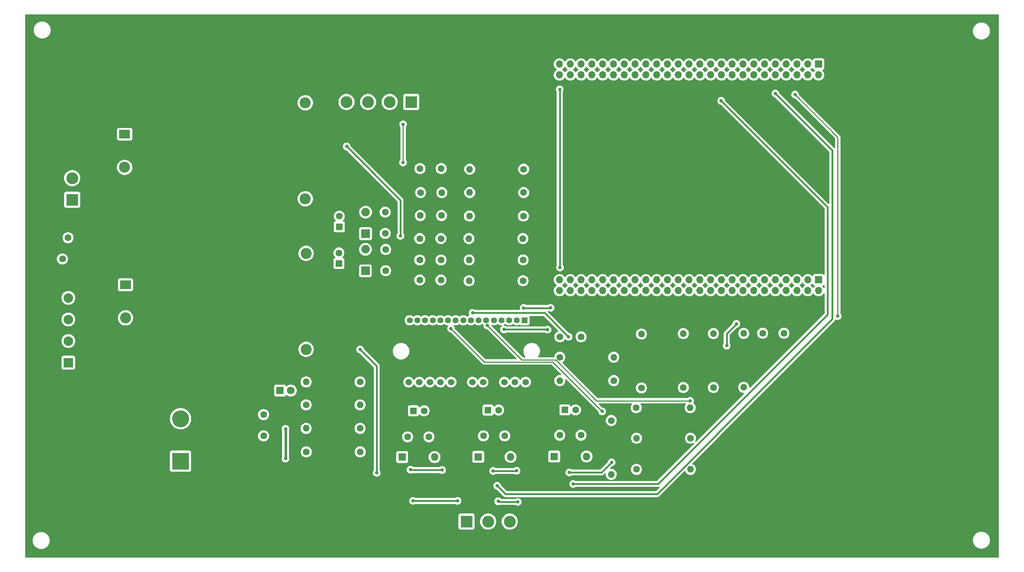
<source format=gbr>
%TF.GenerationSoftware,KiCad,Pcbnew,7.0.6*%
%TF.CreationDate,2024-01-17T13:07:11+07:00*%
%TF.ProjectId,Main,4d61696e-2e6b-4696-9361-645f70636258,rev?*%
%TF.SameCoordinates,Original*%
%TF.FileFunction,Copper,L1,Top*%
%TF.FilePolarity,Positive*%
%FSLAX46Y46*%
G04 Gerber Fmt 4.6, Leading zero omitted, Abs format (unit mm)*
G04 Created by KiCad (PCBNEW 7.0.6) date 2024-01-17 13:07:11*
%MOMM*%
%LPD*%
G01*
G04 APERTURE LIST*
%TA.AperFunction,ComponentPad*%
%ADD10C,1.600000*%
%TD*%
%TA.AperFunction,ComponentPad*%
%ADD11O,1.600000X1.600000*%
%TD*%
%TA.AperFunction,ComponentPad*%
%ADD12R,1.800000X1.800000*%
%TD*%
%TA.AperFunction,ComponentPad*%
%ADD13O,1.800000X1.800000*%
%TD*%
%TA.AperFunction,ComponentPad*%
%ADD14C,1.800000*%
%TD*%
%TA.AperFunction,ComponentPad*%
%ADD15C,2.600000*%
%TD*%
%TA.AperFunction,ComponentPad*%
%ADD16R,2.600000X2.000000*%
%TD*%
%TA.AperFunction,ComponentPad*%
%ADD17R,2.800000X2.800000*%
%TD*%
%TA.AperFunction,ComponentPad*%
%ADD18C,2.800000*%
%TD*%
%TA.AperFunction,ComponentPad*%
%ADD19R,1.600000X1.600000*%
%TD*%
%TA.AperFunction,ComponentPad*%
%ADD20R,2.000000X2.000000*%
%TD*%
%TA.AperFunction,ComponentPad*%
%ADD21O,2.000000X2.000000*%
%TD*%
%TA.AperFunction,ComponentPad*%
%ADD22R,2.235000X2.235000*%
%TD*%
%TA.AperFunction,ComponentPad*%
%ADD23C,2.235000*%
%TD*%
%TA.AperFunction,ComponentPad*%
%ADD24R,4.000000X4.000000*%
%TD*%
%TA.AperFunction,ComponentPad*%
%ADD25C,4.000000*%
%TD*%
%TA.AperFunction,ComponentPad*%
%ADD26R,1.400000X1.400000*%
%TD*%
%TA.AperFunction,ComponentPad*%
%ADD27C,1.400000*%
%TD*%
%TA.AperFunction,ComponentPad*%
%ADD28C,1.530000*%
%TD*%
%TA.AperFunction,ComponentPad*%
%ADD29R,1.700000X1.700000*%
%TD*%
%TA.AperFunction,ComponentPad*%
%ADD30O,1.700000X1.700000*%
%TD*%
%TA.AperFunction,ViaPad*%
%ADD31C,0.800000*%
%TD*%
%TA.AperFunction,Conductor*%
%ADD32C,0.400000*%
%TD*%
%TA.AperFunction,Conductor*%
%ADD33C,0.600000*%
%TD*%
%TA.AperFunction,Conductor*%
%ADD34C,0.250000*%
%TD*%
G04 APERTURE END LIST*
D10*
X197340000Y-125350000D03*
D11*
X184640000Y-125350000D03*
D10*
X166600000Y-101460000D03*
X171600000Y-101460000D03*
X166590000Y-106270000D03*
D11*
X179290000Y-106270000D03*
D12*
X165278000Y-129647500D03*
D13*
X172898000Y-129647500D03*
D12*
X100763000Y-114127500D03*
D14*
X103303000Y-114127500D03*
D10*
X157948000Y-88267500D03*
D11*
X145248000Y-88267500D03*
D15*
X106897500Y-104410000D03*
X106897500Y-81810000D03*
X64397500Y-97010000D03*
D16*
X64397500Y-89210000D03*
D10*
X157908000Y-78327500D03*
D11*
X145208000Y-78327500D03*
D12*
X147388000Y-129737500D03*
D13*
X155008000Y-129737500D03*
D10*
X158088000Y-61997500D03*
D11*
X145388000Y-61997500D03*
D10*
X209880000Y-113360000D03*
D11*
X209880000Y-100660000D03*
D10*
X138758000Y-72907500D03*
X133758000Y-72907500D03*
X125498000Y-77102387D03*
X125498000Y-72102387D03*
X138628000Y-78337500D03*
X133628000Y-78337500D03*
X106890000Y-117490000D03*
D11*
X119590000Y-117490000D03*
D10*
X184570000Y-118150000D03*
D11*
X197270000Y-118150000D03*
D12*
X129508000Y-129787500D03*
D13*
X137128000Y-129787500D03*
D10*
X138648000Y-83367500D03*
X133648000Y-83367500D03*
X125620000Y-85900000D03*
X125620000Y-80900000D03*
D17*
X131638000Y-46167500D03*
D18*
X126558000Y-46167500D03*
X121478000Y-46167500D03*
X116398000Y-46167500D03*
D10*
X135788000Y-125027500D03*
X130788000Y-125027500D03*
D16*
X64195500Y-53757500D03*
D15*
X64195500Y-61557500D03*
X106695500Y-46357500D03*
X106695500Y-68957500D03*
D17*
X51855500Y-69182500D03*
D18*
X51855500Y-64102500D03*
D19*
X149708000Y-118727500D03*
D10*
X152208000Y-118727500D03*
X106930000Y-128560000D03*
D11*
X119630000Y-128560000D03*
D10*
X184630000Y-132670000D03*
D11*
X197330000Y-132670000D03*
D10*
X179290000Y-111780000D03*
D11*
X166590000Y-111780000D03*
D10*
X138628000Y-88087500D03*
X133628000Y-88087500D03*
D20*
X120888000Y-77172387D03*
D21*
X120888000Y-72092387D03*
D10*
X96888000Y-124787500D03*
X96888000Y-119787500D03*
X157968000Y-83357500D03*
D11*
X145268000Y-83357500D03*
D19*
X132152888Y-118907500D03*
D10*
X134652888Y-118907500D03*
X185810000Y-113510000D03*
D11*
X185810000Y-100810000D03*
D22*
X50948000Y-107540000D03*
D23*
X50948000Y-102460000D03*
X50948000Y-97380000D03*
X50948000Y-92300000D03*
D24*
X77355500Y-130755435D03*
D25*
X77355500Y-120755435D03*
D17*
X144639226Y-144967500D03*
D18*
X149719226Y-144967500D03*
X154799226Y-144967500D03*
D10*
X178700000Y-121170000D03*
D11*
X178700000Y-133870000D03*
D20*
X120860000Y-85940000D03*
D21*
X120860000Y-80860000D03*
D10*
X119600000Y-123020000D03*
D11*
X106900000Y-123020000D03*
D10*
X171578000Y-124637500D03*
X166578000Y-124637500D03*
D26*
X158281000Y-97570000D03*
D27*
X156481000Y-97570000D03*
X154681000Y-97570000D03*
X152880000Y-97570000D03*
X151081000Y-97570000D03*
X149280000Y-97570000D03*
X147480000Y-97570000D03*
X145680000Y-97570000D03*
X143880000Y-97570000D03*
X142081000Y-97570000D03*
X140281000Y-97570000D03*
X138481000Y-97570000D03*
X136680000Y-97570000D03*
X134880000Y-97570000D03*
X133081000Y-97570000D03*
X131281000Y-97570000D03*
D28*
X131031000Y-112120000D03*
X133531000Y-112120000D03*
X136031000Y-112120000D03*
X138531000Y-112120000D03*
X141031000Y-112120000D03*
X146031000Y-112120000D03*
X148531000Y-112120000D03*
X153531000Y-112120000D03*
X156031000Y-112120000D03*
X158531000Y-112120000D03*
D10*
X138688000Y-61847500D03*
X133688000Y-61847500D03*
D19*
X167792888Y-118677500D03*
D10*
X170292888Y-118677500D03*
D11*
X145338000Y-73027500D03*
D10*
X158038000Y-73027500D03*
X50865500Y-78127500D03*
X49565500Y-83127500D03*
D19*
X114708000Y-75567500D03*
D10*
X114708000Y-73067500D03*
X158088000Y-67487500D03*
D11*
X145388000Y-67487500D03*
D19*
X114610000Y-84215113D03*
D10*
X114610000Y-81715113D03*
X153628000Y-124787500D03*
X148628000Y-124787500D03*
X195660000Y-113400000D03*
D11*
X195660000Y-100700000D03*
D10*
X138838000Y-67497500D03*
X133838000Y-67497500D03*
X219340000Y-100620000D03*
X214340000Y-100620000D03*
X119600000Y-112090000D03*
D11*
X106900000Y-112090000D03*
D10*
X202740000Y-113400000D03*
D11*
X202740000Y-100700000D03*
D29*
X227490000Y-37250000D03*
D30*
X227490000Y-39790000D03*
X224950000Y-37250000D03*
X224950000Y-39790000D03*
X222410000Y-37250000D03*
X222410000Y-39790000D03*
X219870000Y-37250000D03*
X219870000Y-39790000D03*
X217330000Y-37250000D03*
X217330000Y-39790000D03*
X214790000Y-37250000D03*
X214790000Y-39790000D03*
X212250000Y-37250000D03*
X212250000Y-39790000D03*
X209710000Y-37250000D03*
X209710000Y-39790000D03*
X207170000Y-37250000D03*
X207170000Y-39790000D03*
X204630000Y-37250000D03*
X204630000Y-39790000D03*
X202090000Y-37250000D03*
X202090000Y-39790000D03*
X199550000Y-37250000D03*
X199550000Y-39790000D03*
X197010000Y-37250000D03*
X197010000Y-39790000D03*
X194470000Y-37250000D03*
X194470000Y-39790000D03*
X191930000Y-37250000D03*
X191930000Y-39790000D03*
X189390000Y-37250000D03*
X189390000Y-39790000D03*
X186850000Y-37250000D03*
X186850000Y-39790000D03*
X184310000Y-37250000D03*
X184310000Y-39790000D03*
X181770000Y-37250000D03*
X181770000Y-39790000D03*
X179230000Y-37250000D03*
X179230000Y-39790000D03*
X176690000Y-37250000D03*
X176690000Y-39790000D03*
X174150000Y-37250000D03*
X174150000Y-39790000D03*
X171610000Y-37250000D03*
X171610000Y-39790000D03*
X169070000Y-37250000D03*
X169070000Y-39790000D03*
X166530000Y-37250000D03*
X166530000Y-39790000D03*
D29*
X227490000Y-88050000D03*
D30*
X227490000Y-90590000D03*
X224950000Y-88050000D03*
X224950000Y-90590000D03*
X222410000Y-88050000D03*
X222410000Y-90590000D03*
X219870000Y-88050000D03*
X219870000Y-90590000D03*
X217330000Y-88050000D03*
X217330000Y-90590000D03*
X214790000Y-88050000D03*
X214790000Y-90590000D03*
X212250000Y-88050000D03*
X212250000Y-90590000D03*
X209710000Y-88050000D03*
X209710000Y-90590000D03*
X207170000Y-88050000D03*
X207170000Y-90590000D03*
X204630000Y-88050000D03*
X204630000Y-90590000D03*
X202090000Y-88050000D03*
X202090000Y-90590000D03*
X199550000Y-88050000D03*
X199550000Y-90590000D03*
X197010000Y-88050000D03*
X197010000Y-90590000D03*
X194470000Y-88050000D03*
X194470000Y-90590000D03*
X191930000Y-88050000D03*
X191930000Y-90590000D03*
X189390000Y-88050000D03*
X189390000Y-90590000D03*
X186850000Y-88050000D03*
X186850000Y-90590000D03*
X184310000Y-88050000D03*
X184310000Y-90590000D03*
X181770000Y-88050000D03*
X181770000Y-90590000D03*
X179230000Y-88050000D03*
X179230000Y-90590000D03*
X176690000Y-88050000D03*
X176690000Y-90590000D03*
X174150000Y-88050000D03*
X174150000Y-90590000D03*
X171610000Y-88050000D03*
X171610000Y-90590000D03*
X169070000Y-88050000D03*
X169070000Y-90590000D03*
X166530000Y-88050000D03*
X166530000Y-90590000D03*
D31*
X142530000Y-140110000D03*
X132060000Y-140110000D03*
X152090000Y-140210000D03*
X166580000Y-43200000D03*
X102050000Y-123130000D03*
X156690000Y-140360000D03*
X166630000Y-85160000D03*
X102050000Y-130130000D03*
X140980000Y-99530000D03*
X176560000Y-119030000D03*
X123500000Y-133500000D03*
X138900000Y-132840000D03*
X205860000Y-103550000D03*
X119600000Y-104440000D03*
X168820000Y-133410000D03*
X178780000Y-131030000D03*
X150880000Y-133060000D03*
X131460000Y-132760000D03*
X208150000Y-98410000D03*
X156420000Y-133020000D03*
X158070000Y-94680000D03*
X164420000Y-94630000D03*
X163710000Y-99770000D03*
X153470000Y-99737500D03*
X168630000Y-101450000D03*
X146078000Y-95837500D03*
X129700000Y-60430000D03*
X129720000Y-51430000D03*
X129090000Y-77700000D03*
X116450000Y-56640000D03*
X149530000Y-98810000D03*
X197250000Y-116540000D03*
X232000000Y-96590000D03*
X221950000Y-44420000D03*
X151850000Y-136530000D03*
X217330000Y-44160000D03*
X204560000Y-45890000D03*
X169740000Y-136120000D03*
D32*
X166580000Y-85110000D02*
X166630000Y-85160000D01*
X166580000Y-43200000D02*
X166580000Y-85110000D01*
X132060000Y-140110000D02*
X142530000Y-140110000D01*
X156690000Y-140360000D02*
X152240000Y-140360000D01*
D33*
X102050000Y-130130000D02*
X102050000Y-123130000D01*
D32*
X152240000Y-140360000D02*
X152090000Y-140210000D01*
D34*
X176560000Y-119030000D02*
X176540000Y-119030000D01*
X176540000Y-119030000D02*
X164905000Y-107395000D01*
X164905000Y-107395000D02*
X148845000Y-107395000D01*
X148845000Y-107395000D02*
X140980000Y-99530000D01*
D32*
X168820000Y-133410000D02*
X176400000Y-133410000D01*
X156380000Y-133060000D02*
X156420000Y-133020000D01*
X150880000Y-133060000D02*
X156380000Y-133060000D01*
X119600000Y-104440000D02*
X123500000Y-108340000D01*
X176400000Y-133410000D02*
X178780000Y-131030000D01*
X138900000Y-132840000D02*
X131540000Y-132840000D01*
X205860000Y-100700000D02*
X208150000Y-98410000D01*
X205860000Y-103550000D02*
X205860000Y-100700000D01*
X131540000Y-132840000D02*
X131460000Y-132760000D01*
X123500000Y-108340000D02*
X123500000Y-133500000D01*
X164470000Y-94680000D02*
X164420000Y-94630000D01*
X158070000Y-94680000D02*
X164470000Y-94680000D01*
X163677500Y-99737500D02*
X163710000Y-99770000D01*
X153470000Y-99737500D02*
X163677500Y-99737500D01*
X162088000Y-95837500D02*
X163017500Y-95837500D01*
X163017500Y-95837500D02*
X168630000Y-101450000D01*
X146078000Y-95837500D02*
X162088000Y-95837500D01*
D34*
X129700000Y-60430000D02*
X129700000Y-51450000D01*
X129700000Y-51450000D02*
X129720000Y-51430000D01*
D32*
X129090000Y-77700000D02*
X129090000Y-69280000D01*
X129090000Y-69280000D02*
X116450000Y-56640000D01*
D34*
X157640000Y-106920000D02*
X165649009Y-106920000D01*
X175269009Y-116540000D02*
X197250000Y-116540000D01*
X165649009Y-106920000D02*
X175269009Y-116540000D01*
X149530000Y-98810000D02*
X157640000Y-106920000D01*
X232000000Y-54470000D02*
X232000000Y-96590000D01*
X221950000Y-44420000D02*
X232000000Y-54470000D01*
D32*
X189510000Y-138510000D02*
X203680000Y-124340000D01*
X203680000Y-124300000D02*
X230700000Y-97280000D01*
X230700000Y-97280000D02*
X230700000Y-57530000D01*
X151850000Y-136530000D02*
X153830000Y-138510000D01*
X203680000Y-124340000D02*
X203680000Y-124300000D01*
X230700000Y-57530000D02*
X217330000Y-44160000D01*
X153830000Y-138510000D02*
X189510000Y-138510000D01*
X229590000Y-70920000D02*
X204560000Y-45890000D01*
X229590000Y-96230000D02*
X229590000Y-85830000D01*
X169740000Y-136120000D02*
X188410000Y-136120000D01*
X188420000Y-136110000D02*
X189710000Y-136110000D01*
X229590000Y-85830000D02*
X229590000Y-70920000D01*
X188410000Y-136120000D02*
X188420000Y-136110000D01*
X189710000Y-136110000D02*
X229590000Y-96230000D01*
%TA.AperFunction,NonConductor*%
G36*
X269860539Y-25580185D02*
G01*
X269906294Y-25632989D01*
X269917500Y-25684500D01*
X269917500Y-153323000D01*
X269897815Y-153390039D01*
X269845011Y-153435794D01*
X269793500Y-153447000D01*
X40924500Y-153447000D01*
X40857461Y-153427315D01*
X40811706Y-153374511D01*
X40800500Y-153323000D01*
X40800500Y-149430000D01*
X42544390Y-149430000D01*
X42551745Y-149532844D01*
X42552390Y-149541853D01*
X42552548Y-149546277D01*
X42552548Y-149572861D01*
X42556331Y-149599172D01*
X42556804Y-149603574D01*
X42564804Y-149715428D01*
X42564805Y-149715435D01*
X42588637Y-149824988D01*
X42589423Y-149829346D01*
X42593206Y-149855666D01*
X42600698Y-149881181D01*
X42601793Y-149885471D01*
X42625630Y-149995046D01*
X42625631Y-149995048D01*
X42664819Y-150100118D01*
X42666217Y-150104317D01*
X42673705Y-150129816D01*
X42684746Y-150153994D01*
X42686440Y-150158084D01*
X42725632Y-150263159D01*
X42725635Y-150263166D01*
X42779363Y-150361561D01*
X42781345Y-150365521D01*
X42792394Y-150389717D01*
X42806772Y-150412088D01*
X42809031Y-150415895D01*
X42851751Y-150494129D01*
X42862772Y-150514312D01*
X42862776Y-150514318D01*
X42872808Y-150527719D01*
X42907174Y-150573627D01*
X42929976Y-150604086D01*
X42932498Y-150607719D01*
X42946873Y-150630086D01*
X42957493Y-150642343D01*
X42964284Y-150650180D01*
X42967055Y-150653619D01*
X43034261Y-150743395D01*
X43113552Y-150822686D01*
X43116562Y-150825919D01*
X43133978Y-150846018D01*
X43154078Y-150863435D01*
X43157304Y-150866438D01*
X43236605Y-150945739D01*
X43326404Y-151012961D01*
X43329811Y-151015708D01*
X43332037Y-151017637D01*
X43349911Y-151033126D01*
X43367905Y-151044689D01*
X43372266Y-151047492D01*
X43372276Y-151047498D01*
X43375914Y-151050024D01*
X43465682Y-151117224D01*
X43465690Y-151117229D01*
X43564102Y-151170966D01*
X43567910Y-151173225D01*
X43590286Y-151187606D01*
X43614479Y-151198654D01*
X43618431Y-151200632D01*
X43716839Y-151254367D01*
X43821914Y-151293558D01*
X43825993Y-151295247D01*
X43850179Y-151306293D01*
X43875691Y-151313784D01*
X43879872Y-151315175D01*
X43984954Y-151354369D01*
X44094554Y-151378211D01*
X44098788Y-151379291D01*
X44124326Y-151386790D01*
X44124331Y-151386790D01*
X44124339Y-151386793D01*
X44150655Y-151390576D01*
X44154982Y-151391356D01*
X44264572Y-151415196D01*
X44376450Y-151423197D01*
X44380795Y-151423664D01*
X44407139Y-151427452D01*
X44407146Y-151427452D01*
X44433721Y-151427452D01*
X44438143Y-151427609D01*
X44487344Y-151431128D01*
X44549999Y-151435610D01*
X44550000Y-151435610D01*
X44550001Y-151435610D01*
X44612655Y-151431128D01*
X44661856Y-151427609D01*
X44666279Y-151427452D01*
X44692854Y-151427452D01*
X44692861Y-151427452D01*
X44719219Y-151423662D01*
X44723516Y-151423200D01*
X44835428Y-151415196D01*
X44945012Y-151391357D01*
X44949345Y-151390576D01*
X44975671Y-151386791D01*
X45001189Y-151379298D01*
X45005438Y-151378212D01*
X45115046Y-151354369D01*
X45220124Y-151315177D01*
X45224291Y-151313789D01*
X45249821Y-151306293D01*
X45274020Y-151295241D01*
X45278056Y-151293569D01*
X45383161Y-151254367D01*
X45481568Y-151200632D01*
X45485514Y-151198657D01*
X45509708Y-151187608D01*
X45509716Y-151187602D01*
X45509722Y-151187600D01*
X45532104Y-151173215D01*
X45535872Y-151170979D01*
X45634315Y-151117226D01*
X45724120Y-151049998D01*
X45727697Y-151047515D01*
X45750086Y-151033127D01*
X45755401Y-151028521D01*
X45758479Y-151025855D01*
X45761863Y-151022921D01*
X45770193Y-151015704D01*
X45773580Y-151012972D01*
X45863395Y-150945739D01*
X45942690Y-150866444D01*
X45945913Y-150863442D01*
X45966020Y-150846020D01*
X45983445Y-150825909D01*
X45986433Y-150822700D01*
X46065739Y-150743395D01*
X46132965Y-150653591D01*
X46135690Y-150650208D01*
X46153127Y-150630086D01*
X46167507Y-150607709D01*
X46170008Y-150604107D01*
X46237226Y-150514315D01*
X46290979Y-150415872D01*
X46293215Y-150412104D01*
X46307600Y-150389722D01*
X46307602Y-150389716D01*
X46307608Y-150389708D01*
X46318657Y-150365514D01*
X46320636Y-150361561D01*
X46374367Y-150263161D01*
X46413569Y-150158056D01*
X46415241Y-150154020D01*
X46426293Y-150129821D01*
X46433789Y-150104291D01*
X46435177Y-150100124D01*
X46444923Y-150073994D01*
X46474369Y-149995046D01*
X46498212Y-149885438D01*
X46499298Y-149881189D01*
X46506791Y-149855671D01*
X46510576Y-149829345D01*
X46511357Y-149825012D01*
X46535196Y-149715428D01*
X46543198Y-149603540D01*
X46543666Y-149599192D01*
X46547452Y-149572861D01*
X46548107Y-149536105D01*
X46548250Y-149532901D01*
X46555610Y-149430000D01*
X46549888Y-149350001D01*
X263794390Y-149350001D01*
X263802389Y-149461855D01*
X263802547Y-149466279D01*
X263802546Y-149492854D01*
X263806331Y-149519173D01*
X263806804Y-149523575D01*
X263814804Y-149635428D01*
X263814805Y-149635435D01*
X263838637Y-149744988D01*
X263839423Y-149749346D01*
X263843206Y-149775666D01*
X263850698Y-149801181D01*
X263851793Y-149805471D01*
X263875630Y-149915046D01*
X263875631Y-149915048D01*
X263914819Y-150020118D01*
X263916217Y-150024317D01*
X263923705Y-150049816D01*
X263934746Y-150073994D01*
X263936440Y-150078084D01*
X263975632Y-150183159D01*
X263975635Y-150183166D01*
X264029363Y-150281561D01*
X264031345Y-150285521D01*
X264042394Y-150309717D01*
X264056772Y-150332088D01*
X264059031Y-150335895D01*
X264088424Y-150389722D01*
X264112774Y-150434315D01*
X264172663Y-150514318D01*
X264179976Y-150524086D01*
X264182498Y-150527719D01*
X264196873Y-150550086D01*
X264207493Y-150562343D01*
X264214284Y-150570180D01*
X264217055Y-150573619D01*
X264284261Y-150663395D01*
X264363557Y-150742691D01*
X264366562Y-150745919D01*
X264383978Y-150766018D01*
X264404078Y-150783435D01*
X264407304Y-150786438D01*
X264486605Y-150865739D01*
X264576404Y-150932961D01*
X264579815Y-150935711D01*
X264599911Y-150953126D01*
X264617905Y-150964689D01*
X264622266Y-150967492D01*
X264622276Y-150967498D01*
X264625914Y-150970024D01*
X264715682Y-151037224D01*
X264715690Y-151037229D01*
X264814102Y-151090966D01*
X264817910Y-151093225D01*
X264840286Y-151107606D01*
X264864479Y-151118654D01*
X264868431Y-151120632D01*
X264966839Y-151174367D01*
X265071914Y-151213558D01*
X265075993Y-151215247D01*
X265100179Y-151226293D01*
X265125691Y-151233784D01*
X265129872Y-151235175D01*
X265234954Y-151274369D01*
X265344554Y-151298211D01*
X265348788Y-151299291D01*
X265374326Y-151306790D01*
X265374331Y-151306790D01*
X265374339Y-151306793D01*
X265400655Y-151310576D01*
X265404982Y-151311356D01*
X265514572Y-151335196D01*
X265626450Y-151343197D01*
X265630795Y-151343664D01*
X265657139Y-151347452D01*
X265657146Y-151347452D01*
X265683721Y-151347452D01*
X265688143Y-151347609D01*
X265737344Y-151351128D01*
X265799999Y-151355610D01*
X265800000Y-151355610D01*
X265800001Y-151355610D01*
X265862655Y-151351128D01*
X265911856Y-151347609D01*
X265916279Y-151347452D01*
X265942854Y-151347452D01*
X265942861Y-151347452D01*
X265969219Y-151343662D01*
X265973516Y-151343200D01*
X266085428Y-151335196D01*
X266195012Y-151311357D01*
X266199345Y-151310576D01*
X266225671Y-151306791D01*
X266251189Y-151299298D01*
X266255438Y-151298212D01*
X266365046Y-151274369D01*
X266470124Y-151235177D01*
X266474291Y-151233789D01*
X266499821Y-151226293D01*
X266524020Y-151215241D01*
X266528056Y-151213569D01*
X266633161Y-151174367D01*
X266731568Y-151120632D01*
X266735514Y-151118657D01*
X266759708Y-151107608D01*
X266759716Y-151107602D01*
X266759722Y-151107600D01*
X266782104Y-151093215D01*
X266785872Y-151090979D01*
X266884315Y-151037226D01*
X266974120Y-150969998D01*
X266977697Y-150967515D01*
X267000086Y-150953127D01*
X267020208Y-150935690D01*
X267023591Y-150932965D01*
X267113395Y-150865739D01*
X267192689Y-150786444D01*
X267195913Y-150783442D01*
X267216020Y-150766020D01*
X267233456Y-150745896D01*
X267236428Y-150742705D01*
X267315739Y-150663395D01*
X267382965Y-150573591D01*
X267385690Y-150570208D01*
X267403127Y-150550086D01*
X267417507Y-150527709D01*
X267420008Y-150524107D01*
X267487226Y-150434315D01*
X267540979Y-150335872D01*
X267543215Y-150332104D01*
X267557600Y-150309722D01*
X267557602Y-150309716D01*
X267557608Y-150309708D01*
X267568657Y-150285514D01*
X267570636Y-150281561D01*
X267624367Y-150183161D01*
X267663569Y-150078056D01*
X267665241Y-150074020D01*
X267676293Y-150049821D01*
X267683789Y-150024291D01*
X267685177Y-150020124D01*
X267688758Y-150010522D01*
X267724369Y-149915046D01*
X267748212Y-149805438D01*
X267749298Y-149801189D01*
X267756791Y-149775671D01*
X267760576Y-149749345D01*
X267761357Y-149745012D01*
X267785196Y-149635428D01*
X267793198Y-149523540D01*
X267793666Y-149519192D01*
X267797452Y-149492861D01*
X267798107Y-149456105D01*
X267798250Y-149452901D01*
X267805610Y-149350000D01*
X267798250Y-149247102D01*
X267798107Y-149243890D01*
X267797452Y-149207139D01*
X267793663Y-149180789D01*
X267793197Y-149176450D01*
X267785196Y-149064572D01*
X267761356Y-148954982D01*
X267760576Y-148950655D01*
X267756793Y-148924339D01*
X267756790Y-148924331D01*
X267756790Y-148924326D01*
X267749291Y-148898788D01*
X267748211Y-148894554D01*
X267724369Y-148784954D01*
X267685175Y-148679872D01*
X267683782Y-148675684D01*
X267676293Y-148650179D01*
X267665246Y-148625989D01*
X267663558Y-148621914D01*
X267663553Y-148621901D01*
X267624367Y-148516839D01*
X267570632Y-148418431D01*
X267568654Y-148414479D01*
X267557606Y-148390286D01*
X267543225Y-148367910D01*
X267540966Y-148364102D01*
X267487229Y-148265690D01*
X267487224Y-148265682D01*
X267420024Y-148175914D01*
X267417498Y-148172276D01*
X267403126Y-148149911D01*
X267385711Y-148129815D01*
X267382961Y-148126404D01*
X267315739Y-148036605D01*
X267236438Y-147957304D01*
X267233435Y-147954078D01*
X267232484Y-147952981D01*
X267216020Y-147933980D01*
X267195921Y-147916564D01*
X267192681Y-147913547D01*
X267113398Y-147834264D01*
X267113396Y-147834262D01*
X267113395Y-147834261D01*
X267023619Y-147767055D01*
X267020180Y-147764284D01*
X267007188Y-147753027D01*
X267000086Y-147746873D01*
X266977719Y-147732498D01*
X266974086Y-147729976D01*
X266884318Y-147662776D01*
X266884316Y-147662775D01*
X266884315Y-147662774D01*
X266864129Y-147651751D01*
X266785895Y-147609031D01*
X266782088Y-147606772D01*
X266759717Y-147592394D01*
X266735521Y-147581345D01*
X266731561Y-147579363D01*
X266633166Y-147525635D01*
X266633159Y-147525632D01*
X266528084Y-147486440D01*
X266523994Y-147484746D01*
X266508628Y-147477729D01*
X266499821Y-147473707D01*
X266499819Y-147473706D01*
X266499816Y-147473705D01*
X266474317Y-147466217D01*
X266470118Y-147464819D01*
X266365048Y-147425631D01*
X266365046Y-147425630D01*
X266255471Y-147401793D01*
X266251180Y-147400698D01*
X266244402Y-147398708D01*
X266225669Y-147393207D01*
X266199346Y-147389423D01*
X266194988Y-147388637D01*
X266085435Y-147364805D01*
X266085428Y-147364804D01*
X265973574Y-147356804D01*
X265969177Y-147356331D01*
X265942861Y-147352548D01*
X265916279Y-147352548D01*
X265911856Y-147352390D01*
X265862655Y-147348871D01*
X265800001Y-147344390D01*
X265799999Y-147344390D01*
X265737344Y-147348871D01*
X265688143Y-147352390D01*
X265683721Y-147352548D01*
X265657137Y-147352548D01*
X265630826Y-147356331D01*
X265626424Y-147356804D01*
X265514571Y-147364804D01*
X265514561Y-147364805D01*
X265405013Y-147388636D01*
X265400657Y-147389422D01*
X265374325Y-147393207D01*
X265348819Y-147400698D01*
X265344528Y-147401793D01*
X265234953Y-147425630D01*
X265234947Y-147425632D01*
X265129883Y-147464819D01*
X265125684Y-147466216D01*
X265100177Y-147473706D01*
X265075989Y-147484753D01*
X265071901Y-147486446D01*
X264966844Y-147525630D01*
X264966831Y-147525636D01*
X264868436Y-147579363D01*
X264864478Y-147581344D01*
X264840291Y-147592389D01*
X264817909Y-147606773D01*
X264814102Y-147609033D01*
X264715688Y-147662771D01*
X264625903Y-147729981D01*
X264622271Y-147732503D01*
X264599911Y-147746874D01*
X264592810Y-147753027D01*
X264579823Y-147764280D01*
X264576377Y-147767057D01*
X264486619Y-147834249D01*
X264486604Y-147834262D01*
X264407310Y-147913553D01*
X264404071Y-147916569D01*
X264383979Y-147933979D01*
X264366569Y-147954071D01*
X264363553Y-147957310D01*
X264284262Y-148036604D01*
X264284249Y-148036619D01*
X264217059Y-148126375D01*
X264214285Y-148129817D01*
X264209762Y-148135038D01*
X264196866Y-148149920D01*
X264182505Y-148172267D01*
X264179982Y-148175902D01*
X264112771Y-148265688D01*
X264059033Y-148364102D01*
X264056773Y-148367909D01*
X264042389Y-148390291D01*
X264031344Y-148414478D01*
X264029363Y-148418436D01*
X263975636Y-148516831D01*
X263975630Y-148516844D01*
X263936446Y-148621901D01*
X263934753Y-148625989D01*
X263923706Y-148650177D01*
X263916216Y-148675684D01*
X263914819Y-148679883D01*
X263875632Y-148784947D01*
X263875630Y-148784953D01*
X263851793Y-148894528D01*
X263850698Y-148898819D01*
X263843207Y-148924325D01*
X263839422Y-148950657D01*
X263838636Y-148955013D01*
X263814805Y-149064561D01*
X263814804Y-149064571D01*
X263806804Y-149176424D01*
X263806331Y-149180826D01*
X263802546Y-149207143D01*
X263802547Y-149233719D01*
X263802389Y-149238143D01*
X263794390Y-149349998D01*
X263794390Y-149350001D01*
X46549888Y-149350001D01*
X46548250Y-149327102D01*
X46548107Y-149323890D01*
X46547452Y-149287139D01*
X46543663Y-149260789D01*
X46543197Y-149256450D01*
X46535196Y-149144572D01*
X46511356Y-149034982D01*
X46510576Y-149030655D01*
X46506793Y-149004339D01*
X46506790Y-149004331D01*
X46506790Y-149004326D01*
X46499291Y-148978788D01*
X46498211Y-148974554D01*
X46474369Y-148864954D01*
X46435175Y-148759872D01*
X46433782Y-148755684D01*
X46426293Y-148730179D01*
X46415246Y-148705989D01*
X46413558Y-148701914D01*
X46405341Y-148679883D01*
X46374367Y-148596839D01*
X46320632Y-148498431D01*
X46318654Y-148494479D01*
X46307606Y-148470286D01*
X46293225Y-148447910D01*
X46290966Y-148444102D01*
X46237229Y-148345690D01*
X46237224Y-148345682D01*
X46179812Y-148268989D01*
X46170019Y-148255907D01*
X46167498Y-148252276D01*
X46153126Y-148229911D01*
X46135711Y-148209815D01*
X46132961Y-148206404D01*
X46065739Y-148116605D01*
X45986438Y-148037304D01*
X45983435Y-148034078D01*
X45966020Y-148013980D01*
X45966020Y-148013979D01*
X45945927Y-147996569D01*
X45945917Y-147996560D01*
X45942678Y-147993544D01*
X45863398Y-147914264D01*
X45863396Y-147914262D01*
X45863395Y-147914261D01*
X45773619Y-147847055D01*
X45770180Y-147844284D01*
X45762343Y-147837493D01*
X45750086Y-147826873D01*
X45727719Y-147812498D01*
X45724086Y-147809976D01*
X45634318Y-147742776D01*
X45634316Y-147742775D01*
X45634315Y-147742774D01*
X45614129Y-147731751D01*
X45535895Y-147689031D01*
X45532088Y-147686772D01*
X45509717Y-147672394D01*
X45485521Y-147661345D01*
X45481561Y-147659363D01*
X45383166Y-147605635D01*
X45383159Y-147605632D01*
X45278084Y-147566440D01*
X45273994Y-147564746D01*
X45259072Y-147557931D01*
X45249821Y-147553707D01*
X45249819Y-147553706D01*
X45249816Y-147553705D01*
X45224317Y-147546217D01*
X45220118Y-147544819D01*
X45115048Y-147505631D01*
X45115046Y-147505630D01*
X45005475Y-147481794D01*
X45001192Y-147480701D01*
X44991066Y-147477729D01*
X44975664Y-147473206D01*
X44949346Y-147469423D01*
X44944988Y-147468637D01*
X44835435Y-147444805D01*
X44835428Y-147444804D01*
X44723574Y-147436804D01*
X44719177Y-147436331D01*
X44692861Y-147432548D01*
X44666279Y-147432548D01*
X44661856Y-147432390D01*
X44567338Y-147425630D01*
X44550001Y-147424390D01*
X44549999Y-147424390D01*
X44532662Y-147425630D01*
X44438143Y-147432390D01*
X44433721Y-147432548D01*
X44407137Y-147432548D01*
X44380826Y-147436331D01*
X44376424Y-147436804D01*
X44264571Y-147444804D01*
X44264561Y-147444805D01*
X44155013Y-147468636D01*
X44150657Y-147469422D01*
X44124325Y-147473207D01*
X44098819Y-147480698D01*
X44094528Y-147481793D01*
X43984953Y-147505630D01*
X43984947Y-147505632D01*
X43879883Y-147544819D01*
X43875684Y-147546216D01*
X43850177Y-147553706D01*
X43825989Y-147564753D01*
X43821901Y-147566446D01*
X43716844Y-147605630D01*
X43716831Y-147605636D01*
X43618436Y-147659363D01*
X43614478Y-147661344D01*
X43590291Y-147672389D01*
X43567909Y-147686773D01*
X43564102Y-147689033D01*
X43465688Y-147742771D01*
X43375903Y-147809981D01*
X43372271Y-147812503D01*
X43349918Y-147826869D01*
X43329821Y-147844282D01*
X43326376Y-147847058D01*
X43236619Y-147914249D01*
X43236604Y-147914262D01*
X43157310Y-147993553D01*
X43154071Y-147996569D01*
X43133979Y-148013979D01*
X43116569Y-148034071D01*
X43113553Y-148037310D01*
X43034262Y-148116604D01*
X43034254Y-148116613D01*
X42967054Y-148206380D01*
X42964278Y-148209825D01*
X42946868Y-148229918D01*
X42932505Y-148252267D01*
X42929982Y-148255902D01*
X42862771Y-148345688D01*
X42809033Y-148444102D01*
X42806773Y-148447909D01*
X42792389Y-148470291D01*
X42781344Y-148494478D01*
X42779363Y-148498436D01*
X42725636Y-148596831D01*
X42725630Y-148596844D01*
X42686446Y-148701901D01*
X42684753Y-148705989D01*
X42673706Y-148730177D01*
X42666216Y-148755684D01*
X42664819Y-148759883D01*
X42625632Y-148864947D01*
X42625630Y-148864953D01*
X42601793Y-148974528D01*
X42600698Y-148978819D01*
X42593207Y-149004325D01*
X42589422Y-149030657D01*
X42588636Y-149035013D01*
X42564805Y-149144561D01*
X42564804Y-149144571D01*
X42556804Y-149256424D01*
X42556331Y-149260826D01*
X42552548Y-149287136D01*
X42552548Y-149313721D01*
X42552390Y-149318143D01*
X42544390Y-149430000D01*
X40800500Y-149430000D01*
X40800500Y-146415370D01*
X142738726Y-146415370D01*
X142738727Y-146415376D01*
X142745134Y-146474983D01*
X142795428Y-146609828D01*
X142795432Y-146609835D01*
X142881678Y-146725044D01*
X142881681Y-146725047D01*
X142996890Y-146811293D01*
X142996897Y-146811297D01*
X143131743Y-146861591D01*
X143131742Y-146861591D01*
X143138670Y-146862335D01*
X143191353Y-146868000D01*
X146087098Y-146867999D01*
X146146709Y-146861591D01*
X146281557Y-146811296D01*
X146396772Y-146725046D01*
X146483022Y-146609831D01*
X146533317Y-146474983D01*
X146539726Y-146415373D01*
X146539726Y-144967501D01*
X147813871Y-144967501D01*
X147833265Y-145238660D01*
X147833266Y-145238667D01*
X147891049Y-145504293D01*
X147891051Y-145504301D01*
X147967556Y-145709420D01*
X147986056Y-145759019D01*
X148116335Y-145997607D01*
X148116336Y-145997608D01*
X148116339Y-145997613D01*
X148279255Y-146215242D01*
X148279259Y-146215246D01*
X148279264Y-146215252D01*
X148471473Y-146407461D01*
X148471479Y-146407466D01*
X148471484Y-146407471D01*
X148689113Y-146570387D01*
X148689117Y-146570389D01*
X148689118Y-146570390D01*
X148927707Y-146700669D01*
X148927706Y-146700669D01*
X148927710Y-146700670D01*
X148927713Y-146700672D01*
X149182425Y-146795675D01*
X149448066Y-146853461D01*
X149699830Y-146871467D01*
X149719225Y-146872855D01*
X149719226Y-146872855D01*
X149719227Y-146872855D01*
X149737326Y-146871560D01*
X149990386Y-146853461D01*
X150256027Y-146795675D01*
X150510739Y-146700672D01*
X150510743Y-146700669D01*
X150510745Y-146700669D01*
X150677108Y-146609828D01*
X150749339Y-146570387D01*
X150966968Y-146407471D01*
X151159197Y-146215242D01*
X151322113Y-145997613D01*
X151452398Y-145759013D01*
X151547401Y-145504301D01*
X151605187Y-145238660D01*
X151624581Y-144967501D01*
X152893871Y-144967501D01*
X152913265Y-145238660D01*
X152913266Y-145238667D01*
X152971049Y-145504293D01*
X152971051Y-145504301D01*
X153047556Y-145709420D01*
X153066056Y-145759019D01*
X153196335Y-145997607D01*
X153196336Y-145997608D01*
X153196339Y-145997613D01*
X153359255Y-146215242D01*
X153359259Y-146215246D01*
X153359264Y-146215252D01*
X153551473Y-146407461D01*
X153551479Y-146407466D01*
X153551484Y-146407471D01*
X153769113Y-146570387D01*
X153769117Y-146570389D01*
X153769118Y-146570390D01*
X154007707Y-146700669D01*
X154007706Y-146700669D01*
X154007710Y-146700670D01*
X154007713Y-146700672D01*
X154262425Y-146795675D01*
X154528066Y-146853461D01*
X154779831Y-146871467D01*
X154799225Y-146872855D01*
X154799226Y-146872855D01*
X154799227Y-146872855D01*
X154817326Y-146871560D01*
X155070386Y-146853461D01*
X155336027Y-146795675D01*
X155590739Y-146700672D01*
X155590743Y-146700669D01*
X155590745Y-146700669D01*
X155757108Y-146609828D01*
X155829339Y-146570387D01*
X156046968Y-146407471D01*
X156239197Y-146215242D01*
X156402113Y-145997613D01*
X156532398Y-145759013D01*
X156627401Y-145504301D01*
X156685187Y-145238660D01*
X156704581Y-144967500D01*
X156685187Y-144696340D01*
X156627401Y-144430699D01*
X156532398Y-144175987D01*
X156532396Y-144175984D01*
X156532395Y-144175980D01*
X156402116Y-143937392D01*
X156402115Y-143937391D01*
X156402113Y-143937387D01*
X156239197Y-143719758D01*
X156239192Y-143719753D01*
X156239187Y-143719747D01*
X156046978Y-143527538D01*
X156046972Y-143527533D01*
X156046968Y-143527529D01*
X155829339Y-143364613D01*
X155829334Y-143364610D01*
X155829333Y-143364609D01*
X155590744Y-143234330D01*
X155590745Y-143234330D01*
X155541146Y-143215830D01*
X155336027Y-143139325D01*
X155336020Y-143139323D01*
X155336019Y-143139323D01*
X155070393Y-143081540D01*
X155070386Y-143081539D01*
X154799227Y-143062145D01*
X154799225Y-143062145D01*
X154528065Y-143081539D01*
X154528058Y-143081540D01*
X154262432Y-143139323D01*
X154262428Y-143139324D01*
X154262425Y-143139325D01*
X154135069Y-143186826D01*
X154007706Y-143234330D01*
X153769118Y-143364609D01*
X153769117Y-143364610D01*
X153551485Y-143527528D01*
X153551473Y-143527538D01*
X153359264Y-143719747D01*
X153359254Y-143719759D01*
X153196336Y-143937391D01*
X153196335Y-143937392D01*
X153066056Y-144175980D01*
X153018552Y-144303342D01*
X152971051Y-144430699D01*
X152971050Y-144430702D01*
X152971049Y-144430706D01*
X152913266Y-144696332D01*
X152913265Y-144696339D01*
X152893871Y-144967498D01*
X152893871Y-144967501D01*
X151624581Y-144967501D01*
X151624581Y-144967500D01*
X151605187Y-144696340D01*
X151547401Y-144430699D01*
X151452398Y-144175987D01*
X151452396Y-144175984D01*
X151452395Y-144175980D01*
X151322116Y-143937392D01*
X151322115Y-143937391D01*
X151322113Y-143937387D01*
X151159197Y-143719758D01*
X151159192Y-143719753D01*
X151159187Y-143719747D01*
X150966978Y-143527538D01*
X150966972Y-143527533D01*
X150966968Y-143527529D01*
X150749339Y-143364613D01*
X150749334Y-143364610D01*
X150749333Y-143364609D01*
X150510744Y-143234330D01*
X150510745Y-143234330D01*
X150461146Y-143215830D01*
X150256027Y-143139325D01*
X150256020Y-143139323D01*
X150256019Y-143139323D01*
X149990393Y-143081540D01*
X149990386Y-143081539D01*
X149719227Y-143062145D01*
X149719225Y-143062145D01*
X149448065Y-143081539D01*
X149448058Y-143081540D01*
X149182432Y-143139323D01*
X149182428Y-143139324D01*
X149182425Y-143139325D01*
X149055069Y-143186826D01*
X148927706Y-143234330D01*
X148689118Y-143364609D01*
X148689117Y-143364610D01*
X148471485Y-143527528D01*
X148471473Y-143527538D01*
X148279264Y-143719747D01*
X148279254Y-143719759D01*
X148116336Y-143937391D01*
X148116335Y-143937392D01*
X147986056Y-144175980D01*
X147938552Y-144303342D01*
X147891051Y-144430699D01*
X147891050Y-144430702D01*
X147891049Y-144430706D01*
X147833266Y-144696332D01*
X147833265Y-144696339D01*
X147813871Y-144967498D01*
X147813871Y-144967501D01*
X146539726Y-144967501D01*
X146539725Y-143519628D01*
X146533317Y-143460017D01*
X146483022Y-143325169D01*
X146483021Y-143325168D01*
X146483019Y-143325164D01*
X146396773Y-143209955D01*
X146396770Y-143209952D01*
X146281561Y-143123706D01*
X146281554Y-143123702D01*
X146146708Y-143073408D01*
X146146709Y-143073408D01*
X146087109Y-143067001D01*
X146087107Y-143067000D01*
X146087099Y-143067000D01*
X146087090Y-143067000D01*
X143191355Y-143067000D01*
X143191349Y-143067001D01*
X143131742Y-143073408D01*
X142996897Y-143123702D01*
X142996890Y-143123706D01*
X142881681Y-143209952D01*
X142881678Y-143209955D01*
X142795432Y-143325164D01*
X142795428Y-143325171D01*
X142745134Y-143460017D01*
X142738727Y-143519616D01*
X142738727Y-143519623D01*
X142738726Y-143519635D01*
X142738726Y-146415370D01*
X40800500Y-146415370D01*
X40800500Y-140110000D01*
X131154540Y-140110000D01*
X131174326Y-140298256D01*
X131174327Y-140298259D01*
X131232818Y-140478277D01*
X131232821Y-140478284D01*
X131327467Y-140642216D01*
X131417506Y-140742214D01*
X131454129Y-140782888D01*
X131607265Y-140894148D01*
X131607270Y-140894151D01*
X131780192Y-140971142D01*
X131780197Y-140971144D01*
X131965354Y-141010500D01*
X131965355Y-141010500D01*
X132154644Y-141010500D01*
X132154646Y-141010500D01*
X132339803Y-140971144D01*
X132512730Y-140894151D01*
X132528320Y-140882823D01*
X132595271Y-140834182D01*
X132661077Y-140810702D01*
X132668156Y-140810500D01*
X141921844Y-140810500D01*
X141988883Y-140830185D01*
X141994729Y-140834182D01*
X142077265Y-140894148D01*
X142077270Y-140894151D01*
X142250192Y-140971142D01*
X142250197Y-140971144D01*
X142435354Y-141010500D01*
X142435355Y-141010500D01*
X142624644Y-141010500D01*
X142624646Y-141010500D01*
X142809803Y-140971144D01*
X142982730Y-140894151D01*
X143135871Y-140782888D01*
X143262533Y-140642216D01*
X143357179Y-140478284D01*
X143415674Y-140298256D01*
X143424950Y-140210000D01*
X151184540Y-140210000D01*
X151204326Y-140398256D01*
X151204327Y-140398259D01*
X151262818Y-140578277D01*
X151262821Y-140578284D01*
X151357467Y-140742216D01*
X151436675Y-140830185D01*
X151484129Y-140882888D01*
X151637265Y-140994148D01*
X151637270Y-140994151D01*
X151810192Y-141071142D01*
X151810197Y-141071144D01*
X151995354Y-141110500D01*
X151995355Y-141110500D01*
X152184644Y-141110500D01*
X152184646Y-141110500D01*
X152369803Y-141071144D01*
X152369808Y-141071141D01*
X152375986Y-141069135D01*
X152376209Y-141069821D01*
X152420067Y-141060500D01*
X156081844Y-141060500D01*
X156148883Y-141080185D01*
X156154729Y-141084182D01*
X156237265Y-141144148D01*
X156237270Y-141144151D01*
X156410192Y-141221142D01*
X156410197Y-141221144D01*
X156595354Y-141260500D01*
X156595355Y-141260500D01*
X156784644Y-141260500D01*
X156784646Y-141260500D01*
X156969803Y-141221144D01*
X157142730Y-141144151D01*
X157295871Y-141032888D01*
X157422533Y-140892216D01*
X157517179Y-140728284D01*
X157575674Y-140548256D01*
X157595460Y-140360000D01*
X157575674Y-140171744D01*
X157517179Y-139991716D01*
X157422533Y-139827784D01*
X157295871Y-139687112D01*
X157295870Y-139687111D01*
X157142734Y-139575851D01*
X157142729Y-139575848D01*
X156969807Y-139498857D01*
X156969802Y-139498855D01*
X156824000Y-139467865D01*
X156784646Y-139459500D01*
X156595354Y-139459500D01*
X156562897Y-139466398D01*
X156410197Y-139498855D01*
X156410192Y-139498857D01*
X156237270Y-139575848D01*
X156237265Y-139575851D01*
X156154729Y-139635818D01*
X156088923Y-139659298D01*
X156081844Y-139659500D01*
X152861278Y-139659500D01*
X152794239Y-139639815D01*
X152769128Y-139618472D01*
X152695870Y-139537111D01*
X152542734Y-139425851D01*
X152542729Y-139425848D01*
X152369807Y-139348857D01*
X152369802Y-139348855D01*
X152224000Y-139317865D01*
X152184646Y-139309500D01*
X151995354Y-139309500D01*
X151962897Y-139316398D01*
X151810197Y-139348855D01*
X151810192Y-139348857D01*
X151637270Y-139425848D01*
X151637265Y-139425851D01*
X151484129Y-139537111D01*
X151357466Y-139677785D01*
X151262821Y-139841715D01*
X151262818Y-139841722D01*
X151204327Y-140021740D01*
X151204326Y-140021744D01*
X151184540Y-140210000D01*
X143424950Y-140210000D01*
X143435460Y-140110000D01*
X143415674Y-139921744D01*
X143357179Y-139741716D01*
X143262533Y-139577784D01*
X143135871Y-139437112D01*
X143120369Y-139425849D01*
X142982734Y-139325851D01*
X142982729Y-139325848D01*
X142809807Y-139248857D01*
X142809802Y-139248855D01*
X142647501Y-139214358D01*
X142624646Y-139209500D01*
X142435354Y-139209500D01*
X142412499Y-139214358D01*
X142250197Y-139248855D01*
X142250192Y-139248857D01*
X142077270Y-139325848D01*
X142077265Y-139325851D01*
X141994729Y-139385818D01*
X141928923Y-139409298D01*
X141921844Y-139409500D01*
X132668156Y-139409500D01*
X132601117Y-139389815D01*
X132595271Y-139385818D01*
X132512734Y-139325851D01*
X132512729Y-139325848D01*
X132339807Y-139248857D01*
X132339802Y-139248855D01*
X132177501Y-139214358D01*
X132154646Y-139209500D01*
X131965354Y-139209500D01*
X131942499Y-139214358D01*
X131780197Y-139248855D01*
X131780192Y-139248857D01*
X131607270Y-139325848D01*
X131607265Y-139325851D01*
X131454129Y-139437111D01*
X131327466Y-139577785D01*
X131232821Y-139741715D01*
X131232818Y-139741722D01*
X131174327Y-139921740D01*
X131174326Y-139921744D01*
X131154540Y-140110000D01*
X40800500Y-140110000D01*
X40800500Y-136530000D01*
X150944540Y-136530000D01*
X150964326Y-136718256D01*
X150964327Y-136718259D01*
X151022818Y-136898277D01*
X151022821Y-136898284D01*
X151117467Y-137062216D01*
X151244128Y-137202888D01*
X151244129Y-137202888D01*
X151397265Y-137314148D01*
X151397270Y-137314151D01*
X151570191Y-137391142D01*
X151570193Y-137391142D01*
X151570197Y-137391144D01*
X151725130Y-137424075D01*
X151786607Y-137457266D01*
X151787025Y-137457683D01*
X153318399Y-138989056D01*
X153320935Y-138991750D01*
X153357610Y-139033148D01*
X153362070Y-139038182D01*
X153413106Y-139073410D01*
X153416122Y-139075630D01*
X153442490Y-139096287D01*
X153464943Y-139113878D01*
X153471845Y-139116984D01*
X153474182Y-139118036D01*
X153493733Y-139129063D01*
X153502070Y-139134818D01*
X153560065Y-139156812D01*
X153563474Y-139158223D01*
X153610787Y-139179517D01*
X153620064Y-139183693D01*
X153620065Y-139183693D01*
X153620069Y-139183695D01*
X153630034Y-139185521D01*
X153651656Y-139191548D01*
X153651667Y-139191552D01*
X153661128Y-139195140D01*
X153706251Y-139200618D01*
X153722674Y-139202613D01*
X153726371Y-139203175D01*
X153787394Y-139214358D01*
X153842752Y-139211009D01*
X153849303Y-139210613D01*
X153853048Y-139210500D01*
X189486952Y-139210500D01*
X189490697Y-139210613D01*
X189498042Y-139211057D01*
X189552606Y-139214358D01*
X189590314Y-139207447D01*
X189613621Y-139203177D01*
X189617325Y-139202613D01*
X189635170Y-139200446D01*
X189678872Y-139195140D01*
X189688335Y-139191550D01*
X189709961Y-139185522D01*
X189710893Y-139185351D01*
X189719932Y-139183695D01*
X189776512Y-139158229D01*
X189779942Y-139156809D01*
X189837930Y-139134818D01*
X189846266Y-139129062D01*
X189865821Y-139118034D01*
X189875057Y-139113878D01*
X189923896Y-139075613D01*
X189926876Y-139073421D01*
X189977929Y-139038183D01*
X190019065Y-138991748D01*
X190021599Y-138989056D01*
X195911544Y-133099111D01*
X195972865Y-133065628D01*
X196042557Y-133070612D01*
X196098490Y-133112484D01*
X196111603Y-133134386D01*
X196168283Y-133255935D01*
X196199431Y-133322732D01*
X196199432Y-133322734D01*
X196329954Y-133509141D01*
X196490858Y-133670045D01*
X196490861Y-133670047D01*
X196677266Y-133800568D01*
X196883504Y-133896739D01*
X197103308Y-133955635D01*
X197265230Y-133969801D01*
X197329998Y-133975468D01*
X197330000Y-133975468D01*
X197330002Y-133975468D01*
X197386672Y-133970509D01*
X197556692Y-133955635D01*
X197776496Y-133896739D01*
X197982734Y-133800568D01*
X198169139Y-133670047D01*
X198330047Y-133509139D01*
X198460568Y-133322734D01*
X198556739Y-133116496D01*
X198615635Y-132896692D01*
X198635468Y-132670000D01*
X198633870Y-132651740D01*
X198626871Y-132571740D01*
X198615635Y-132443308D01*
X198556739Y-132223504D01*
X198460568Y-132017266D01*
X198330047Y-131830861D01*
X198330045Y-131830858D01*
X198169141Y-131669954D01*
X197982734Y-131539432D01*
X197982732Y-131539431D01*
X197948324Y-131523386D01*
X197794388Y-131451604D01*
X197741950Y-131405433D01*
X197722798Y-131338239D01*
X197743014Y-131271358D01*
X197759108Y-131251547D01*
X204159056Y-124851599D01*
X204161748Y-124849065D01*
X204208183Y-124807929D01*
X204243436Y-124756855D01*
X204245613Y-124753896D01*
X204283878Y-124705057D01*
X204288037Y-124695815D01*
X204299056Y-124676276D01*
X204303088Y-124670436D01*
X204317441Y-124653214D01*
X231179056Y-97791599D01*
X231181748Y-97789065D01*
X231228183Y-97747929D01*
X231263427Y-97696866D01*
X231265617Y-97693890D01*
X231303877Y-97645057D01*
X231308029Y-97635828D01*
X231319062Y-97616268D01*
X231319419Y-97615750D01*
X231324818Y-97607930D01*
X231346812Y-97549933D01*
X231348231Y-97546505D01*
X231373694Y-97489932D01*
X231375520Y-97479965D01*
X231381544Y-97458352D01*
X231385140Y-97448872D01*
X231385140Y-97448866D01*
X231386283Y-97445855D01*
X231428463Y-97390154D01*
X231494061Y-97366099D01*
X231552660Y-97376551D01*
X231720192Y-97451142D01*
X231720197Y-97451144D01*
X231905354Y-97490500D01*
X231905355Y-97490500D01*
X232094644Y-97490500D01*
X232094646Y-97490500D01*
X232279803Y-97451144D01*
X232452730Y-97374151D01*
X232605871Y-97262888D01*
X232732533Y-97122216D01*
X232827179Y-96958284D01*
X232885674Y-96778256D01*
X232905460Y-96590000D01*
X232885674Y-96401744D01*
X232827179Y-96221716D01*
X232732533Y-96057784D01*
X232703695Y-96025756D01*
X232657350Y-95974284D01*
X232627120Y-95911292D01*
X232625500Y-95891312D01*
X232625500Y-54552737D01*
X232627224Y-54537123D01*
X232626938Y-54537096D01*
X232627672Y-54529333D01*
X232625500Y-54460203D01*
X232625500Y-54430651D01*
X232625500Y-54430650D01*
X232624629Y-54423759D01*
X232624172Y-54417945D01*
X232622709Y-54371373D01*
X232617121Y-54352139D01*
X232613174Y-54333081D01*
X232610664Y-54313208D01*
X232593507Y-54269875D01*
X232591614Y-54264346D01*
X232578618Y-54219614D01*
X232578617Y-54219610D01*
X232568420Y-54202368D01*
X232559863Y-54184902D01*
X232552486Y-54166268D01*
X232525083Y-54128550D01*
X232521900Y-54123705D01*
X232498170Y-54083579D01*
X232498165Y-54083573D01*
X232484005Y-54069413D01*
X232471370Y-54054620D01*
X232459593Y-54038412D01*
X232423693Y-54008713D01*
X232419381Y-54004790D01*
X222888959Y-44474369D01*
X222855475Y-44413046D01*
X222853323Y-44399668D01*
X222835674Y-44231744D01*
X222777179Y-44051716D01*
X222682533Y-43887784D01*
X222555871Y-43747112D01*
X222543499Y-43738123D01*
X222402734Y-43635851D01*
X222402729Y-43635848D01*
X222229807Y-43558857D01*
X222229802Y-43558855D01*
X222084001Y-43527865D01*
X222044646Y-43519500D01*
X221855354Y-43519500D01*
X221822897Y-43526398D01*
X221670197Y-43558855D01*
X221670192Y-43558857D01*
X221497270Y-43635848D01*
X221497265Y-43635851D01*
X221344129Y-43747111D01*
X221217466Y-43887785D01*
X221122821Y-44051715D01*
X221122818Y-44051722D01*
X221087637Y-44160000D01*
X221064326Y-44231744D01*
X221044540Y-44420000D01*
X221064326Y-44608256D01*
X221064327Y-44608259D01*
X221122818Y-44788277D01*
X221122821Y-44788284D01*
X221217467Y-44952216D01*
X221286475Y-45028857D01*
X221344129Y-45092888D01*
X221497265Y-45204148D01*
X221497270Y-45204151D01*
X221670192Y-45281142D01*
X221670197Y-45281144D01*
X221855354Y-45320500D01*
X221914548Y-45320500D01*
X221981587Y-45340185D01*
X222002229Y-45356819D01*
X231338181Y-54692771D01*
X231371666Y-54754094D01*
X231374500Y-54780452D01*
X231374500Y-56914481D01*
X231354815Y-56981520D01*
X231302011Y-57027275D01*
X231232853Y-57037219D01*
X231169297Y-57008194D01*
X231162819Y-57002162D01*
X218256503Y-44095846D01*
X218223018Y-44034523D01*
X218220865Y-44021143D01*
X218215674Y-43971744D01*
X218157179Y-43791716D01*
X218062533Y-43627784D01*
X217935871Y-43487112D01*
X217935870Y-43487111D01*
X217782734Y-43375851D01*
X217782729Y-43375848D01*
X217609807Y-43298857D01*
X217609802Y-43298855D01*
X217464001Y-43267865D01*
X217424646Y-43259500D01*
X217235354Y-43259500D01*
X217202897Y-43266398D01*
X217050197Y-43298855D01*
X217050192Y-43298857D01*
X216877270Y-43375848D01*
X216877265Y-43375851D01*
X216724129Y-43487111D01*
X216597466Y-43627785D01*
X216502821Y-43791715D01*
X216502818Y-43791722D01*
X216444327Y-43971740D01*
X216444326Y-43971744D01*
X216424540Y-44160000D01*
X216444326Y-44348256D01*
X216444327Y-44348259D01*
X216502818Y-44528277D01*
X216502821Y-44528284D01*
X216597467Y-44692216D01*
X216688978Y-44793849D01*
X216724129Y-44832888D01*
X216877265Y-44944148D01*
X216877270Y-44944151D01*
X217050191Y-45021142D01*
X217050193Y-45021142D01*
X217050197Y-45021144D01*
X217205130Y-45054075D01*
X217266607Y-45087266D01*
X217267026Y-45087683D01*
X229963181Y-57783837D01*
X229996666Y-57845160D01*
X229999500Y-57871518D01*
X229999500Y-70039480D01*
X229979815Y-70106519D01*
X229927011Y-70152274D01*
X229857853Y-70162218D01*
X229794297Y-70133193D01*
X229787819Y-70127161D01*
X205486503Y-45825846D01*
X205453018Y-45764523D01*
X205450865Y-45751143D01*
X205445674Y-45701744D01*
X205387179Y-45521716D01*
X205292533Y-45357784D01*
X205165871Y-45217112D01*
X205148028Y-45204148D01*
X205012734Y-45105851D01*
X205012729Y-45105848D01*
X204839807Y-45028857D01*
X204839802Y-45028855D01*
X204694001Y-44997865D01*
X204654646Y-44989500D01*
X204465354Y-44989500D01*
X204432897Y-44996398D01*
X204280197Y-45028855D01*
X204280192Y-45028857D01*
X204107270Y-45105848D01*
X204107265Y-45105851D01*
X203954129Y-45217111D01*
X203827466Y-45357785D01*
X203732821Y-45521715D01*
X203732818Y-45521722D01*
X203674327Y-45701740D01*
X203674326Y-45701744D01*
X203654540Y-45890000D01*
X203674326Y-46078256D01*
X203674327Y-46078259D01*
X203732818Y-46258277D01*
X203732821Y-46258284D01*
X203827467Y-46422216D01*
X203842280Y-46438667D01*
X203954129Y-46562888D01*
X204107265Y-46674148D01*
X204107270Y-46674151D01*
X204280191Y-46751142D01*
X204280193Y-46751142D01*
X204280197Y-46751144D01*
X204435130Y-46784075D01*
X204496607Y-46817266D01*
X204497026Y-46817683D01*
X228853181Y-71173837D01*
X228886666Y-71235160D01*
X228889500Y-71261518D01*
X228889500Y-85787628D01*
X228889499Y-86738428D01*
X228869814Y-86805468D01*
X228817010Y-86851222D01*
X228747852Y-86861166D01*
X228691188Y-86837694D01*
X228582335Y-86756206D01*
X228582328Y-86756202D01*
X228447482Y-86705908D01*
X228447483Y-86705908D01*
X228387883Y-86699501D01*
X228387881Y-86699500D01*
X228387873Y-86699500D01*
X228387864Y-86699500D01*
X226592129Y-86699500D01*
X226592123Y-86699501D01*
X226532516Y-86705908D01*
X226397671Y-86756202D01*
X226397664Y-86756206D01*
X226282455Y-86842452D01*
X226282452Y-86842455D01*
X226196206Y-86957664D01*
X226196203Y-86957669D01*
X226147189Y-87089083D01*
X226105317Y-87145016D01*
X226039853Y-87169433D01*
X225971580Y-87154581D01*
X225943326Y-87133430D01*
X225821402Y-87011506D01*
X225821395Y-87011501D01*
X225627834Y-86875967D01*
X225627830Y-86875965D01*
X225627830Y-86875964D01*
X225413663Y-86776097D01*
X225413659Y-86776096D01*
X225413655Y-86776094D01*
X225185413Y-86714938D01*
X225185403Y-86714936D01*
X224950001Y-86694341D01*
X224949999Y-86694341D01*
X224714596Y-86714936D01*
X224714586Y-86714938D01*
X224486344Y-86776094D01*
X224486335Y-86776098D01*
X224272171Y-86875964D01*
X224272169Y-86875965D01*
X224078597Y-87011505D01*
X223911505Y-87178597D01*
X223781575Y-87364158D01*
X223726998Y-87407783D01*
X223657500Y-87414977D01*
X223595145Y-87383454D01*
X223578425Y-87364158D01*
X223448494Y-87178597D01*
X223281402Y-87011506D01*
X223281395Y-87011501D01*
X223087834Y-86875967D01*
X223087830Y-86875965D01*
X223087830Y-86875964D01*
X222873663Y-86776097D01*
X222873659Y-86776096D01*
X222873655Y-86776094D01*
X222645413Y-86714938D01*
X222645403Y-86714936D01*
X222410001Y-86694341D01*
X222409999Y-86694341D01*
X222174596Y-86714936D01*
X222174586Y-86714938D01*
X221946344Y-86776094D01*
X221946335Y-86776098D01*
X221732171Y-86875964D01*
X221732169Y-86875965D01*
X221538597Y-87011505D01*
X221371505Y-87178597D01*
X221241575Y-87364158D01*
X221186998Y-87407783D01*
X221117500Y-87414977D01*
X221055145Y-87383454D01*
X221038425Y-87364158D01*
X220908494Y-87178597D01*
X220741402Y-87011506D01*
X220741395Y-87011501D01*
X220547834Y-86875967D01*
X220547830Y-86875965D01*
X220547830Y-86875964D01*
X220333663Y-86776097D01*
X220333659Y-86776096D01*
X220333655Y-86776094D01*
X220105413Y-86714938D01*
X220105403Y-86714936D01*
X219870001Y-86694341D01*
X219869999Y-86694341D01*
X219634596Y-86714936D01*
X219634586Y-86714938D01*
X219406344Y-86776094D01*
X219406335Y-86776098D01*
X219192171Y-86875964D01*
X219192169Y-86875965D01*
X218998597Y-87011505D01*
X218831508Y-87178594D01*
X218701574Y-87364160D01*
X218646997Y-87407784D01*
X218577498Y-87414977D01*
X218515144Y-87383455D01*
X218498429Y-87364164D01*
X218368495Y-87178599D01*
X218368493Y-87178596D01*
X218201402Y-87011506D01*
X218201395Y-87011501D01*
X218007834Y-86875967D01*
X218007830Y-86875965D01*
X218007829Y-86875964D01*
X217793663Y-86776097D01*
X217793659Y-86776096D01*
X217793655Y-86776094D01*
X217565413Y-86714938D01*
X217565403Y-86714936D01*
X217330001Y-86694341D01*
X217329999Y-86694341D01*
X217094596Y-86714936D01*
X217094586Y-86714938D01*
X216866344Y-86776094D01*
X216866335Y-86776098D01*
X216652171Y-86875964D01*
X216652169Y-86875965D01*
X216458597Y-87011505D01*
X216291505Y-87178597D01*
X216161575Y-87364158D01*
X216106998Y-87407783D01*
X216037500Y-87414977D01*
X215975145Y-87383454D01*
X215958425Y-87364158D01*
X215828494Y-87178597D01*
X215661402Y-87011506D01*
X215661395Y-87011501D01*
X215467834Y-86875967D01*
X215467830Y-86875965D01*
X215467830Y-86875964D01*
X215253663Y-86776097D01*
X215253659Y-86776096D01*
X215253655Y-86776094D01*
X215025413Y-86714938D01*
X215025403Y-86714936D01*
X214790001Y-86694341D01*
X214789999Y-86694341D01*
X214554596Y-86714936D01*
X214554586Y-86714938D01*
X214326344Y-86776094D01*
X214326335Y-86776098D01*
X214112171Y-86875964D01*
X214112169Y-86875965D01*
X213918597Y-87011505D01*
X213751505Y-87178597D01*
X213621575Y-87364158D01*
X213566998Y-87407783D01*
X213497500Y-87414977D01*
X213435145Y-87383454D01*
X213418425Y-87364158D01*
X213288494Y-87178597D01*
X213121402Y-87011506D01*
X213121395Y-87011501D01*
X212927834Y-86875967D01*
X212927830Y-86875965D01*
X212927829Y-86875964D01*
X212713663Y-86776097D01*
X212713659Y-86776096D01*
X212713655Y-86776094D01*
X212485413Y-86714938D01*
X212485403Y-86714936D01*
X212250001Y-86694341D01*
X212249999Y-86694341D01*
X212014596Y-86714936D01*
X212014586Y-86714938D01*
X211786344Y-86776094D01*
X211786335Y-86776098D01*
X211572171Y-86875964D01*
X211572169Y-86875965D01*
X211378597Y-87011505D01*
X211211505Y-87178597D01*
X211081575Y-87364158D01*
X211026998Y-87407783D01*
X210957500Y-87414977D01*
X210895145Y-87383454D01*
X210878425Y-87364158D01*
X210748494Y-87178597D01*
X210581402Y-87011506D01*
X210581395Y-87011501D01*
X210387834Y-86875967D01*
X210387830Y-86875965D01*
X210387829Y-86875964D01*
X210173663Y-86776097D01*
X210173659Y-86776096D01*
X210173655Y-86776094D01*
X209945413Y-86714938D01*
X209945403Y-86714936D01*
X209710001Y-86694341D01*
X209709999Y-86694341D01*
X209474596Y-86714936D01*
X209474586Y-86714938D01*
X209246344Y-86776094D01*
X209246335Y-86776098D01*
X209032171Y-86875964D01*
X209032169Y-86875965D01*
X208838597Y-87011505D01*
X208671508Y-87178594D01*
X208541574Y-87364160D01*
X208486997Y-87407784D01*
X208417498Y-87414977D01*
X208355144Y-87383455D01*
X208338429Y-87364164D01*
X208208495Y-87178599D01*
X208208493Y-87178596D01*
X208041402Y-87011506D01*
X208041395Y-87011501D01*
X207847834Y-86875967D01*
X207847830Y-86875965D01*
X207847829Y-86875964D01*
X207633663Y-86776097D01*
X207633659Y-86776096D01*
X207633655Y-86776094D01*
X207405413Y-86714938D01*
X207405403Y-86714936D01*
X207170001Y-86694341D01*
X207169999Y-86694341D01*
X206934596Y-86714936D01*
X206934586Y-86714938D01*
X206706344Y-86776094D01*
X206706335Y-86776098D01*
X206492171Y-86875964D01*
X206492169Y-86875965D01*
X206298597Y-87011505D01*
X206131505Y-87178597D01*
X206001575Y-87364158D01*
X205946998Y-87407783D01*
X205877500Y-87414977D01*
X205815145Y-87383454D01*
X205798425Y-87364158D01*
X205668494Y-87178597D01*
X205501402Y-87011506D01*
X205501395Y-87011501D01*
X205307834Y-86875967D01*
X205307830Y-86875965D01*
X205307829Y-86875964D01*
X205093663Y-86776097D01*
X205093659Y-86776096D01*
X205093655Y-86776094D01*
X204865413Y-86714938D01*
X204865403Y-86714936D01*
X204630001Y-86694341D01*
X204629999Y-86694341D01*
X204394596Y-86714936D01*
X204394586Y-86714938D01*
X204166344Y-86776094D01*
X204166335Y-86776098D01*
X203952171Y-86875964D01*
X203952169Y-86875965D01*
X203758597Y-87011505D01*
X203591508Y-87178594D01*
X203461574Y-87364159D01*
X203406997Y-87407784D01*
X203337498Y-87414976D01*
X203275144Y-87383454D01*
X203258424Y-87364158D01*
X203128494Y-87178597D01*
X202961402Y-87011506D01*
X202961395Y-87011501D01*
X202767834Y-86875967D01*
X202767830Y-86875965D01*
X202767829Y-86875964D01*
X202553663Y-86776097D01*
X202553659Y-86776096D01*
X202553655Y-86776094D01*
X202325413Y-86714938D01*
X202325403Y-86714936D01*
X202090001Y-86694341D01*
X202089999Y-86694341D01*
X201854596Y-86714936D01*
X201854586Y-86714938D01*
X201626344Y-86776094D01*
X201626335Y-86776098D01*
X201412171Y-86875964D01*
X201412169Y-86875965D01*
X201218597Y-87011505D01*
X201051508Y-87178594D01*
X200921574Y-87364159D01*
X200866997Y-87407784D01*
X200797498Y-87414976D01*
X200735144Y-87383454D01*
X200718424Y-87364158D01*
X200588494Y-87178597D01*
X200421402Y-87011506D01*
X200421395Y-87011501D01*
X200227834Y-86875967D01*
X200227830Y-86875965D01*
X200227828Y-86875964D01*
X200013663Y-86776097D01*
X200013659Y-86776096D01*
X200013655Y-86776094D01*
X199785413Y-86714938D01*
X199785403Y-86714936D01*
X199550001Y-86694341D01*
X199549999Y-86694341D01*
X199314596Y-86714936D01*
X199314586Y-86714938D01*
X199086344Y-86776094D01*
X199086335Y-86776098D01*
X198872171Y-86875964D01*
X198872169Y-86875965D01*
X198678597Y-87011505D01*
X198511508Y-87178594D01*
X198381574Y-87364160D01*
X198326997Y-87407784D01*
X198257498Y-87414977D01*
X198195144Y-87383455D01*
X198178429Y-87364164D01*
X198048495Y-87178599D01*
X198048493Y-87178596D01*
X197881402Y-87011506D01*
X197881395Y-87011501D01*
X197687834Y-86875967D01*
X197687830Y-86875965D01*
X197687828Y-86875964D01*
X197473663Y-86776097D01*
X197473659Y-86776096D01*
X197473655Y-86776094D01*
X197245413Y-86714938D01*
X197245403Y-86714936D01*
X197010001Y-86694341D01*
X197009999Y-86694341D01*
X196774596Y-86714936D01*
X196774586Y-86714938D01*
X196546344Y-86776094D01*
X196546335Y-86776098D01*
X196332171Y-86875964D01*
X196332169Y-86875965D01*
X196138597Y-87011505D01*
X195971505Y-87178597D01*
X195841575Y-87364158D01*
X195786998Y-87407783D01*
X195717500Y-87414977D01*
X195655145Y-87383454D01*
X195638425Y-87364158D01*
X195508494Y-87178597D01*
X195341402Y-87011506D01*
X195341395Y-87011501D01*
X195147834Y-86875967D01*
X195147830Y-86875965D01*
X195147828Y-86875964D01*
X194933663Y-86776097D01*
X194933659Y-86776096D01*
X194933655Y-86776094D01*
X194705413Y-86714938D01*
X194705403Y-86714936D01*
X194470001Y-86694341D01*
X194469999Y-86694341D01*
X194234596Y-86714936D01*
X194234586Y-86714938D01*
X194006344Y-86776094D01*
X194006335Y-86776098D01*
X193792171Y-86875964D01*
X193792169Y-86875965D01*
X193598597Y-87011505D01*
X193431505Y-87178597D01*
X193301575Y-87364158D01*
X193246998Y-87407783D01*
X193177500Y-87414977D01*
X193115145Y-87383454D01*
X193098425Y-87364158D01*
X192968494Y-87178597D01*
X192801402Y-87011506D01*
X192801395Y-87011501D01*
X192607834Y-86875967D01*
X192607830Y-86875965D01*
X192607828Y-86875964D01*
X192393663Y-86776097D01*
X192393659Y-86776096D01*
X192393655Y-86776094D01*
X192165413Y-86714938D01*
X192165403Y-86714936D01*
X191930001Y-86694341D01*
X191929999Y-86694341D01*
X191694596Y-86714936D01*
X191694586Y-86714938D01*
X191466344Y-86776094D01*
X191466335Y-86776098D01*
X191252171Y-86875964D01*
X191252169Y-86875965D01*
X191058597Y-87011505D01*
X190891508Y-87178594D01*
X190761574Y-87364159D01*
X190706997Y-87407784D01*
X190637498Y-87414976D01*
X190575144Y-87383454D01*
X190558424Y-87364158D01*
X190428494Y-87178597D01*
X190261402Y-87011506D01*
X190261395Y-87011501D01*
X190067834Y-86875967D01*
X190067830Y-86875965D01*
X190067828Y-86875964D01*
X189853663Y-86776097D01*
X189853659Y-86776096D01*
X189853655Y-86776094D01*
X189625413Y-86714938D01*
X189625403Y-86714936D01*
X189390001Y-86694341D01*
X189389999Y-86694341D01*
X189154596Y-86714936D01*
X189154586Y-86714938D01*
X188926344Y-86776094D01*
X188926335Y-86776098D01*
X188712171Y-86875964D01*
X188712169Y-86875965D01*
X188518597Y-87011505D01*
X188351508Y-87178594D01*
X188221574Y-87364160D01*
X188166997Y-87407784D01*
X188097498Y-87414977D01*
X188035144Y-87383455D01*
X188018429Y-87364164D01*
X187888495Y-87178599D01*
X187888493Y-87178596D01*
X187721402Y-87011506D01*
X187721395Y-87011501D01*
X187527834Y-86875967D01*
X187527830Y-86875965D01*
X187527828Y-86875964D01*
X187313663Y-86776097D01*
X187313659Y-86776096D01*
X187313655Y-86776094D01*
X187085413Y-86714938D01*
X187085403Y-86714936D01*
X186850001Y-86694341D01*
X186849999Y-86694341D01*
X186614596Y-86714936D01*
X186614586Y-86714938D01*
X186386344Y-86776094D01*
X186386335Y-86776098D01*
X186172171Y-86875964D01*
X186172169Y-86875965D01*
X185978597Y-87011505D01*
X185811505Y-87178597D01*
X185681575Y-87364158D01*
X185626998Y-87407783D01*
X185557500Y-87414977D01*
X185495145Y-87383454D01*
X185478425Y-87364158D01*
X185348494Y-87178597D01*
X185181402Y-87011506D01*
X185181395Y-87011501D01*
X184987834Y-86875967D01*
X184987830Y-86875965D01*
X184987828Y-86875964D01*
X184773663Y-86776097D01*
X184773659Y-86776096D01*
X184773655Y-86776094D01*
X184545413Y-86714938D01*
X184545403Y-86714936D01*
X184310001Y-86694341D01*
X184309999Y-86694341D01*
X184074596Y-86714936D01*
X184074586Y-86714938D01*
X183846344Y-86776094D01*
X183846335Y-86776098D01*
X183632171Y-86875964D01*
X183632169Y-86875965D01*
X183438597Y-87011505D01*
X183271505Y-87178597D01*
X183141575Y-87364158D01*
X183086998Y-87407783D01*
X183017500Y-87414977D01*
X182955145Y-87383454D01*
X182938425Y-87364158D01*
X182808494Y-87178597D01*
X182641402Y-87011506D01*
X182641395Y-87011501D01*
X182447834Y-86875967D01*
X182447830Y-86875965D01*
X182447828Y-86875964D01*
X182233663Y-86776097D01*
X182233659Y-86776096D01*
X182233655Y-86776094D01*
X182005413Y-86714938D01*
X182005403Y-86714936D01*
X181770001Y-86694341D01*
X181769999Y-86694341D01*
X181534596Y-86714936D01*
X181534586Y-86714938D01*
X181306344Y-86776094D01*
X181306335Y-86776098D01*
X181092171Y-86875964D01*
X181092169Y-86875965D01*
X180898597Y-87011505D01*
X180731505Y-87178597D01*
X180601575Y-87364158D01*
X180546998Y-87407783D01*
X180477500Y-87414977D01*
X180415145Y-87383454D01*
X180398425Y-87364158D01*
X180268494Y-87178597D01*
X180101402Y-87011506D01*
X180101395Y-87011501D01*
X179907834Y-86875967D01*
X179907830Y-86875965D01*
X179907828Y-86875964D01*
X179693663Y-86776097D01*
X179693659Y-86776096D01*
X179693655Y-86776094D01*
X179465413Y-86714938D01*
X179465403Y-86714936D01*
X179230001Y-86694341D01*
X179229999Y-86694341D01*
X178994596Y-86714936D01*
X178994586Y-86714938D01*
X178766344Y-86776094D01*
X178766335Y-86776098D01*
X178552171Y-86875964D01*
X178552169Y-86875965D01*
X178358597Y-87011505D01*
X178191508Y-87178594D01*
X178061574Y-87364160D01*
X178006997Y-87407784D01*
X177937498Y-87414977D01*
X177875144Y-87383455D01*
X177858429Y-87364164D01*
X177728495Y-87178599D01*
X177728493Y-87178596D01*
X177561402Y-87011506D01*
X177561395Y-87011501D01*
X177367834Y-86875967D01*
X177367830Y-86875965D01*
X177367828Y-86875964D01*
X177153663Y-86776097D01*
X177153659Y-86776096D01*
X177153655Y-86776094D01*
X176925413Y-86714938D01*
X176925403Y-86714936D01*
X176690001Y-86694341D01*
X176689999Y-86694341D01*
X176454596Y-86714936D01*
X176454586Y-86714938D01*
X176226344Y-86776094D01*
X176226335Y-86776098D01*
X176012171Y-86875964D01*
X176012169Y-86875965D01*
X175818597Y-87011505D01*
X175651508Y-87178594D01*
X175521574Y-87364159D01*
X175466997Y-87407784D01*
X175397498Y-87414976D01*
X175335144Y-87383454D01*
X175318424Y-87364158D01*
X175188494Y-87178597D01*
X175021402Y-87011506D01*
X175021395Y-87011501D01*
X174827834Y-86875967D01*
X174827830Y-86875965D01*
X174827828Y-86875964D01*
X174613663Y-86776097D01*
X174613659Y-86776096D01*
X174613655Y-86776094D01*
X174385413Y-86714938D01*
X174385403Y-86714936D01*
X174150001Y-86694341D01*
X174149999Y-86694341D01*
X173914596Y-86714936D01*
X173914586Y-86714938D01*
X173686344Y-86776094D01*
X173686335Y-86776098D01*
X173472171Y-86875964D01*
X173472169Y-86875965D01*
X173278597Y-87011505D01*
X173111505Y-87178597D01*
X172981575Y-87364158D01*
X172926998Y-87407783D01*
X172857500Y-87414977D01*
X172795145Y-87383454D01*
X172778425Y-87364158D01*
X172648494Y-87178597D01*
X172481402Y-87011506D01*
X172481395Y-87011501D01*
X172287834Y-86875967D01*
X172287830Y-86875965D01*
X172287828Y-86875964D01*
X172073663Y-86776097D01*
X172073659Y-86776096D01*
X172073655Y-86776094D01*
X171845413Y-86714938D01*
X171845403Y-86714936D01*
X171610001Y-86694341D01*
X171609999Y-86694341D01*
X171374596Y-86714936D01*
X171374586Y-86714938D01*
X171146344Y-86776094D01*
X171146335Y-86776098D01*
X170932171Y-86875964D01*
X170932169Y-86875965D01*
X170738597Y-87011505D01*
X170571505Y-87178597D01*
X170441575Y-87364158D01*
X170386998Y-87407783D01*
X170317500Y-87414977D01*
X170255145Y-87383454D01*
X170238425Y-87364158D01*
X170108494Y-87178597D01*
X169941402Y-87011506D01*
X169941395Y-87011501D01*
X169747834Y-86875967D01*
X169747830Y-86875965D01*
X169747829Y-86875964D01*
X169533663Y-86776097D01*
X169533659Y-86776096D01*
X169533655Y-86776094D01*
X169305413Y-86714938D01*
X169305403Y-86714936D01*
X169070001Y-86694341D01*
X169069999Y-86694341D01*
X168834596Y-86714936D01*
X168834586Y-86714938D01*
X168606344Y-86776094D01*
X168606335Y-86776098D01*
X168392171Y-86875964D01*
X168392169Y-86875965D01*
X168198597Y-87011505D01*
X168031505Y-87178597D01*
X167901575Y-87364158D01*
X167846998Y-87407783D01*
X167777500Y-87414977D01*
X167715145Y-87383454D01*
X167698425Y-87364158D01*
X167568494Y-87178597D01*
X167401402Y-87011506D01*
X167401395Y-87011501D01*
X167207834Y-86875967D01*
X167207830Y-86875965D01*
X167207829Y-86875964D01*
X166993663Y-86776097D01*
X166993659Y-86776096D01*
X166993655Y-86776094D01*
X166765413Y-86714938D01*
X166765403Y-86714936D01*
X166530001Y-86694341D01*
X166529999Y-86694341D01*
X166294596Y-86714936D01*
X166294586Y-86714938D01*
X166066344Y-86776094D01*
X166066335Y-86776098D01*
X165852171Y-86875964D01*
X165852169Y-86875965D01*
X165658597Y-87011505D01*
X165491505Y-87178597D01*
X165355965Y-87372169D01*
X165355964Y-87372171D01*
X165256098Y-87586335D01*
X165256094Y-87586344D01*
X165194938Y-87814586D01*
X165194936Y-87814596D01*
X165174341Y-88049999D01*
X165174341Y-88050000D01*
X165194936Y-88285403D01*
X165194938Y-88285413D01*
X165256094Y-88513655D01*
X165256096Y-88513659D01*
X165256097Y-88513663D01*
X165265579Y-88533997D01*
X165355965Y-88727830D01*
X165355967Y-88727834D01*
X165364650Y-88740234D01*
X165491504Y-88921400D01*
X165491506Y-88921402D01*
X165658597Y-89088493D01*
X165658603Y-89088498D01*
X165844158Y-89218425D01*
X165887783Y-89273002D01*
X165894977Y-89342500D01*
X165863454Y-89404855D01*
X165844158Y-89421575D01*
X165658597Y-89551505D01*
X165491505Y-89718597D01*
X165355965Y-89912169D01*
X165355964Y-89912171D01*
X165256098Y-90126335D01*
X165256094Y-90126344D01*
X165194938Y-90354586D01*
X165194936Y-90354596D01*
X165174341Y-90589999D01*
X165174341Y-90590000D01*
X165194936Y-90825403D01*
X165194938Y-90825413D01*
X165256094Y-91053655D01*
X165256096Y-91053659D01*
X165256097Y-91053663D01*
X165336004Y-91225023D01*
X165355965Y-91267830D01*
X165355967Y-91267834D01*
X165410716Y-91346023D01*
X165491505Y-91461401D01*
X165658599Y-91628495D01*
X165755384Y-91696264D01*
X165852165Y-91764032D01*
X165852167Y-91764033D01*
X165852170Y-91764035D01*
X166066337Y-91863903D01*
X166294592Y-91925063D01*
X166482918Y-91941539D01*
X166529999Y-91945659D01*
X166530000Y-91945659D01*
X166530001Y-91945659D01*
X166569234Y-91942226D01*
X166765408Y-91925063D01*
X166993663Y-91863903D01*
X167207830Y-91764035D01*
X167401401Y-91628495D01*
X167568495Y-91461401D01*
X167698426Y-91275841D01*
X167753002Y-91232217D01*
X167822500Y-91225023D01*
X167884855Y-91256546D01*
X167901575Y-91275842D01*
X168031500Y-91461395D01*
X168031505Y-91461401D01*
X168198599Y-91628495D01*
X168295384Y-91696264D01*
X168392165Y-91764032D01*
X168392167Y-91764033D01*
X168392170Y-91764035D01*
X168606337Y-91863903D01*
X168834592Y-91925063D01*
X169022918Y-91941539D01*
X169069999Y-91945659D01*
X169070000Y-91945659D01*
X169070001Y-91945659D01*
X169109234Y-91942226D01*
X169305408Y-91925063D01*
X169533663Y-91863903D01*
X169747830Y-91764035D01*
X169941401Y-91628495D01*
X170108495Y-91461401D01*
X170238426Y-91275841D01*
X170293002Y-91232217D01*
X170362500Y-91225023D01*
X170424855Y-91256546D01*
X170441575Y-91275842D01*
X170571500Y-91461395D01*
X170571505Y-91461401D01*
X170738599Y-91628495D01*
X170835384Y-91696264D01*
X170932165Y-91764032D01*
X170932167Y-91764033D01*
X170932170Y-91764035D01*
X171146337Y-91863903D01*
X171374592Y-91925063D01*
X171562918Y-91941539D01*
X171609999Y-91945659D01*
X171610000Y-91945659D01*
X171610001Y-91945659D01*
X171649234Y-91942226D01*
X171845408Y-91925063D01*
X172073663Y-91863903D01*
X172287830Y-91764035D01*
X172481401Y-91628495D01*
X172648495Y-91461401D01*
X172778426Y-91275841D01*
X172833002Y-91232217D01*
X172902500Y-91225023D01*
X172964855Y-91256546D01*
X172981575Y-91275842D01*
X173111500Y-91461395D01*
X173111505Y-91461401D01*
X173278599Y-91628495D01*
X173375384Y-91696264D01*
X173472165Y-91764032D01*
X173472167Y-91764033D01*
X173472170Y-91764035D01*
X173686337Y-91863903D01*
X173914592Y-91925063D01*
X174102918Y-91941539D01*
X174149999Y-91945659D01*
X174150000Y-91945659D01*
X174150001Y-91945659D01*
X174189234Y-91942226D01*
X174385408Y-91925063D01*
X174613663Y-91863903D01*
X174827830Y-91764035D01*
X175021401Y-91628495D01*
X175188495Y-91461401D01*
X175318426Y-91275840D01*
X175373001Y-91232217D01*
X175442499Y-91225023D01*
X175504854Y-91256546D01*
X175521574Y-91275841D01*
X175651505Y-91461401D01*
X175818599Y-91628495D01*
X175915384Y-91696264D01*
X176012165Y-91764032D01*
X176012167Y-91764033D01*
X176012170Y-91764035D01*
X176226337Y-91863903D01*
X176454592Y-91925063D01*
X176642918Y-91941539D01*
X176689999Y-91945659D01*
X176690000Y-91945659D01*
X176690001Y-91945659D01*
X176729234Y-91942226D01*
X176925408Y-91925063D01*
X177153663Y-91863903D01*
X177367830Y-91764035D01*
X177561401Y-91628495D01*
X177728495Y-91461401D01*
X177858426Y-91275841D01*
X177913002Y-91232217D01*
X177982500Y-91225023D01*
X178044855Y-91256546D01*
X178061575Y-91275842D01*
X178191500Y-91461395D01*
X178191505Y-91461401D01*
X178358599Y-91628495D01*
X178455384Y-91696264D01*
X178552165Y-91764032D01*
X178552167Y-91764033D01*
X178552170Y-91764035D01*
X178766337Y-91863903D01*
X178994592Y-91925063D01*
X179182918Y-91941539D01*
X179229999Y-91945659D01*
X179230000Y-91945659D01*
X179230001Y-91945659D01*
X179269234Y-91942226D01*
X179465408Y-91925063D01*
X179693663Y-91863903D01*
X179907830Y-91764035D01*
X180101401Y-91628495D01*
X180268495Y-91461401D01*
X180398426Y-91275841D01*
X180453002Y-91232217D01*
X180522500Y-91225023D01*
X180584855Y-91256546D01*
X180601575Y-91275842D01*
X180731500Y-91461395D01*
X180731505Y-91461401D01*
X180898599Y-91628495D01*
X180995384Y-91696264D01*
X181092165Y-91764032D01*
X181092167Y-91764033D01*
X181092170Y-91764035D01*
X181306337Y-91863903D01*
X181534592Y-91925063D01*
X181722918Y-91941539D01*
X181769999Y-91945659D01*
X181770000Y-91945659D01*
X181770001Y-91945659D01*
X181809234Y-91942226D01*
X182005408Y-91925063D01*
X182233663Y-91863903D01*
X182447830Y-91764035D01*
X182641401Y-91628495D01*
X182808495Y-91461401D01*
X182938426Y-91275841D01*
X182993002Y-91232217D01*
X183062500Y-91225023D01*
X183124855Y-91256546D01*
X183141575Y-91275842D01*
X183271500Y-91461395D01*
X183271505Y-91461401D01*
X183438599Y-91628495D01*
X183535384Y-91696264D01*
X183632165Y-91764032D01*
X183632167Y-91764033D01*
X183632170Y-91764035D01*
X183846337Y-91863903D01*
X184074592Y-91925063D01*
X184262918Y-91941539D01*
X184309999Y-91945659D01*
X184310000Y-91945659D01*
X184310001Y-91945659D01*
X184349234Y-91942226D01*
X184545408Y-91925063D01*
X184773663Y-91863903D01*
X184987830Y-91764035D01*
X185181401Y-91628495D01*
X185348495Y-91461401D01*
X185478426Y-91275840D01*
X185533001Y-91232217D01*
X185602499Y-91225023D01*
X185664854Y-91256546D01*
X185681574Y-91275841D01*
X185811505Y-91461401D01*
X185978599Y-91628495D01*
X186075384Y-91696264D01*
X186172165Y-91764032D01*
X186172167Y-91764033D01*
X186172170Y-91764035D01*
X186386337Y-91863903D01*
X186614592Y-91925063D01*
X186802918Y-91941539D01*
X186849999Y-91945659D01*
X186850000Y-91945659D01*
X186850001Y-91945659D01*
X186889234Y-91942226D01*
X187085408Y-91925063D01*
X187313663Y-91863903D01*
X187527830Y-91764035D01*
X187721401Y-91628495D01*
X187888495Y-91461401D01*
X188018426Y-91275841D01*
X188073002Y-91232217D01*
X188142500Y-91225023D01*
X188204855Y-91256546D01*
X188221575Y-91275842D01*
X188351500Y-91461395D01*
X188351505Y-91461401D01*
X188518599Y-91628495D01*
X188615384Y-91696264D01*
X188712165Y-91764032D01*
X188712167Y-91764033D01*
X188712170Y-91764035D01*
X188926337Y-91863903D01*
X189154592Y-91925063D01*
X189342918Y-91941539D01*
X189389999Y-91945659D01*
X189390000Y-91945659D01*
X189390001Y-91945659D01*
X189429234Y-91942226D01*
X189625408Y-91925063D01*
X189853663Y-91863903D01*
X190067830Y-91764035D01*
X190261401Y-91628495D01*
X190428495Y-91461401D01*
X190558426Y-91275841D01*
X190613002Y-91232217D01*
X190682500Y-91225023D01*
X190744855Y-91256546D01*
X190761575Y-91275842D01*
X190891500Y-91461395D01*
X190891505Y-91461401D01*
X191058599Y-91628495D01*
X191155384Y-91696264D01*
X191252165Y-91764032D01*
X191252167Y-91764033D01*
X191252170Y-91764035D01*
X191466337Y-91863903D01*
X191694592Y-91925063D01*
X191882918Y-91941539D01*
X191929999Y-91945659D01*
X191930000Y-91945659D01*
X191930001Y-91945659D01*
X191969234Y-91942226D01*
X192165408Y-91925063D01*
X192393663Y-91863903D01*
X192607830Y-91764035D01*
X192801401Y-91628495D01*
X192968495Y-91461401D01*
X193098426Y-91275841D01*
X193153002Y-91232217D01*
X193222500Y-91225023D01*
X193284855Y-91256546D01*
X193301575Y-91275842D01*
X193431500Y-91461395D01*
X193431505Y-91461401D01*
X193598599Y-91628495D01*
X193695384Y-91696264D01*
X193792165Y-91764032D01*
X193792167Y-91764033D01*
X193792170Y-91764035D01*
X194006337Y-91863903D01*
X194234592Y-91925063D01*
X194422918Y-91941539D01*
X194469999Y-91945659D01*
X194470000Y-91945659D01*
X194470001Y-91945659D01*
X194509234Y-91942226D01*
X194705408Y-91925063D01*
X194933663Y-91863903D01*
X195147830Y-91764035D01*
X195341401Y-91628495D01*
X195508495Y-91461401D01*
X195638426Y-91275840D01*
X195693001Y-91232217D01*
X195762499Y-91225023D01*
X195824854Y-91256546D01*
X195841574Y-91275841D01*
X195971505Y-91461401D01*
X196138599Y-91628495D01*
X196235384Y-91696264D01*
X196332165Y-91764032D01*
X196332167Y-91764033D01*
X196332170Y-91764035D01*
X196546337Y-91863903D01*
X196774592Y-91925063D01*
X196962918Y-91941539D01*
X197009999Y-91945659D01*
X197010000Y-91945659D01*
X197010001Y-91945659D01*
X197049234Y-91942226D01*
X197245408Y-91925063D01*
X197473663Y-91863903D01*
X197687830Y-91764035D01*
X197881401Y-91628495D01*
X198048495Y-91461401D01*
X198178426Y-91275841D01*
X198233002Y-91232217D01*
X198302500Y-91225023D01*
X198364855Y-91256546D01*
X198381575Y-91275842D01*
X198511500Y-91461395D01*
X198511505Y-91461401D01*
X198678599Y-91628495D01*
X198775384Y-91696264D01*
X198872165Y-91764032D01*
X198872167Y-91764033D01*
X198872170Y-91764035D01*
X199086337Y-91863903D01*
X199314592Y-91925063D01*
X199502918Y-91941539D01*
X199549999Y-91945659D01*
X199550000Y-91945659D01*
X199550001Y-91945659D01*
X199589234Y-91942226D01*
X199785408Y-91925063D01*
X200013663Y-91863903D01*
X200227830Y-91764035D01*
X200421401Y-91628495D01*
X200588495Y-91461401D01*
X200718426Y-91275841D01*
X200773002Y-91232217D01*
X200842500Y-91225023D01*
X200904855Y-91256546D01*
X200921575Y-91275842D01*
X201051500Y-91461395D01*
X201051505Y-91461401D01*
X201218599Y-91628495D01*
X201315384Y-91696264D01*
X201412165Y-91764032D01*
X201412167Y-91764033D01*
X201412170Y-91764035D01*
X201626337Y-91863903D01*
X201854592Y-91925063D01*
X202042918Y-91941539D01*
X202089999Y-91945659D01*
X202090000Y-91945659D01*
X202090001Y-91945659D01*
X202129234Y-91942226D01*
X202325408Y-91925063D01*
X202553663Y-91863903D01*
X202767830Y-91764035D01*
X202961401Y-91628495D01*
X203128495Y-91461401D01*
X203258426Y-91275841D01*
X203313002Y-91232217D01*
X203382500Y-91225023D01*
X203444855Y-91256546D01*
X203461575Y-91275842D01*
X203591500Y-91461395D01*
X203591505Y-91461401D01*
X203758599Y-91628495D01*
X203855384Y-91696264D01*
X203952165Y-91764032D01*
X203952167Y-91764033D01*
X203952170Y-91764035D01*
X204166337Y-91863903D01*
X204394592Y-91925063D01*
X204582918Y-91941539D01*
X204629999Y-91945659D01*
X204630000Y-91945659D01*
X204630001Y-91945659D01*
X204669234Y-91942226D01*
X204865408Y-91925063D01*
X205093663Y-91863903D01*
X205307830Y-91764035D01*
X205501401Y-91628495D01*
X205668495Y-91461401D01*
X205798426Y-91275840D01*
X205853001Y-91232217D01*
X205922499Y-91225023D01*
X205984854Y-91256546D01*
X206001574Y-91275841D01*
X206131505Y-91461401D01*
X206298599Y-91628495D01*
X206395384Y-91696264D01*
X206492165Y-91764032D01*
X206492167Y-91764033D01*
X206492170Y-91764035D01*
X206706337Y-91863903D01*
X206934592Y-91925063D01*
X207122918Y-91941539D01*
X207169999Y-91945659D01*
X207170000Y-91945659D01*
X207170001Y-91945659D01*
X207209234Y-91942226D01*
X207405408Y-91925063D01*
X207633663Y-91863903D01*
X207847830Y-91764035D01*
X208041401Y-91628495D01*
X208208495Y-91461401D01*
X208338426Y-91275841D01*
X208393002Y-91232217D01*
X208462500Y-91225023D01*
X208524855Y-91256546D01*
X208541575Y-91275842D01*
X208671500Y-91461395D01*
X208671505Y-91461401D01*
X208838599Y-91628495D01*
X208935384Y-91696264D01*
X209032165Y-91764032D01*
X209032167Y-91764033D01*
X209032170Y-91764035D01*
X209246337Y-91863903D01*
X209474592Y-91925063D01*
X209662918Y-91941539D01*
X209709999Y-91945659D01*
X209710000Y-91945659D01*
X209710001Y-91945659D01*
X209749234Y-91942226D01*
X209945408Y-91925063D01*
X210173663Y-91863903D01*
X210387830Y-91764035D01*
X210581401Y-91628495D01*
X210748495Y-91461401D01*
X210878426Y-91275841D01*
X210933002Y-91232217D01*
X211002500Y-91225023D01*
X211064855Y-91256546D01*
X211081575Y-91275842D01*
X211211500Y-91461395D01*
X211211505Y-91461401D01*
X211378599Y-91628495D01*
X211475384Y-91696264D01*
X211572165Y-91764032D01*
X211572167Y-91764033D01*
X211572170Y-91764035D01*
X211786337Y-91863903D01*
X212014592Y-91925063D01*
X212202918Y-91941539D01*
X212249999Y-91945659D01*
X212250000Y-91945659D01*
X212250001Y-91945659D01*
X212289234Y-91942226D01*
X212485408Y-91925063D01*
X212713663Y-91863903D01*
X212927830Y-91764035D01*
X213121401Y-91628495D01*
X213288495Y-91461401D01*
X213418426Y-91275841D01*
X213473002Y-91232217D01*
X213542500Y-91225023D01*
X213604855Y-91256546D01*
X213621575Y-91275842D01*
X213751500Y-91461395D01*
X213751505Y-91461401D01*
X213918599Y-91628495D01*
X214015384Y-91696264D01*
X214112165Y-91764032D01*
X214112167Y-91764033D01*
X214112170Y-91764035D01*
X214326337Y-91863903D01*
X214554592Y-91925063D01*
X214742918Y-91941539D01*
X214789999Y-91945659D01*
X214790000Y-91945659D01*
X214790001Y-91945659D01*
X214829234Y-91942226D01*
X215025408Y-91925063D01*
X215253663Y-91863903D01*
X215467830Y-91764035D01*
X215661401Y-91628495D01*
X215828495Y-91461401D01*
X215958426Y-91275840D01*
X216013001Y-91232217D01*
X216082499Y-91225023D01*
X216144854Y-91256546D01*
X216161574Y-91275841D01*
X216291505Y-91461401D01*
X216458599Y-91628495D01*
X216555384Y-91696264D01*
X216652165Y-91764032D01*
X216652167Y-91764033D01*
X216652170Y-91764035D01*
X216866337Y-91863903D01*
X217094592Y-91925063D01*
X217282918Y-91941539D01*
X217329999Y-91945659D01*
X217330000Y-91945659D01*
X217330001Y-91945659D01*
X217369234Y-91942226D01*
X217565408Y-91925063D01*
X217793663Y-91863903D01*
X218007830Y-91764035D01*
X218201401Y-91628495D01*
X218368495Y-91461401D01*
X218498426Y-91275841D01*
X218553002Y-91232217D01*
X218622500Y-91225023D01*
X218684855Y-91256546D01*
X218701575Y-91275842D01*
X218831500Y-91461395D01*
X218831505Y-91461401D01*
X218998599Y-91628495D01*
X219095384Y-91696264D01*
X219192165Y-91764032D01*
X219192167Y-91764033D01*
X219192170Y-91764035D01*
X219406337Y-91863903D01*
X219634592Y-91925063D01*
X219822918Y-91941539D01*
X219869999Y-91945659D01*
X219870000Y-91945659D01*
X219870001Y-91945659D01*
X219909234Y-91942226D01*
X220105408Y-91925063D01*
X220333663Y-91863903D01*
X220547830Y-91764035D01*
X220741401Y-91628495D01*
X220908495Y-91461401D01*
X221038426Y-91275841D01*
X221093002Y-91232217D01*
X221162500Y-91225023D01*
X221224855Y-91256546D01*
X221241575Y-91275842D01*
X221371500Y-91461395D01*
X221371505Y-91461401D01*
X221538599Y-91628495D01*
X221635384Y-91696264D01*
X221732165Y-91764032D01*
X221732167Y-91764033D01*
X221732170Y-91764035D01*
X221946337Y-91863903D01*
X222174592Y-91925063D01*
X222362918Y-91941539D01*
X222409999Y-91945659D01*
X222410000Y-91945659D01*
X222410001Y-91945659D01*
X222449234Y-91942226D01*
X222645408Y-91925063D01*
X222873663Y-91863903D01*
X223087830Y-91764035D01*
X223281401Y-91628495D01*
X223448495Y-91461401D01*
X223578426Y-91275841D01*
X223633002Y-91232217D01*
X223702500Y-91225023D01*
X223764855Y-91256546D01*
X223781575Y-91275842D01*
X223911500Y-91461395D01*
X223911505Y-91461401D01*
X224078599Y-91628495D01*
X224175384Y-91696264D01*
X224272165Y-91764032D01*
X224272167Y-91764033D01*
X224272170Y-91764035D01*
X224486337Y-91863903D01*
X224714592Y-91925063D01*
X224902918Y-91941539D01*
X224949999Y-91945659D01*
X224950000Y-91945659D01*
X224950001Y-91945659D01*
X224989234Y-91942226D01*
X225185408Y-91925063D01*
X225413663Y-91863903D01*
X225627830Y-91764035D01*
X225821401Y-91628495D01*
X225988495Y-91461401D01*
X226118426Y-91275840D01*
X226173001Y-91232217D01*
X226242499Y-91225023D01*
X226304854Y-91256546D01*
X226321574Y-91275841D01*
X226451505Y-91461401D01*
X226618599Y-91628495D01*
X226715384Y-91696264D01*
X226812165Y-91764032D01*
X226812167Y-91764033D01*
X226812170Y-91764035D01*
X227026337Y-91863903D01*
X227254592Y-91925063D01*
X227442918Y-91941539D01*
X227489999Y-91945659D01*
X227490000Y-91945659D01*
X227490001Y-91945659D01*
X227529234Y-91942226D01*
X227725408Y-91925063D01*
X227953663Y-91863903D01*
X228167830Y-91764035D01*
X228361401Y-91628495D01*
X228528495Y-91461401D01*
X228663925Y-91267986D01*
X228718502Y-91224362D01*
X228788000Y-91217168D01*
X228850355Y-91248691D01*
X228885769Y-91308921D01*
X228889500Y-91339110D01*
X228889500Y-95888479D01*
X228869815Y-95955518D01*
X228853181Y-95976160D01*
X211396338Y-113433003D01*
X211335015Y-113466488D01*
X211265323Y-113461504D01*
X211209390Y-113419632D01*
X211185129Y-113356129D01*
X211181419Y-113313720D01*
X211165635Y-113133308D01*
X211116794Y-112951030D01*
X211106741Y-112913511D01*
X211106738Y-112913502D01*
X211105369Y-112910567D01*
X211010568Y-112707266D01*
X210880047Y-112520861D01*
X210880045Y-112520858D01*
X210719141Y-112359954D01*
X210532734Y-112229432D01*
X210532732Y-112229431D01*
X210326497Y-112133261D01*
X210326488Y-112133258D01*
X210106697Y-112074366D01*
X210106693Y-112074365D01*
X210106692Y-112074365D01*
X210106691Y-112074364D01*
X210106686Y-112074364D01*
X209880002Y-112054532D01*
X209879998Y-112054532D01*
X209653313Y-112074364D01*
X209653302Y-112074366D01*
X209433511Y-112133258D01*
X209433502Y-112133261D01*
X209227267Y-112229431D01*
X209227265Y-112229432D01*
X209040858Y-112359954D01*
X208879954Y-112520858D01*
X208749432Y-112707265D01*
X208749431Y-112707267D01*
X208653261Y-112913502D01*
X208653258Y-112913511D01*
X208594366Y-113133302D01*
X208594364Y-113133313D01*
X208574532Y-113359998D01*
X208574532Y-113360001D01*
X208594364Y-113586686D01*
X208594366Y-113586697D01*
X208653258Y-113806488D01*
X208653261Y-113806497D01*
X208749431Y-114012732D01*
X208749432Y-114012734D01*
X208879954Y-114199141D01*
X209040858Y-114360045D01*
X209040861Y-114360047D01*
X209227266Y-114490568D01*
X209433504Y-114586739D01*
X209653308Y-114645635D01*
X209876130Y-114665129D01*
X209941198Y-114690581D01*
X209982177Y-114747172D01*
X209986055Y-114816934D01*
X209953003Y-114876338D01*
X198641183Y-126188158D01*
X198579860Y-126221643D01*
X198510168Y-126216659D01*
X198454235Y-126174787D01*
X198429818Y-126109323D01*
X198444670Y-126041050D01*
X198451915Y-126029372D01*
X198470568Y-126002734D01*
X198566739Y-125796496D01*
X198625635Y-125576692D01*
X198645468Y-125350000D01*
X198625635Y-125123308D01*
X198566739Y-124903504D01*
X198470568Y-124697266D01*
X198340047Y-124510861D01*
X198340045Y-124510858D01*
X198179141Y-124349954D01*
X197992734Y-124219432D01*
X197992732Y-124219431D01*
X197786497Y-124123261D01*
X197786488Y-124123258D01*
X197566697Y-124064366D01*
X197566693Y-124064365D01*
X197566692Y-124064365D01*
X197566691Y-124064364D01*
X197566686Y-124064364D01*
X197340002Y-124044532D01*
X197339998Y-124044532D01*
X197113313Y-124064364D01*
X197113302Y-124064366D01*
X196893511Y-124123258D01*
X196893502Y-124123261D01*
X196687267Y-124219431D01*
X196687265Y-124219432D01*
X196500858Y-124349954D01*
X196339954Y-124510858D01*
X196209432Y-124697265D01*
X196209431Y-124697267D01*
X196113261Y-124903502D01*
X196113258Y-124903511D01*
X196054366Y-125123302D01*
X196054364Y-125123313D01*
X196034532Y-125349998D01*
X196034532Y-125350001D01*
X196054364Y-125576686D01*
X196054366Y-125576697D01*
X196113258Y-125796488D01*
X196113261Y-125796497D01*
X196209431Y-126002732D01*
X196209432Y-126002734D01*
X196339954Y-126189141D01*
X196500858Y-126350045D01*
X196500861Y-126350047D01*
X196687266Y-126480568D01*
X196893504Y-126576739D01*
X197113308Y-126635635D01*
X197275230Y-126649801D01*
X197339998Y-126655468D01*
X197340000Y-126655468D01*
X197340002Y-126655468D01*
X197396672Y-126650509D01*
X197566692Y-126635635D01*
X197786496Y-126576739D01*
X197992734Y-126480568D01*
X198019355Y-126461927D01*
X198085557Y-126439600D01*
X198153325Y-126456609D01*
X198201139Y-126507556D01*
X198213818Y-126576265D01*
X198187338Y-126640922D01*
X198178158Y-126651183D01*
X189456162Y-135373181D01*
X189394839Y-135406666D01*
X189368481Y-135409500D01*
X188443037Y-135409500D01*
X188439293Y-135409387D01*
X188377397Y-135405643D01*
X188377388Y-135405643D01*
X188316393Y-135416820D01*
X188312700Y-135417382D01*
X188301711Y-135418717D01*
X188299006Y-135419046D01*
X188291522Y-135419500D01*
X178750768Y-135419500D01*
X178698332Y-135404102D01*
X178673664Y-135417069D01*
X178649232Y-135419500D01*
X170348156Y-135419500D01*
X170281117Y-135399815D01*
X170275271Y-135395818D01*
X170192734Y-135335851D01*
X170192729Y-135335848D01*
X170019807Y-135258857D01*
X170019802Y-135258855D01*
X169874001Y-135227865D01*
X169834646Y-135219500D01*
X169645354Y-135219500D01*
X169612897Y-135226398D01*
X169460197Y-135258855D01*
X169460192Y-135258857D01*
X169287270Y-135335848D01*
X169287265Y-135335851D01*
X169134129Y-135447111D01*
X169007466Y-135587785D01*
X168912821Y-135751715D01*
X168912818Y-135751722D01*
X168854327Y-135931740D01*
X168854326Y-135931744D01*
X168834540Y-136120000D01*
X168854326Y-136308256D01*
X168854327Y-136308259D01*
X168912818Y-136488277D01*
X168912821Y-136488284D01*
X169007467Y-136652216D01*
X169124534Y-136782232D01*
X169134129Y-136792888D01*
X169287265Y-136904148D01*
X169287270Y-136904151D01*
X169460192Y-136981142D01*
X169460197Y-136981144D01*
X169645354Y-137020500D01*
X169645355Y-137020500D01*
X169834644Y-137020500D01*
X169834646Y-137020500D01*
X170019803Y-136981144D01*
X170192730Y-136904151D01*
X170235068Y-136873391D01*
X170275271Y-136844182D01*
X170341077Y-136820702D01*
X170348156Y-136820500D01*
X188386952Y-136820500D01*
X188390697Y-136820613D01*
X188398042Y-136821057D01*
X188452606Y-136824358D01*
X188513645Y-136813171D01*
X188517309Y-136812614D01*
X188528680Y-136811234D01*
X188531007Y-136810952D01*
X188538482Y-136810500D01*
X189686952Y-136810500D01*
X189690697Y-136810613D01*
X189698042Y-136811057D01*
X189752606Y-136814358D01*
X189790314Y-136807447D01*
X189813621Y-136803177D01*
X189817325Y-136802613D01*
X189835170Y-136800446D01*
X189878872Y-136795140D01*
X189888335Y-136791550D01*
X189909961Y-136785522D01*
X189927313Y-136782343D01*
X189928161Y-136786975D01*
X189971432Y-136782232D01*
X190033977Y-136813377D01*
X190069755Y-136873391D01*
X190067407Y-136943221D01*
X190037352Y-136991989D01*
X189256162Y-137773181D01*
X189194839Y-137806666D01*
X189168481Y-137809500D01*
X154171519Y-137809500D01*
X154104480Y-137789815D01*
X154083838Y-137773181D01*
X152776503Y-136465846D01*
X152743018Y-136404523D01*
X152740865Y-136391143D01*
X152735674Y-136341744D01*
X152677179Y-136161716D01*
X152582533Y-135997784D01*
X152455871Y-135857112D01*
X152455870Y-135857111D01*
X152302734Y-135745851D01*
X152302729Y-135745848D01*
X152129807Y-135668857D01*
X152129802Y-135668855D01*
X151984000Y-135637865D01*
X151944646Y-135629500D01*
X151755354Y-135629500D01*
X151722897Y-135636398D01*
X151570197Y-135668855D01*
X151570192Y-135668857D01*
X151397270Y-135745848D01*
X151397265Y-135745851D01*
X151244129Y-135857111D01*
X151117466Y-135997785D01*
X151022821Y-136161715D01*
X151022818Y-136161722D01*
X150975207Y-136308256D01*
X150964326Y-136341744D01*
X150944540Y-136530000D01*
X40800500Y-136530000D01*
X40800500Y-132803305D01*
X74855000Y-132803305D01*
X74855001Y-132803311D01*
X74861408Y-132862918D01*
X74911702Y-132997763D01*
X74911706Y-132997770D01*
X74997952Y-133112979D01*
X74997955Y-133112982D01*
X75113164Y-133199228D01*
X75113171Y-133199232D01*
X75248017Y-133249526D01*
X75248016Y-133249526D01*
X75254944Y-133250270D01*
X75307627Y-133255935D01*
X79403372Y-133255934D01*
X79462983Y-133249526D01*
X79597831Y-133199231D01*
X79713046Y-133112981D01*
X79799296Y-132997766D01*
X79849591Y-132862918D01*
X79856000Y-132803308D01*
X79855999Y-130130000D01*
X101144540Y-130130000D01*
X101164326Y-130318256D01*
X101164327Y-130318259D01*
X101222818Y-130498277D01*
X101222821Y-130498284D01*
X101317467Y-130662216D01*
X101383338Y-130735373D01*
X101444129Y-130802888D01*
X101597265Y-130914148D01*
X101597270Y-130914151D01*
X101770192Y-130991142D01*
X101770197Y-130991144D01*
X101955354Y-131030500D01*
X101955355Y-131030500D01*
X102144644Y-131030500D01*
X102144646Y-131030500D01*
X102329803Y-130991144D01*
X102502730Y-130914151D01*
X102655871Y-130802888D01*
X102782533Y-130662216D01*
X102877179Y-130498284D01*
X102935674Y-130318256D01*
X102955460Y-130130000D01*
X102935674Y-129941744D01*
X102877179Y-129761716D01*
X102877178Y-129761715D01*
X102877178Y-129761713D01*
X102867112Y-129744277D01*
X102850500Y-129682279D01*
X102850500Y-128560001D01*
X105624532Y-128560001D01*
X105644364Y-128786686D01*
X105644366Y-128786697D01*
X105703258Y-129006488D01*
X105703261Y-129006497D01*
X105799431Y-129212732D01*
X105799432Y-129212734D01*
X105929954Y-129399141D01*
X106090858Y-129560045D01*
X106090861Y-129560047D01*
X106277266Y-129690568D01*
X106483504Y-129786739D01*
X106703308Y-129845635D01*
X106865230Y-129859801D01*
X106929998Y-129865468D01*
X106930000Y-129865468D01*
X106930002Y-129865468D01*
X106986673Y-129860509D01*
X107156692Y-129845635D01*
X107376496Y-129786739D01*
X107582734Y-129690568D01*
X107769139Y-129560047D01*
X107930047Y-129399139D01*
X108060568Y-129212734D01*
X108156739Y-129006496D01*
X108215635Y-128786692D01*
X108232634Y-128592384D01*
X108235468Y-128560001D01*
X118324532Y-128560001D01*
X118344364Y-128786686D01*
X118344366Y-128786697D01*
X118403258Y-129006488D01*
X118403261Y-129006497D01*
X118499431Y-129212732D01*
X118499432Y-129212734D01*
X118629954Y-129399141D01*
X118790858Y-129560045D01*
X118790861Y-129560047D01*
X118977266Y-129690568D01*
X119183504Y-129786739D01*
X119403308Y-129845635D01*
X119565230Y-129859801D01*
X119629998Y-129865468D01*
X119630000Y-129865468D01*
X119630002Y-129865468D01*
X119686672Y-129860509D01*
X119856692Y-129845635D01*
X120076496Y-129786739D01*
X120282734Y-129690568D01*
X120469139Y-129560047D01*
X120630047Y-129399139D01*
X120760568Y-129212734D01*
X120856739Y-129006496D01*
X120915635Y-128786692D01*
X120932634Y-128592384D01*
X120935468Y-128560001D01*
X120935468Y-128559998D01*
X120928465Y-128479952D01*
X120915635Y-128333308D01*
X120856739Y-128113504D01*
X120760568Y-127907266D01*
X120630047Y-127720861D01*
X120630045Y-127720858D01*
X120469141Y-127559954D01*
X120282734Y-127429432D01*
X120282732Y-127429431D01*
X120076497Y-127333261D01*
X120076488Y-127333258D01*
X119856697Y-127274366D01*
X119856693Y-127274365D01*
X119856692Y-127274365D01*
X119856691Y-127274364D01*
X119856686Y-127274364D01*
X119630002Y-127254532D01*
X119629998Y-127254532D01*
X119403313Y-127274364D01*
X119403302Y-127274366D01*
X119183511Y-127333258D01*
X119183502Y-127333261D01*
X118977267Y-127429431D01*
X118977265Y-127429432D01*
X118790858Y-127559954D01*
X118629954Y-127720858D01*
X118499432Y-127907265D01*
X118499431Y-127907267D01*
X118403261Y-128113502D01*
X118403258Y-128113511D01*
X118344366Y-128333302D01*
X118344364Y-128333313D01*
X118324532Y-128559998D01*
X118324532Y-128560001D01*
X108235468Y-128560001D01*
X108235468Y-128559998D01*
X108228465Y-128479952D01*
X108215635Y-128333308D01*
X108156739Y-128113504D01*
X108060568Y-127907266D01*
X107930047Y-127720861D01*
X107930045Y-127720858D01*
X107769141Y-127559954D01*
X107582734Y-127429432D01*
X107582732Y-127429431D01*
X107376497Y-127333261D01*
X107376488Y-127333258D01*
X107156697Y-127274366D01*
X107156693Y-127274365D01*
X107156692Y-127274365D01*
X107156691Y-127274364D01*
X107156686Y-127274364D01*
X106930002Y-127254532D01*
X106929998Y-127254532D01*
X106703313Y-127274364D01*
X106703302Y-127274366D01*
X106483511Y-127333258D01*
X106483502Y-127333261D01*
X106277267Y-127429431D01*
X106277265Y-127429432D01*
X106090858Y-127559954D01*
X105929954Y-127720858D01*
X105799432Y-127907265D01*
X105799431Y-127907267D01*
X105703261Y-128113502D01*
X105703258Y-128113511D01*
X105644366Y-128333302D01*
X105644364Y-128333313D01*
X105624532Y-128559998D01*
X105624532Y-128560001D01*
X102850500Y-128560001D01*
X102850500Y-123577718D01*
X102867112Y-123515720D01*
X102877179Y-123498284D01*
X102935674Y-123318256D01*
X102955460Y-123130000D01*
X102943899Y-123020001D01*
X105594532Y-123020001D01*
X105614364Y-123246686D01*
X105614366Y-123246697D01*
X105673258Y-123466488D01*
X105673261Y-123466497D01*
X105769431Y-123672732D01*
X105769432Y-123672734D01*
X105899954Y-123859141D01*
X106060858Y-124020045D01*
X106107693Y-124052839D01*
X106247266Y-124150568D01*
X106453504Y-124246739D01*
X106673308Y-124305635D01*
X106835230Y-124319801D01*
X106899998Y-124325468D01*
X106900000Y-124325468D01*
X106900002Y-124325468D01*
X106956673Y-124320509D01*
X107126692Y-124305635D01*
X107346496Y-124246739D01*
X107552734Y-124150568D01*
X107739139Y-124020047D01*
X107900047Y-123859139D01*
X108030568Y-123672734D01*
X108126739Y-123466496D01*
X108185635Y-123246692D01*
X108205255Y-123022432D01*
X108205468Y-123020001D01*
X118294532Y-123020001D01*
X118314364Y-123246686D01*
X118314366Y-123246697D01*
X118373258Y-123466488D01*
X118373261Y-123466497D01*
X118469431Y-123672732D01*
X118469432Y-123672734D01*
X118599954Y-123859141D01*
X118760858Y-124020045D01*
X118807693Y-124052839D01*
X118947266Y-124150568D01*
X119153504Y-124246739D01*
X119373308Y-124305635D01*
X119535230Y-124319801D01*
X119599998Y-124325468D01*
X119600000Y-124325468D01*
X119600002Y-124325468D01*
X119656673Y-124320509D01*
X119826692Y-124305635D01*
X120046496Y-124246739D01*
X120252734Y-124150568D01*
X120439139Y-124020047D01*
X120600047Y-123859139D01*
X120730568Y-123672734D01*
X120826739Y-123466496D01*
X120885635Y-123246692D01*
X120905255Y-123022432D01*
X120905468Y-123020001D01*
X120905468Y-123019998D01*
X120885635Y-122793313D01*
X120885635Y-122793308D01*
X120826739Y-122573504D01*
X120730568Y-122367266D01*
X120600047Y-122180861D01*
X120600045Y-122180858D01*
X120439141Y-122019954D01*
X120252734Y-121889432D01*
X120252732Y-121889431D01*
X120046497Y-121793261D01*
X120046488Y-121793258D01*
X119826697Y-121734366D01*
X119826693Y-121734365D01*
X119826692Y-121734365D01*
X119826691Y-121734364D01*
X119826686Y-121734364D01*
X119600002Y-121714532D01*
X119599998Y-121714532D01*
X119373313Y-121734364D01*
X119373302Y-121734366D01*
X119153511Y-121793258D01*
X119153502Y-121793261D01*
X118947267Y-121889431D01*
X118947265Y-121889432D01*
X118760858Y-122019954D01*
X118599954Y-122180858D01*
X118469432Y-122367265D01*
X118469431Y-122367267D01*
X118373261Y-122573502D01*
X118373258Y-122573511D01*
X118314366Y-122793302D01*
X118314364Y-122793313D01*
X118294532Y-123019998D01*
X118294532Y-123020001D01*
X108205468Y-123020001D01*
X108205468Y-123019998D01*
X108185635Y-122793313D01*
X108185635Y-122793308D01*
X108126739Y-122573504D01*
X108030568Y-122367266D01*
X107900047Y-122180861D01*
X107900045Y-122180858D01*
X107739141Y-122019954D01*
X107552734Y-121889432D01*
X107552732Y-121889431D01*
X107346497Y-121793261D01*
X107346488Y-121793258D01*
X107126697Y-121734366D01*
X107126693Y-121734365D01*
X107126692Y-121734365D01*
X107126691Y-121734364D01*
X107126686Y-121734364D01*
X106900002Y-121714532D01*
X106899998Y-121714532D01*
X106673313Y-121734364D01*
X106673302Y-121734366D01*
X106453511Y-121793258D01*
X106453502Y-121793261D01*
X106247267Y-121889431D01*
X106247265Y-121889432D01*
X106060858Y-122019954D01*
X105899954Y-122180858D01*
X105769432Y-122367265D01*
X105769431Y-122367267D01*
X105673261Y-122573502D01*
X105673258Y-122573511D01*
X105614366Y-122793302D01*
X105614364Y-122793313D01*
X105594532Y-123019998D01*
X105594532Y-123020001D01*
X102943899Y-123020001D01*
X102935674Y-122941744D01*
X102877179Y-122761716D01*
X102782533Y-122597784D01*
X102655871Y-122457112D01*
X102653838Y-122455635D01*
X102502734Y-122345851D01*
X102502729Y-122345848D01*
X102329807Y-122268857D01*
X102329802Y-122268855D01*
X102184001Y-122237865D01*
X102144646Y-122229500D01*
X101955354Y-122229500D01*
X101922897Y-122236398D01*
X101770197Y-122268855D01*
X101770192Y-122268857D01*
X101597270Y-122345848D01*
X101597265Y-122345851D01*
X101444129Y-122457111D01*
X101317466Y-122597785D01*
X101222821Y-122761715D01*
X101222818Y-122761722D01*
X101164327Y-122941740D01*
X101164326Y-122941744D01*
X101144540Y-123130000D01*
X101164326Y-123318256D01*
X101164327Y-123318259D01*
X101222818Y-123498277D01*
X101222819Y-123498279D01*
X101222821Y-123498284D01*
X101232887Y-123515720D01*
X101249500Y-123577718D01*
X101249500Y-129682279D01*
X101232888Y-129744277D01*
X101222821Y-129761713D01*
X101184776Y-129878805D01*
X101164326Y-129941744D01*
X101147577Y-130101101D01*
X101144593Y-130129500D01*
X101144540Y-130130000D01*
X79855999Y-130130000D01*
X79855999Y-128707563D01*
X79849591Y-128647952D01*
X79848551Y-128645164D01*
X79799297Y-128513106D01*
X79799293Y-128513099D01*
X79713047Y-128397890D01*
X79713044Y-128397887D01*
X79597835Y-128311641D01*
X79597828Y-128311637D01*
X79462982Y-128261343D01*
X79462983Y-128261343D01*
X79403383Y-128254936D01*
X79403381Y-128254935D01*
X79403373Y-128254935D01*
X79403364Y-128254935D01*
X75307629Y-128254935D01*
X75307623Y-128254936D01*
X75248016Y-128261343D01*
X75113171Y-128311637D01*
X75113164Y-128311641D01*
X74997955Y-128397887D01*
X74997952Y-128397890D01*
X74911706Y-128513099D01*
X74911702Y-128513106D01*
X74861408Y-128647952D01*
X74855427Y-128703587D01*
X74855001Y-128707558D01*
X74855000Y-128707570D01*
X74855000Y-132803305D01*
X40800500Y-132803305D01*
X40800500Y-124787501D01*
X95582532Y-124787501D01*
X95602364Y-125014186D01*
X95602366Y-125014197D01*
X95661258Y-125233988D01*
X95661261Y-125233997D01*
X95757431Y-125440232D01*
X95757432Y-125440234D01*
X95887954Y-125626641D01*
X96048858Y-125787545D01*
X96048861Y-125787547D01*
X96235266Y-125918068D01*
X96441504Y-126014239D01*
X96661308Y-126073135D01*
X96823230Y-126087301D01*
X96887998Y-126092968D01*
X96888000Y-126092968D01*
X96888002Y-126092968D01*
X96944672Y-126088009D01*
X97114692Y-126073135D01*
X97334496Y-126014239D01*
X97540734Y-125918068D01*
X97727139Y-125787547D01*
X97888047Y-125626639D01*
X98018568Y-125440234D01*
X98114739Y-125233996D01*
X98173635Y-125014192D01*
X98193468Y-124787500D01*
X98173635Y-124560808D01*
X98114739Y-124341004D01*
X98018568Y-124134766D01*
X97904648Y-123972070D01*
X97888045Y-123948358D01*
X97727141Y-123787454D01*
X97540734Y-123656932D01*
X97540732Y-123656931D01*
X97334497Y-123560761D01*
X97334488Y-123560758D01*
X97114697Y-123501866D01*
X97114693Y-123501865D01*
X97114692Y-123501865D01*
X97114691Y-123501864D01*
X97114686Y-123501864D01*
X96888002Y-123482032D01*
X96887998Y-123482032D01*
X96661313Y-123501864D01*
X96661302Y-123501866D01*
X96441511Y-123560758D01*
X96441502Y-123560761D01*
X96235267Y-123656931D01*
X96235265Y-123656932D01*
X96048858Y-123787454D01*
X95887954Y-123948358D01*
X95757432Y-124134765D01*
X95757431Y-124134767D01*
X95661261Y-124341002D01*
X95661258Y-124341011D01*
X95602366Y-124560802D01*
X95602364Y-124560813D01*
X95582532Y-124787498D01*
X95582532Y-124787501D01*
X40800500Y-124787501D01*
X40800500Y-120755440D01*
X74850056Y-120755440D01*
X74869810Y-121069439D01*
X74869811Y-121069446D01*
X74928770Y-121378518D01*
X75025997Y-121677751D01*
X75025999Y-121677756D01*
X75159961Y-121962438D01*
X75159964Y-121962444D01*
X75328551Y-122228096D01*
X75328554Y-122228100D01*
X75529106Y-122470525D01*
X75529108Y-122470527D01*
X75529110Y-122470529D01*
X75664624Y-122597785D01*
X75758468Y-122685911D01*
X75758478Y-122685919D01*
X76013004Y-122870843D01*
X76013009Y-122870845D01*
X76013016Y-122870851D01*
X76288734Y-123022429D01*
X76288739Y-123022431D01*
X76288741Y-123022432D01*
X76288742Y-123022433D01*
X76581271Y-123138253D01*
X76581274Y-123138254D01*
X76886023Y-123216500D01*
X76886027Y-123216501D01*
X76951510Y-123224773D01*
X77198170Y-123255934D01*
X77198179Y-123255934D01*
X77198182Y-123255935D01*
X77198184Y-123255935D01*
X77512816Y-123255935D01*
X77512818Y-123255935D01*
X77512821Y-123255934D01*
X77512829Y-123255934D01*
X77699093Y-123232403D01*
X77824973Y-123216501D01*
X78129725Y-123138254D01*
X78129728Y-123138253D01*
X78422257Y-123022433D01*
X78422258Y-123022432D01*
X78422256Y-123022432D01*
X78422266Y-123022429D01*
X78697984Y-122870851D01*
X78952530Y-122685913D01*
X79181890Y-122470529D01*
X79382447Y-122228098D01*
X79551037Y-121962442D01*
X79685003Y-121677750D01*
X79782231Y-121378514D01*
X79841188Y-121069450D01*
X79841189Y-121069439D01*
X79860944Y-120755440D01*
X79860944Y-120755429D01*
X79841189Y-120441430D01*
X79841188Y-120441423D01*
X79841188Y-120441420D01*
X79782231Y-120132356D01*
X79685003Y-119833120D01*
X79676468Y-119814983D01*
X79663536Y-119787501D01*
X95582532Y-119787501D01*
X95602364Y-120014186D01*
X95602366Y-120014197D01*
X95661258Y-120233988D01*
X95661261Y-120233997D01*
X95757431Y-120440232D01*
X95757432Y-120440234D01*
X95887954Y-120626641D01*
X96048858Y-120787545D01*
X96048861Y-120787547D01*
X96235266Y-120918068D01*
X96441504Y-121014239D01*
X96661308Y-121073135D01*
X96823230Y-121087301D01*
X96887998Y-121092968D01*
X96888000Y-121092968D01*
X96888002Y-121092968D01*
X96944672Y-121088009D01*
X97114692Y-121073135D01*
X97334496Y-121014239D01*
X97540734Y-120918068D01*
X97727139Y-120787547D01*
X97888047Y-120626639D01*
X98018568Y-120440234D01*
X98114739Y-120233996D01*
X98173635Y-120014192D01*
X98193468Y-119787500D01*
X98173635Y-119560808D01*
X98124314Y-119376738D01*
X98114741Y-119341011D01*
X98114738Y-119341002D01*
X98086557Y-119280568D01*
X98018568Y-119134766D01*
X97888047Y-118948361D01*
X97888045Y-118948358D01*
X97727141Y-118787454D01*
X97540734Y-118656932D01*
X97540732Y-118656931D01*
X97334497Y-118560761D01*
X97334488Y-118560758D01*
X97114697Y-118501866D01*
X97114693Y-118501865D01*
X97114692Y-118501865D01*
X97114691Y-118501864D01*
X97114686Y-118501864D01*
X96888002Y-118482032D01*
X96887998Y-118482032D01*
X96661313Y-118501864D01*
X96661302Y-118501866D01*
X96441511Y-118560758D01*
X96441502Y-118560761D01*
X96235267Y-118656931D01*
X96235265Y-118656932D01*
X96048858Y-118787454D01*
X95887954Y-118948358D01*
X95757432Y-119134765D01*
X95757431Y-119134767D01*
X95661261Y-119341002D01*
X95661258Y-119341011D01*
X95602366Y-119560802D01*
X95602364Y-119560813D01*
X95582532Y-119787498D01*
X95582532Y-119787501D01*
X79663536Y-119787501D01*
X79568238Y-119584983D01*
X79551037Y-119548428D01*
X79444297Y-119380232D01*
X79382448Y-119282773D01*
X79382445Y-119282769D01*
X79181893Y-119040344D01*
X79181891Y-119040342D01*
X79090145Y-118954186D01*
X78952530Y-118824957D01*
X78952527Y-118824955D01*
X78952521Y-118824950D01*
X78697995Y-118640026D01*
X78697988Y-118640021D01*
X78697984Y-118640019D01*
X78422266Y-118488441D01*
X78422263Y-118488439D01*
X78422258Y-118488437D01*
X78422257Y-118488436D01*
X78129728Y-118372616D01*
X78129725Y-118372615D01*
X77824976Y-118294369D01*
X77824963Y-118294367D01*
X77512829Y-118254935D01*
X77512818Y-118254935D01*
X77198182Y-118254935D01*
X77198170Y-118254935D01*
X76886036Y-118294367D01*
X76886023Y-118294369D01*
X76581274Y-118372615D01*
X76581271Y-118372616D01*
X76288742Y-118488436D01*
X76288741Y-118488437D01*
X76013016Y-118640019D01*
X76013004Y-118640026D01*
X75758478Y-118824950D01*
X75758468Y-118824958D01*
X75529108Y-119040342D01*
X75529106Y-119040344D01*
X75328554Y-119282769D01*
X75328551Y-119282773D01*
X75159964Y-119548425D01*
X75159961Y-119548431D01*
X75025999Y-119833113D01*
X75025997Y-119833118D01*
X74928770Y-120132351D01*
X74869811Y-120441423D01*
X74869810Y-120441430D01*
X74850056Y-120755429D01*
X74850056Y-120755440D01*
X40800500Y-120755440D01*
X40800500Y-117490001D01*
X105584532Y-117490001D01*
X105604364Y-117716686D01*
X105604366Y-117716697D01*
X105663258Y-117936488D01*
X105663261Y-117936497D01*
X105759431Y-118142732D01*
X105759432Y-118142734D01*
X105889954Y-118329141D01*
X106050858Y-118490045D01*
X106067739Y-118501865D01*
X106237266Y-118620568D01*
X106443504Y-118716739D01*
X106443509Y-118716740D01*
X106443511Y-118716741D01*
X106496415Y-118730916D01*
X106663308Y-118775635D01*
X106798400Y-118787454D01*
X106889998Y-118795468D01*
X106890000Y-118795468D01*
X106890002Y-118795468D01*
X106946673Y-118790509D01*
X107116692Y-118775635D01*
X107336496Y-118716739D01*
X107542734Y-118620568D01*
X107729139Y-118490047D01*
X107890047Y-118329139D01*
X108020568Y-118142734D01*
X108116739Y-117936496D01*
X108175635Y-117716692D01*
X108195468Y-117490001D01*
X118284532Y-117490001D01*
X118304364Y-117716686D01*
X118304366Y-117716697D01*
X118363258Y-117936488D01*
X118363261Y-117936497D01*
X118459431Y-118142732D01*
X118459432Y-118142734D01*
X118589954Y-118329141D01*
X118750858Y-118490045D01*
X118767739Y-118501865D01*
X118937266Y-118620568D01*
X119143504Y-118716739D01*
X119143509Y-118716740D01*
X119143511Y-118716741D01*
X119196415Y-118730916D01*
X119363308Y-118775635D01*
X119498400Y-118787454D01*
X119589998Y-118795468D01*
X119590000Y-118795468D01*
X119590002Y-118795468D01*
X119646672Y-118790509D01*
X119816692Y-118775635D01*
X120036496Y-118716739D01*
X120242734Y-118620568D01*
X120429139Y-118490047D01*
X120590047Y-118329139D01*
X120720568Y-118142734D01*
X120816739Y-117936496D01*
X120875635Y-117716692D01*
X120895468Y-117490000D01*
X120894917Y-117483706D01*
X120886142Y-117383408D01*
X120875635Y-117263308D01*
X120830916Y-117096415D01*
X120816741Y-117043511D01*
X120816738Y-117043502D01*
X120720568Y-116837266D01*
X120590047Y-116650861D01*
X120590045Y-116650858D01*
X120429141Y-116489954D01*
X120242734Y-116359432D01*
X120242732Y-116359431D01*
X120036497Y-116263261D01*
X120036488Y-116263258D01*
X119816697Y-116204366D01*
X119816693Y-116204365D01*
X119816692Y-116204365D01*
X119816691Y-116204364D01*
X119816686Y-116204364D01*
X119590002Y-116184532D01*
X119589998Y-116184532D01*
X119363313Y-116204364D01*
X119363302Y-116204366D01*
X119143511Y-116263258D01*
X119143502Y-116263261D01*
X118937267Y-116359431D01*
X118937265Y-116359432D01*
X118750858Y-116489954D01*
X118589954Y-116650858D01*
X118459432Y-116837265D01*
X118459431Y-116837267D01*
X118363261Y-117043502D01*
X118363258Y-117043511D01*
X118304366Y-117263302D01*
X118304364Y-117263313D01*
X118284532Y-117489998D01*
X118284532Y-117490001D01*
X108195468Y-117490001D01*
X108195468Y-117490000D01*
X108194917Y-117483706D01*
X108186142Y-117383408D01*
X108175635Y-117263308D01*
X108130916Y-117096415D01*
X108116741Y-117043511D01*
X108116738Y-117043502D01*
X108020568Y-116837266D01*
X107890047Y-116650861D01*
X107890045Y-116650858D01*
X107729141Y-116489954D01*
X107542734Y-116359432D01*
X107542732Y-116359431D01*
X107336497Y-116263261D01*
X107336488Y-116263258D01*
X107116697Y-116204366D01*
X107116693Y-116204365D01*
X107116692Y-116204365D01*
X107116691Y-116204364D01*
X107116686Y-116204364D01*
X106890002Y-116184532D01*
X106889998Y-116184532D01*
X106663313Y-116204364D01*
X106663302Y-116204366D01*
X106443511Y-116263258D01*
X106443502Y-116263261D01*
X106237267Y-116359431D01*
X106237265Y-116359432D01*
X106050858Y-116489954D01*
X105889954Y-116650858D01*
X105759432Y-116837265D01*
X105759431Y-116837267D01*
X105663261Y-117043502D01*
X105663258Y-117043511D01*
X105604366Y-117263302D01*
X105604364Y-117263313D01*
X105584532Y-117489998D01*
X105584532Y-117490001D01*
X40800500Y-117490001D01*
X40800500Y-115075370D01*
X99362500Y-115075370D01*
X99362501Y-115075376D01*
X99368908Y-115134983D01*
X99419202Y-115269828D01*
X99419206Y-115269835D01*
X99505452Y-115385044D01*
X99505455Y-115385047D01*
X99620664Y-115471293D01*
X99620671Y-115471297D01*
X99755517Y-115521591D01*
X99755516Y-115521591D01*
X99762444Y-115522335D01*
X99815127Y-115528000D01*
X101710872Y-115527999D01*
X101770483Y-115521591D01*
X101905331Y-115471296D01*
X102020546Y-115385046D01*
X102106796Y-115269831D01*
X102135454Y-115192993D01*
X102177326Y-115137059D01*
X102242790Y-115112641D01*
X102311063Y-115127492D01*
X102342866Y-115152343D01*
X102350302Y-115160420D01*
X102351215Y-115161412D01*
X102351222Y-115161418D01*
X102534365Y-115303964D01*
X102534371Y-115303968D01*
X102534374Y-115303970D01*
X102738497Y-115414436D01*
X102852487Y-115453568D01*
X102958015Y-115489797D01*
X102958017Y-115489797D01*
X102958019Y-115489798D01*
X103186951Y-115528000D01*
X103186952Y-115528000D01*
X103419048Y-115528000D01*
X103419049Y-115528000D01*
X103647981Y-115489798D01*
X103867503Y-115414436D01*
X104071626Y-115303970D01*
X104254784Y-115161413D01*
X104411979Y-114990653D01*
X104538924Y-114796349D01*
X104632157Y-114583800D01*
X104689134Y-114358805D01*
X104689935Y-114349139D01*
X104708300Y-114127506D01*
X104708300Y-114127493D01*
X104689135Y-113896202D01*
X104689133Y-113896191D01*
X104632157Y-113671199D01*
X104538924Y-113458651D01*
X104411983Y-113264352D01*
X104411980Y-113264349D01*
X104411979Y-113264347D01*
X104254784Y-113093587D01*
X104254779Y-113093583D01*
X104254777Y-113093581D01*
X104071634Y-112951035D01*
X104071628Y-112951031D01*
X103867504Y-112840564D01*
X103867495Y-112840561D01*
X103647984Y-112765202D01*
X103457450Y-112733408D01*
X103419049Y-112727000D01*
X103186951Y-112727000D01*
X103148550Y-112733408D01*
X102958015Y-112765202D01*
X102738504Y-112840561D01*
X102738495Y-112840564D01*
X102534371Y-112951031D01*
X102534365Y-112951035D01*
X102351222Y-113093581D01*
X102351218Y-113093585D01*
X102342866Y-113102658D01*
X102282979Y-113138648D01*
X102213141Y-113136547D01*
X102155525Y-113097022D01*
X102135455Y-113062007D01*
X102106797Y-112985171D01*
X102106793Y-112985164D01*
X102020547Y-112869955D01*
X102020544Y-112869952D01*
X101905335Y-112783706D01*
X101905328Y-112783702D01*
X101770482Y-112733408D01*
X101770483Y-112733408D01*
X101710883Y-112727001D01*
X101710881Y-112727000D01*
X101710873Y-112727000D01*
X101710864Y-112727000D01*
X99815129Y-112727000D01*
X99815123Y-112727001D01*
X99755516Y-112733408D01*
X99620671Y-112783702D01*
X99620664Y-112783706D01*
X99505455Y-112869952D01*
X99505452Y-112869955D01*
X99419206Y-112985164D01*
X99419202Y-112985171D01*
X99368908Y-113120017D01*
X99362501Y-113179616D01*
X99362500Y-113179635D01*
X99362500Y-115075370D01*
X40800500Y-115075370D01*
X40800500Y-112090001D01*
X105594532Y-112090001D01*
X105614364Y-112316686D01*
X105614366Y-112316697D01*
X105673258Y-112536488D01*
X105673261Y-112536497D01*
X105769431Y-112742732D01*
X105769432Y-112742734D01*
X105899954Y-112929141D01*
X106060858Y-113090045D01*
X106103663Y-113120017D01*
X106247266Y-113220568D01*
X106453504Y-113316739D01*
X106673308Y-113375635D01*
X106835230Y-113389801D01*
X106899998Y-113395468D01*
X106900000Y-113395468D01*
X106900002Y-113395468D01*
X106958682Y-113390334D01*
X107126692Y-113375635D01*
X107346496Y-113316739D01*
X107552734Y-113220568D01*
X107739139Y-113090047D01*
X107900047Y-112929139D01*
X108030568Y-112742734D01*
X108126739Y-112536496D01*
X108185635Y-112316692D01*
X108205468Y-112090001D01*
X118294532Y-112090001D01*
X118314364Y-112316686D01*
X118314366Y-112316697D01*
X118373258Y-112536488D01*
X118373261Y-112536497D01*
X118469431Y-112742732D01*
X118469432Y-112742734D01*
X118599954Y-112929141D01*
X118760858Y-113090045D01*
X118803663Y-113120017D01*
X118947266Y-113220568D01*
X119153504Y-113316739D01*
X119373308Y-113375635D01*
X119535230Y-113389801D01*
X119599998Y-113395468D01*
X119600000Y-113395468D01*
X119600002Y-113395468D01*
X119658682Y-113390334D01*
X119826692Y-113375635D01*
X120046496Y-113316739D01*
X120252734Y-113220568D01*
X120439139Y-113090047D01*
X120600047Y-112929139D01*
X120730568Y-112742734D01*
X120826739Y-112536496D01*
X120885635Y-112316692D01*
X120905468Y-112090000D01*
X120885635Y-111863308D01*
X120826739Y-111643504D01*
X120730568Y-111437266D01*
X120600047Y-111250861D01*
X120600045Y-111250858D01*
X120439141Y-111089954D01*
X120252734Y-110959432D01*
X120252732Y-110959431D01*
X120046497Y-110863261D01*
X120046488Y-110863258D01*
X119826697Y-110804366D01*
X119826693Y-110804365D01*
X119826692Y-110804365D01*
X119826691Y-110804364D01*
X119826686Y-110804364D01*
X119600002Y-110784532D01*
X119599998Y-110784532D01*
X119373313Y-110804364D01*
X119373302Y-110804366D01*
X119153511Y-110863258D01*
X119153502Y-110863261D01*
X118947267Y-110959431D01*
X118947265Y-110959432D01*
X118760858Y-111089954D01*
X118599954Y-111250858D01*
X118469432Y-111437265D01*
X118469431Y-111437267D01*
X118373261Y-111643502D01*
X118373258Y-111643511D01*
X118314366Y-111863302D01*
X118314364Y-111863313D01*
X118294532Y-112089998D01*
X118294532Y-112090001D01*
X108205468Y-112090001D01*
X108205468Y-112090000D01*
X108185635Y-111863308D01*
X108126739Y-111643504D01*
X108030568Y-111437266D01*
X107900047Y-111250861D01*
X107900045Y-111250858D01*
X107739141Y-111089954D01*
X107552734Y-110959432D01*
X107552732Y-110959431D01*
X107346497Y-110863261D01*
X107346488Y-110863258D01*
X107126697Y-110804366D01*
X107126693Y-110804365D01*
X107126692Y-110804365D01*
X107126691Y-110804364D01*
X107126686Y-110804364D01*
X106900002Y-110784532D01*
X106899998Y-110784532D01*
X106673313Y-110804364D01*
X106673302Y-110804366D01*
X106453511Y-110863258D01*
X106453502Y-110863261D01*
X106247267Y-110959431D01*
X106247265Y-110959432D01*
X106060858Y-111089954D01*
X105899954Y-111250858D01*
X105769432Y-111437265D01*
X105769431Y-111437267D01*
X105673261Y-111643502D01*
X105673258Y-111643511D01*
X105614366Y-111863302D01*
X105614364Y-111863313D01*
X105594532Y-112089998D01*
X105594532Y-112090001D01*
X40800500Y-112090001D01*
X40800500Y-108705370D01*
X49330000Y-108705370D01*
X49330001Y-108705376D01*
X49336408Y-108764983D01*
X49386702Y-108899828D01*
X49386706Y-108899835D01*
X49472952Y-109015044D01*
X49472955Y-109015047D01*
X49588164Y-109101293D01*
X49588171Y-109101297D01*
X49723017Y-109151591D01*
X49723016Y-109151591D01*
X49729944Y-109152335D01*
X49782627Y-109158000D01*
X52113372Y-109157999D01*
X52172983Y-109151591D01*
X52307831Y-109101296D01*
X52423046Y-109015046D01*
X52509296Y-108899831D01*
X52559591Y-108764983D01*
X52566000Y-108705373D01*
X52565999Y-106374628D01*
X52560434Y-106322855D01*
X52559591Y-106315016D01*
X52509297Y-106180171D01*
X52509293Y-106180164D01*
X52423047Y-106064955D01*
X52423044Y-106064952D01*
X52307835Y-105978706D01*
X52307828Y-105978702D01*
X52172982Y-105928408D01*
X52172983Y-105928408D01*
X52113383Y-105922001D01*
X52113381Y-105922000D01*
X52113373Y-105922000D01*
X52113364Y-105922000D01*
X49782629Y-105922000D01*
X49782623Y-105922001D01*
X49723016Y-105928408D01*
X49588171Y-105978702D01*
X49588164Y-105978706D01*
X49472955Y-106064952D01*
X49472952Y-106064955D01*
X49386706Y-106180164D01*
X49386702Y-106180171D01*
X49336408Y-106315017D01*
X49330001Y-106374616D01*
X49330001Y-106374623D01*
X49330000Y-106374635D01*
X49330000Y-108705370D01*
X40800500Y-108705370D01*
X40800500Y-104410004D01*
X105091951Y-104410004D01*
X105112116Y-104679101D01*
X105172164Y-104942188D01*
X105172166Y-104942195D01*
X105183948Y-104972216D01*
X105270757Y-105193398D01*
X105405685Y-105427102D01*
X105408683Y-105430861D01*
X105573942Y-105638089D01*
X105760683Y-105811358D01*
X105771759Y-105821635D01*
X105994726Y-105973651D01*
X106237859Y-106090738D01*
X106495728Y-106170280D01*
X106495729Y-106170280D01*
X106495732Y-106170281D01*
X106762563Y-106210499D01*
X106762568Y-106210499D01*
X106762571Y-106210500D01*
X106762572Y-106210500D01*
X107032428Y-106210500D01*
X107032429Y-106210500D01*
X107032436Y-106210499D01*
X107299267Y-106170281D01*
X107299268Y-106170280D01*
X107299272Y-106170280D01*
X107557141Y-106090738D01*
X107789778Y-105978706D01*
X107800267Y-105973655D01*
X107800267Y-105973654D01*
X107800275Y-105973651D01*
X108023241Y-105821635D01*
X108221061Y-105638085D01*
X108389315Y-105427102D01*
X108524243Y-105193398D01*
X108622834Y-104942195D01*
X108682883Y-104679103D01*
X108700801Y-104440000D01*
X118694540Y-104440000D01*
X118714326Y-104628256D01*
X118714327Y-104628259D01*
X118772818Y-104808277D01*
X118772821Y-104808284D01*
X118867467Y-104972216D01*
X118994128Y-105112887D01*
X118994129Y-105112888D01*
X119147265Y-105224148D01*
X119147270Y-105224151D01*
X119320191Y-105301142D01*
X119320193Y-105301142D01*
X119320197Y-105301144D01*
X119475130Y-105334075D01*
X119536607Y-105367266D01*
X119537026Y-105367683D01*
X122763181Y-108593838D01*
X122796666Y-108655161D01*
X122799500Y-108681519D01*
X122799500Y-132884608D01*
X122779815Y-132951647D01*
X122767656Y-132967574D01*
X122767468Y-132967782D01*
X122767464Y-132967787D01*
X122672821Y-133131715D01*
X122672818Y-133131722D01*
X122620671Y-133292216D01*
X122614326Y-133311744D01*
X122594540Y-133500000D01*
X122614326Y-133688256D01*
X122614327Y-133688259D01*
X122672818Y-133868277D01*
X122672821Y-133868284D01*
X122767467Y-134032216D01*
X122859278Y-134134182D01*
X122894129Y-134172888D01*
X123047265Y-134284148D01*
X123047270Y-134284151D01*
X123220192Y-134361142D01*
X123220197Y-134361144D01*
X123405354Y-134400500D01*
X123405355Y-134400500D01*
X123594644Y-134400500D01*
X123594646Y-134400500D01*
X123779803Y-134361144D01*
X123952730Y-134284151D01*
X124105871Y-134172888D01*
X124232533Y-134032216D01*
X124327179Y-133868284D01*
X124385674Y-133688256D01*
X124405460Y-133500000D01*
X124385674Y-133311744D01*
X124327179Y-133131716D01*
X124262679Y-133019999D01*
X124232535Y-132967787D01*
X124232534Y-132967786D01*
X124232533Y-132967784D01*
X124232350Y-132967581D01*
X124232282Y-132967440D01*
X124228714Y-132962528D01*
X124229612Y-132961875D01*
X124202120Y-132904594D01*
X124200500Y-132884620D01*
X124200500Y-132760000D01*
X130554540Y-132760000D01*
X130574326Y-132948256D01*
X130574327Y-132948259D01*
X130632818Y-133128277D01*
X130632821Y-133128284D01*
X130727467Y-133292216D01*
X130845678Y-133423502D01*
X130854129Y-133432888D01*
X131007265Y-133544148D01*
X131007270Y-133544151D01*
X131180192Y-133621142D01*
X131180197Y-133621144D01*
X131365354Y-133660500D01*
X131365355Y-133660500D01*
X131554644Y-133660500D01*
X131554646Y-133660500D01*
X131739803Y-133621144D01*
X131804780Y-133592214D01*
X131896852Y-133551221D01*
X131947288Y-133540500D01*
X138291844Y-133540500D01*
X138358883Y-133560185D01*
X138364729Y-133564182D01*
X138447265Y-133624148D01*
X138447270Y-133624151D01*
X138620192Y-133701142D01*
X138620197Y-133701144D01*
X138805354Y-133740500D01*
X138805355Y-133740500D01*
X138994644Y-133740500D01*
X138994646Y-133740500D01*
X139179803Y-133701144D01*
X139352730Y-133624151D01*
X139505871Y-133512888D01*
X139632533Y-133372216D01*
X139727179Y-133208284D01*
X139775360Y-133060000D01*
X149974540Y-133060000D01*
X149994326Y-133248256D01*
X149994327Y-133248259D01*
X150052818Y-133428277D01*
X150052821Y-133428284D01*
X150147467Y-133592216D01*
X150274128Y-133732887D01*
X150274129Y-133732888D01*
X150427265Y-133844148D01*
X150427270Y-133844151D01*
X150600192Y-133921142D01*
X150600197Y-133921144D01*
X150785354Y-133960500D01*
X150785355Y-133960500D01*
X150974644Y-133960500D01*
X150974646Y-133960500D01*
X151159803Y-133921144D01*
X151332730Y-133844151D01*
X151348320Y-133832823D01*
X151415271Y-133784182D01*
X151481077Y-133760702D01*
X151488156Y-133760500D01*
X155866899Y-133760500D01*
X155933938Y-133780185D01*
X155939784Y-133784182D01*
X155967265Y-133804148D01*
X155967270Y-133804151D01*
X156140192Y-133881142D01*
X156140197Y-133881144D01*
X156325354Y-133920500D01*
X156325355Y-133920500D01*
X156514644Y-133920500D01*
X156514646Y-133920500D01*
X156699803Y-133881144D01*
X156872730Y-133804151D01*
X157025871Y-133692888D01*
X157152533Y-133552216D01*
X157234641Y-133410000D01*
X167914540Y-133410000D01*
X167934326Y-133598256D01*
X167934327Y-133598259D01*
X167992818Y-133778277D01*
X167992821Y-133778284D01*
X168087467Y-133942216D01*
X168191934Y-134058238D01*
X168214129Y-134082888D01*
X168367265Y-134194148D01*
X168367270Y-134194151D01*
X168540192Y-134271142D01*
X168540197Y-134271144D01*
X168725354Y-134310500D01*
X168725355Y-134310500D01*
X168914644Y-134310500D01*
X168914646Y-134310500D01*
X169099803Y-134271144D01*
X169272730Y-134194151D01*
X169301996Y-134172888D01*
X169355271Y-134134182D01*
X169421077Y-134110702D01*
X169428156Y-134110500D01*
X176376952Y-134110500D01*
X176380697Y-134110613D01*
X176388042Y-134111057D01*
X176442606Y-134114358D01*
X176480314Y-134107447D01*
X176503621Y-134103177D01*
X176507325Y-134102613D01*
X176525170Y-134100446D01*
X176568872Y-134095140D01*
X176578335Y-134091550D01*
X176599961Y-134085522D01*
X176600893Y-134085351D01*
X176609932Y-134083695D01*
X176666512Y-134058229D01*
X176669942Y-134056809D01*
X176727930Y-134034818D01*
X176736266Y-134029062D01*
X176755821Y-134018034D01*
X176765057Y-134013878D01*
X176813896Y-133975613D01*
X176816876Y-133973421D01*
X176867929Y-133938183D01*
X176909065Y-133891748D01*
X176911599Y-133889056D01*
X177198107Y-133602548D01*
X177259428Y-133569065D01*
X177329120Y-133574049D01*
X177385053Y-133615921D01*
X177409470Y-133681385D01*
X177409314Y-133701038D01*
X177394532Y-133869997D01*
X177394532Y-133870001D01*
X177414364Y-134096686D01*
X177414366Y-134096697D01*
X177473258Y-134316488D01*
X177473261Y-134316497D01*
X177569431Y-134522732D01*
X177569432Y-134522734D01*
X177699954Y-134709141D01*
X177860858Y-134870045D01*
X177860861Y-134870047D01*
X178047266Y-135000568D01*
X178253504Y-135096739D01*
X178473308Y-135155635D01*
X178615262Y-135168054D01*
X178660039Y-135171972D01*
X178699124Y-135187260D01*
X178715833Y-135176523D01*
X178739961Y-135171972D01*
X178778828Y-135168571D01*
X178926692Y-135155635D01*
X179146496Y-135096739D01*
X179352734Y-135000568D01*
X179539139Y-134870047D01*
X179700047Y-134709139D01*
X179830568Y-134522734D01*
X179926739Y-134316496D01*
X179985635Y-134096692D01*
X180005468Y-133870000D01*
X179985635Y-133643308D01*
X179940916Y-133476415D01*
X179926741Y-133423511D01*
X179926738Y-133423502D01*
X179920441Y-133409999D01*
X179830568Y-133217266D01*
X179700047Y-133030861D01*
X179700045Y-133030858D01*
X179539141Y-132869954D01*
X179352734Y-132739432D01*
X179352732Y-132739431D01*
X179203840Y-132670001D01*
X183324532Y-132670001D01*
X183344364Y-132896686D01*
X183344366Y-132896697D01*
X183403258Y-133116488D01*
X183403261Y-133116497D01*
X183499431Y-133322732D01*
X183499432Y-133322734D01*
X183629954Y-133509141D01*
X183790858Y-133670045D01*
X183790861Y-133670047D01*
X183977266Y-133800568D01*
X184183504Y-133896739D01*
X184403308Y-133955635D01*
X184565230Y-133969801D01*
X184629998Y-133975468D01*
X184630000Y-133975468D01*
X184630002Y-133975468D01*
X184686672Y-133970509D01*
X184856692Y-133955635D01*
X185076496Y-133896739D01*
X185282734Y-133800568D01*
X185469139Y-133670047D01*
X185630047Y-133509139D01*
X185760568Y-133322734D01*
X185856739Y-133116496D01*
X185915635Y-132896692D01*
X185935468Y-132670000D01*
X185933870Y-132651740D01*
X185926871Y-132571740D01*
X185915635Y-132443308D01*
X185856739Y-132223504D01*
X185760568Y-132017266D01*
X185630047Y-131830861D01*
X185630045Y-131830858D01*
X185469141Y-131669954D01*
X185282734Y-131539432D01*
X185282732Y-131539431D01*
X185076497Y-131443261D01*
X185076488Y-131443258D01*
X184856697Y-131384366D01*
X184856693Y-131384365D01*
X184856692Y-131384365D01*
X184856691Y-131384364D01*
X184856686Y-131384364D01*
X184630002Y-131364532D01*
X184629998Y-131364532D01*
X184403313Y-131384364D01*
X184403302Y-131384366D01*
X184183511Y-131443258D01*
X184183502Y-131443261D01*
X183977267Y-131539431D01*
X183977265Y-131539432D01*
X183790858Y-131669954D01*
X183629954Y-131830858D01*
X183499432Y-132017265D01*
X183499431Y-132017267D01*
X183403261Y-132223502D01*
X183403258Y-132223511D01*
X183344366Y-132443302D01*
X183344364Y-132443313D01*
X183324532Y-132669998D01*
X183324532Y-132670001D01*
X179203840Y-132670001D01*
X179146497Y-132643261D01*
X179146488Y-132643258D01*
X178926697Y-132584366D01*
X178926693Y-132584365D01*
X178926692Y-132584365D01*
X178926691Y-132584364D01*
X178926686Y-132584364D01*
X178700002Y-132564532D01*
X178699998Y-132564532D01*
X178531039Y-132579314D01*
X178462539Y-132565547D01*
X178412356Y-132516932D01*
X178396423Y-132448903D01*
X178419798Y-132383060D01*
X178432551Y-132368105D01*
X178464838Y-132335818D01*
X178842976Y-131957680D01*
X178904295Y-131924198D01*
X178904304Y-131924195D01*
X179059803Y-131891144D01*
X179059807Y-131891142D01*
X179059808Y-131891142D01*
X179195199Y-131830861D01*
X179232730Y-131814151D01*
X179385871Y-131702888D01*
X179512533Y-131562216D01*
X179607179Y-131398284D01*
X179665674Y-131218256D01*
X179685460Y-131030000D01*
X179665674Y-130841744D01*
X179611112Y-130673823D01*
X179607181Y-130661722D01*
X179607180Y-130661721D01*
X179607179Y-130661716D01*
X179512533Y-130497784D01*
X179385871Y-130357112D01*
X179385870Y-130357111D01*
X179232734Y-130245851D01*
X179232729Y-130245848D01*
X179059807Y-130168857D01*
X179059802Y-130168855D01*
X178914001Y-130137865D01*
X178874646Y-130129500D01*
X178685354Y-130129500D01*
X178652897Y-130136398D01*
X178500197Y-130168855D01*
X178500192Y-130168857D01*
X178327270Y-130245848D01*
X178327265Y-130245851D01*
X178174129Y-130357111D01*
X178047466Y-130497785D01*
X177952821Y-130661715D01*
X177952818Y-130661722D01*
X177894327Y-130841739D01*
X177894325Y-130841750D01*
X177889134Y-130891129D01*
X177862549Y-130955743D01*
X177853495Y-130965846D01*
X176146162Y-132673181D01*
X176084839Y-132706666D01*
X176058481Y-132709500D01*
X169428156Y-132709500D01*
X169361117Y-132689815D01*
X169355271Y-132685818D01*
X169272734Y-132625851D01*
X169272729Y-132625848D01*
X169099807Y-132548857D01*
X169099802Y-132548855D01*
X168949611Y-132516932D01*
X168914646Y-132509500D01*
X168725354Y-132509500D01*
X168692897Y-132516398D01*
X168540197Y-132548855D01*
X168540192Y-132548857D01*
X168367270Y-132625848D01*
X168367265Y-132625851D01*
X168214129Y-132737111D01*
X168087466Y-132877785D01*
X167992821Y-133041715D01*
X167992818Y-133041722D01*
X167934327Y-133221740D01*
X167934326Y-133221744D01*
X167914540Y-133410000D01*
X157234641Y-133410000D01*
X157247179Y-133388284D01*
X157305674Y-133208256D01*
X157325460Y-133020000D01*
X157305674Y-132831744D01*
X157247179Y-132651716D01*
X157152533Y-132487784D01*
X157025871Y-132347112D01*
X157015828Y-132339815D01*
X156872734Y-132235851D01*
X156872729Y-132235848D01*
X156699807Y-132158857D01*
X156699802Y-132158855D01*
X156554000Y-132127865D01*
X156514646Y-132119500D01*
X156325354Y-132119500D01*
X156292897Y-132126398D01*
X156140197Y-132158855D01*
X156140192Y-132158857D01*
X155967270Y-132235848D01*
X155967265Y-132235851D01*
X155829674Y-132335818D01*
X155763868Y-132359298D01*
X155756789Y-132359500D01*
X151488156Y-132359500D01*
X151421117Y-132339815D01*
X151415271Y-132335818D01*
X151332734Y-132275851D01*
X151332729Y-132275848D01*
X151159807Y-132198857D01*
X151159802Y-132198855D01*
X151010453Y-132167111D01*
X150974646Y-132159500D01*
X150785354Y-132159500D01*
X150752897Y-132166398D01*
X150600197Y-132198855D01*
X150600192Y-132198857D01*
X150427270Y-132275848D01*
X150427265Y-132275851D01*
X150274129Y-132387111D01*
X150147466Y-132527785D01*
X150052821Y-132691715D01*
X150052818Y-132691722D01*
X149994327Y-132871740D01*
X149994326Y-132871744D01*
X149974540Y-133060000D01*
X139775360Y-133060000D01*
X139785674Y-133028256D01*
X139805460Y-132840000D01*
X139785674Y-132651744D01*
X139727179Y-132471716D01*
X139632533Y-132307784D01*
X139505871Y-132167112D01*
X139494508Y-132158856D01*
X139352734Y-132055851D01*
X139352729Y-132055848D01*
X139179807Y-131978857D01*
X139179802Y-131978855D01*
X139034000Y-131947865D01*
X138994646Y-131939500D01*
X138805354Y-131939500D01*
X138772897Y-131946398D01*
X138620197Y-131978855D01*
X138620192Y-131978857D01*
X138447270Y-132055848D01*
X138447265Y-132055851D01*
X138364729Y-132115818D01*
X138298923Y-132139298D01*
X138291844Y-132139500D01*
X132168250Y-132139500D01*
X132101211Y-132119815D01*
X132076103Y-132098475D01*
X132065871Y-132087112D01*
X132065869Y-132087111D01*
X132065867Y-132087108D01*
X132065864Y-132087106D01*
X131912734Y-131975851D01*
X131912729Y-131975848D01*
X131739807Y-131898857D01*
X131739802Y-131898855D01*
X131594001Y-131867865D01*
X131554646Y-131859500D01*
X131365354Y-131859500D01*
X131332897Y-131866398D01*
X131180197Y-131898855D01*
X131180192Y-131898857D01*
X131007270Y-131975848D01*
X131007265Y-131975851D01*
X130854129Y-132087111D01*
X130727466Y-132227785D01*
X130632821Y-132391715D01*
X130632818Y-132391722D01*
X130574327Y-132571740D01*
X130574326Y-132571744D01*
X130554540Y-132760000D01*
X124200500Y-132760000D01*
X124200500Y-130735370D01*
X128107500Y-130735370D01*
X128107501Y-130735376D01*
X128113908Y-130794983D01*
X128164202Y-130929828D01*
X128164206Y-130929835D01*
X128250452Y-131045044D01*
X128250455Y-131045047D01*
X128365664Y-131131293D01*
X128365671Y-131131297D01*
X128500517Y-131181591D01*
X128500516Y-131181591D01*
X128507444Y-131182335D01*
X128560127Y-131188000D01*
X130455872Y-131187999D01*
X130515483Y-131181591D01*
X130650331Y-131131296D01*
X130765546Y-131045046D01*
X130851796Y-130929831D01*
X130902091Y-130794983D01*
X130908500Y-130735373D01*
X130908500Y-129787506D01*
X135722700Y-129787506D01*
X135741864Y-130018797D01*
X135741866Y-130018808D01*
X135798842Y-130243800D01*
X135892075Y-130456348D01*
X136019016Y-130650647D01*
X136019019Y-130650651D01*
X136019021Y-130650653D01*
X136176216Y-130821413D01*
X136176219Y-130821415D01*
X136176222Y-130821418D01*
X136359365Y-130963964D01*
X136359371Y-130963968D01*
X136359374Y-130963970D01*
X136563497Y-131074436D01*
X136637371Y-131099797D01*
X136783015Y-131149797D01*
X136783017Y-131149797D01*
X136783019Y-131149798D01*
X137011951Y-131188000D01*
X137011952Y-131188000D01*
X137244048Y-131188000D01*
X137244049Y-131188000D01*
X137472981Y-131149798D01*
X137692503Y-131074436D01*
X137896626Y-130963970D01*
X137934572Y-130934436D01*
X137972334Y-130905044D01*
X138079784Y-130821413D01*
X138205020Y-130685370D01*
X145987500Y-130685370D01*
X145987501Y-130685376D01*
X145993908Y-130744983D01*
X146044202Y-130879828D01*
X146044206Y-130879835D01*
X146130452Y-130995044D01*
X146130455Y-130995047D01*
X146245664Y-131081293D01*
X146245671Y-131081297D01*
X146380517Y-131131591D01*
X146380516Y-131131591D01*
X146387444Y-131132335D01*
X146440127Y-131138000D01*
X148335872Y-131137999D01*
X148395483Y-131131591D01*
X148530331Y-131081296D01*
X148645546Y-130995046D01*
X148731796Y-130879831D01*
X148782091Y-130744983D01*
X148788500Y-130685373D01*
X148788500Y-129737506D01*
X153602700Y-129737506D01*
X153621864Y-129968797D01*
X153621866Y-129968808D01*
X153678842Y-130193800D01*
X153772075Y-130406348D01*
X153899016Y-130600647D01*
X153899019Y-130600651D01*
X153899021Y-130600653D01*
X154056216Y-130771413D01*
X154056219Y-130771415D01*
X154056222Y-130771418D01*
X154239365Y-130913964D01*
X154239371Y-130913968D01*
X154239374Y-130913970D01*
X154381975Y-130991142D01*
X154416446Y-131009797D01*
X154443497Y-131024436D01*
X154503532Y-131045046D01*
X154663015Y-131099797D01*
X154663017Y-131099797D01*
X154663019Y-131099798D01*
X154891951Y-131138000D01*
X154891952Y-131138000D01*
X155124048Y-131138000D01*
X155124049Y-131138000D01*
X155352981Y-131099798D01*
X155572503Y-131024436D01*
X155776626Y-130913970D01*
X155788091Y-130905047D01*
X155838129Y-130866100D01*
X155959784Y-130771413D01*
X156116979Y-130600653D01*
X156120431Y-130595370D01*
X163877500Y-130595370D01*
X163877501Y-130595376D01*
X163883908Y-130654983D01*
X163934202Y-130789828D01*
X163934206Y-130789835D01*
X164020452Y-130905044D01*
X164020455Y-130905047D01*
X164135664Y-130991293D01*
X164135671Y-130991297D01*
X164270517Y-131041591D01*
X164270516Y-131041591D01*
X164277444Y-131042335D01*
X164330127Y-131048000D01*
X166225872Y-131047999D01*
X166285483Y-131041591D01*
X166420331Y-130991296D01*
X166535546Y-130905046D01*
X166621796Y-130789831D01*
X166672091Y-130654983D01*
X166678500Y-130595373D01*
X166678500Y-129647506D01*
X171492700Y-129647506D01*
X171511864Y-129878797D01*
X171511866Y-129878808D01*
X171568842Y-130103800D01*
X171662075Y-130316348D01*
X171789016Y-130510647D01*
X171789019Y-130510651D01*
X171789021Y-130510653D01*
X171946216Y-130681413D01*
X171946219Y-130681415D01*
X171946222Y-130681418D01*
X172129365Y-130823964D01*
X172129371Y-130823968D01*
X172129374Y-130823970D01*
X172333497Y-130934436D01*
X172419509Y-130963964D01*
X172553015Y-131009797D01*
X172553017Y-131009797D01*
X172553019Y-131009798D01*
X172781951Y-131048000D01*
X172781952Y-131048000D01*
X173014048Y-131048000D01*
X173014049Y-131048000D01*
X173242981Y-131009798D01*
X173462503Y-130934436D01*
X173666626Y-130823970D01*
X173669912Y-130821413D01*
X173734149Y-130771415D01*
X173849784Y-130681413D01*
X174006979Y-130510653D01*
X174133924Y-130316349D01*
X174227157Y-130103800D01*
X174284134Y-129878805D01*
X174285239Y-129865468D01*
X174303300Y-129647506D01*
X174303300Y-129647493D01*
X174284135Y-129416202D01*
X174284133Y-129416191D01*
X174227157Y-129191199D01*
X174133924Y-128978651D01*
X174006983Y-128784352D01*
X174006980Y-128784349D01*
X174006979Y-128784347D01*
X173849784Y-128613587D01*
X173849779Y-128613583D01*
X173849777Y-128613581D01*
X173666634Y-128471035D01*
X173666628Y-128471031D01*
X173462504Y-128360564D01*
X173462495Y-128360561D01*
X173242984Y-128285202D01*
X173052450Y-128253408D01*
X173014049Y-128247000D01*
X172781951Y-128247000D01*
X172743550Y-128253408D01*
X172553015Y-128285202D01*
X172333504Y-128360561D01*
X172333495Y-128360564D01*
X172129371Y-128471031D01*
X172129365Y-128471035D01*
X171946222Y-128613581D01*
X171946219Y-128613584D01*
X171946216Y-128613586D01*
X171946216Y-128613587D01*
X171917143Y-128645169D01*
X171789016Y-128784352D01*
X171662075Y-128978651D01*
X171568842Y-129191199D01*
X171511866Y-129416191D01*
X171511864Y-129416202D01*
X171492700Y-129647493D01*
X171492700Y-129647506D01*
X166678500Y-129647506D01*
X166678499Y-128699628D01*
X166672091Y-128640017D01*
X166662233Y-128613587D01*
X166621797Y-128505171D01*
X166621793Y-128505164D01*
X166535547Y-128389955D01*
X166535544Y-128389952D01*
X166420335Y-128303706D01*
X166420328Y-128303702D01*
X166285482Y-128253408D01*
X166285483Y-128253408D01*
X166225883Y-128247001D01*
X166225881Y-128247000D01*
X166225873Y-128247000D01*
X166225864Y-128247000D01*
X164330129Y-128247000D01*
X164330123Y-128247001D01*
X164270516Y-128253408D01*
X164135671Y-128303702D01*
X164135664Y-128303706D01*
X164020455Y-128389952D01*
X164020452Y-128389955D01*
X163934206Y-128505164D01*
X163934202Y-128505171D01*
X163883908Y-128640017D01*
X163877501Y-128699616D01*
X163877501Y-128699623D01*
X163877500Y-128699635D01*
X163877500Y-130595370D01*
X156120431Y-130595370D01*
X156120435Y-130595364D01*
X156183860Y-130498284D01*
X156243924Y-130406349D01*
X156337157Y-130193800D01*
X156394134Y-129968805D01*
X156394135Y-129968797D01*
X156413300Y-129737506D01*
X156413300Y-129737493D01*
X156394135Y-129506202D01*
X156394133Y-129506191D01*
X156337157Y-129281199D01*
X156243924Y-129068651D01*
X156116983Y-128874352D01*
X156116980Y-128874349D01*
X156116979Y-128874347D01*
X155959784Y-128703587D01*
X155959779Y-128703583D01*
X155959777Y-128703581D01*
X155776634Y-128561035D01*
X155776628Y-128561031D01*
X155572504Y-128450564D01*
X155572495Y-128450561D01*
X155352984Y-128375202D01*
X155162450Y-128343408D01*
X155124049Y-128337000D01*
X154891951Y-128337000D01*
X154853550Y-128343408D01*
X154663015Y-128375202D01*
X154443504Y-128450561D01*
X154443495Y-128450564D01*
X154239371Y-128561031D01*
X154239365Y-128561035D01*
X154056222Y-128703581D01*
X154056219Y-128703584D01*
X154056216Y-128703586D01*
X154056216Y-128703587D01*
X154010191Y-128753584D01*
X153899016Y-128874352D01*
X153772075Y-129068651D01*
X153678842Y-129281199D01*
X153621866Y-129506191D01*
X153621864Y-129506202D01*
X153602700Y-129737493D01*
X153602700Y-129737506D01*
X148788500Y-129737506D01*
X148788499Y-128789628D01*
X148782091Y-128730017D01*
X148773716Y-128707563D01*
X148731797Y-128595171D01*
X148731793Y-128595164D01*
X148645547Y-128479955D01*
X148645544Y-128479952D01*
X148530335Y-128393706D01*
X148530328Y-128393702D01*
X148395482Y-128343408D01*
X148395483Y-128343408D01*
X148335883Y-128337001D01*
X148335881Y-128337000D01*
X148335873Y-128337000D01*
X148335864Y-128337000D01*
X146440129Y-128337000D01*
X146440123Y-128337001D01*
X146380516Y-128343408D01*
X146245671Y-128393702D01*
X146245664Y-128393706D01*
X146130455Y-128479952D01*
X146130452Y-128479955D01*
X146044206Y-128595164D01*
X146044202Y-128595171D01*
X145993908Y-128730017D01*
X145987815Y-128786697D01*
X145987501Y-128789623D01*
X145987500Y-128789635D01*
X145987500Y-130685370D01*
X138205020Y-130685370D01*
X138236979Y-130650653D01*
X138363924Y-130456349D01*
X138457157Y-130243800D01*
X138514134Y-130018805D01*
X138518278Y-129968797D01*
X138533300Y-129787506D01*
X138533300Y-129787493D01*
X138514135Y-129556202D01*
X138514133Y-129556191D01*
X138457157Y-129331199D01*
X138363924Y-129118651D01*
X138236983Y-128924352D01*
X138236980Y-128924349D01*
X138236979Y-128924347D01*
X138079784Y-128753587D01*
X138079779Y-128753583D01*
X138079777Y-128753581D01*
X137896634Y-128611035D01*
X137896628Y-128611031D01*
X137692504Y-128500564D01*
X137692495Y-128500561D01*
X137472984Y-128425202D01*
X137261739Y-128389952D01*
X137244049Y-128387000D01*
X137011951Y-128387000D01*
X136994261Y-128389952D01*
X136783015Y-128425202D01*
X136563504Y-128500561D01*
X136563495Y-128500564D01*
X136359371Y-128611031D01*
X136359365Y-128611035D01*
X136176222Y-128753581D01*
X136176219Y-128753584D01*
X136176216Y-128753586D01*
X136176216Y-128753587D01*
X136151886Y-128780017D01*
X136019016Y-128924352D01*
X135892075Y-129118651D01*
X135798842Y-129331199D01*
X135741866Y-129556191D01*
X135741864Y-129556202D01*
X135722700Y-129787493D01*
X135722700Y-129787506D01*
X130908500Y-129787506D01*
X130908499Y-128839628D01*
X130902557Y-128784352D01*
X130902091Y-128780016D01*
X130851797Y-128645171D01*
X130851793Y-128645164D01*
X130765547Y-128529955D01*
X130765544Y-128529952D01*
X130650335Y-128443706D01*
X130650328Y-128443702D01*
X130515482Y-128393408D01*
X130515483Y-128393408D01*
X130455883Y-128387001D01*
X130455881Y-128387000D01*
X130455873Y-128387000D01*
X130455864Y-128387000D01*
X128560129Y-128387000D01*
X128560123Y-128387001D01*
X128500516Y-128393408D01*
X128365671Y-128443702D01*
X128365664Y-128443706D01*
X128250455Y-128529952D01*
X128250452Y-128529955D01*
X128164206Y-128645164D01*
X128164202Y-128645171D01*
X128113908Y-128780017D01*
X128107501Y-128839616D01*
X128107501Y-128839623D01*
X128107500Y-128839635D01*
X128107500Y-130735370D01*
X124200500Y-130735370D01*
X124200500Y-125027501D01*
X129482532Y-125027501D01*
X129502364Y-125254186D01*
X129502366Y-125254197D01*
X129561258Y-125473988D01*
X129561261Y-125473997D01*
X129657431Y-125680232D01*
X129657432Y-125680234D01*
X129787954Y-125866641D01*
X129948858Y-126027545D01*
X129948861Y-126027547D01*
X130135266Y-126158068D01*
X130341504Y-126254239D01*
X130561308Y-126313135D01*
X130723230Y-126327301D01*
X130787998Y-126332968D01*
X130788000Y-126332968D01*
X130788002Y-126332968D01*
X130844673Y-126328009D01*
X131014692Y-126313135D01*
X131234496Y-126254239D01*
X131440734Y-126158068D01*
X131627139Y-126027547D01*
X131788047Y-125866639D01*
X131918568Y-125680234D01*
X132014739Y-125473996D01*
X132073635Y-125254192D01*
X132093468Y-125027501D01*
X134482532Y-125027501D01*
X134502364Y-125254186D01*
X134502366Y-125254197D01*
X134561258Y-125473988D01*
X134561261Y-125473997D01*
X134657431Y-125680232D01*
X134657432Y-125680234D01*
X134787954Y-125866641D01*
X134948858Y-126027545D01*
X134948861Y-126027547D01*
X135135266Y-126158068D01*
X135341504Y-126254239D01*
X135561308Y-126313135D01*
X135723230Y-126327301D01*
X135787998Y-126332968D01*
X135788000Y-126332968D01*
X135788002Y-126332968D01*
X135844673Y-126328009D01*
X136014692Y-126313135D01*
X136234496Y-126254239D01*
X136440734Y-126158068D01*
X136627139Y-126027547D01*
X136788047Y-125866639D01*
X136918568Y-125680234D01*
X137014739Y-125473996D01*
X137073635Y-125254192D01*
X137093468Y-125027500D01*
X137073635Y-124800808D01*
X137070069Y-124787501D01*
X147322532Y-124787501D01*
X147342364Y-125014186D01*
X147342366Y-125014197D01*
X147401258Y-125233988D01*
X147401261Y-125233997D01*
X147497431Y-125440232D01*
X147497432Y-125440234D01*
X147627954Y-125626641D01*
X147788858Y-125787545D01*
X147788861Y-125787547D01*
X147975266Y-125918068D01*
X148181504Y-126014239D01*
X148401308Y-126073135D01*
X148563230Y-126087301D01*
X148627998Y-126092968D01*
X148628000Y-126092968D01*
X148628002Y-126092968D01*
X148684673Y-126088009D01*
X148854692Y-126073135D01*
X149074496Y-126014239D01*
X149280734Y-125918068D01*
X149467139Y-125787547D01*
X149628047Y-125626639D01*
X149758568Y-125440234D01*
X149854739Y-125233996D01*
X149913635Y-125014192D01*
X149933468Y-124787501D01*
X152322532Y-124787501D01*
X152342364Y-125014186D01*
X152342366Y-125014197D01*
X152401258Y-125233988D01*
X152401261Y-125233997D01*
X152497431Y-125440232D01*
X152497432Y-125440234D01*
X152627954Y-125626641D01*
X152788858Y-125787545D01*
X152788861Y-125787547D01*
X152975266Y-125918068D01*
X153181504Y-126014239D01*
X153401308Y-126073135D01*
X153563230Y-126087301D01*
X153627998Y-126092968D01*
X153628000Y-126092968D01*
X153628002Y-126092968D01*
X153684672Y-126088009D01*
X153854692Y-126073135D01*
X154074496Y-126014239D01*
X154280734Y-125918068D01*
X154467139Y-125787547D01*
X154628047Y-125626639D01*
X154758568Y-125440234D01*
X154854739Y-125233996D01*
X154913635Y-125014192D01*
X154933468Y-124787500D01*
X154920345Y-124637501D01*
X165272532Y-124637501D01*
X165292364Y-124864186D01*
X165292366Y-124864197D01*
X165351258Y-125083988D01*
X165351261Y-125083997D01*
X165447431Y-125290232D01*
X165447432Y-125290234D01*
X165577954Y-125476641D01*
X165738858Y-125637545D01*
X165738861Y-125637547D01*
X165925266Y-125768068D01*
X166131504Y-125864239D01*
X166351308Y-125923135D01*
X166513230Y-125937301D01*
X166577998Y-125942968D01*
X166578000Y-125942968D01*
X166578002Y-125942968D01*
X166634673Y-125938009D01*
X166804692Y-125923135D01*
X167024496Y-125864239D01*
X167230734Y-125768068D01*
X167417139Y-125637547D01*
X167578047Y-125476639D01*
X167708568Y-125290234D01*
X167804739Y-125083996D01*
X167863635Y-124864192D01*
X167883468Y-124637501D01*
X170272532Y-124637501D01*
X170292364Y-124864186D01*
X170292366Y-124864197D01*
X170351258Y-125083988D01*
X170351261Y-125083997D01*
X170447431Y-125290232D01*
X170447432Y-125290234D01*
X170577954Y-125476641D01*
X170738858Y-125637545D01*
X170738861Y-125637547D01*
X170925266Y-125768068D01*
X171131504Y-125864239D01*
X171351308Y-125923135D01*
X171513230Y-125937301D01*
X171577998Y-125942968D01*
X171578000Y-125942968D01*
X171578002Y-125942968D01*
X171634673Y-125938009D01*
X171804692Y-125923135D01*
X172024496Y-125864239D01*
X172230734Y-125768068D01*
X172417139Y-125637547D01*
X172578047Y-125476639D01*
X172666719Y-125350001D01*
X183334532Y-125350001D01*
X183354364Y-125576686D01*
X183354366Y-125576697D01*
X183413258Y-125796488D01*
X183413261Y-125796497D01*
X183509431Y-126002732D01*
X183509432Y-126002734D01*
X183639954Y-126189141D01*
X183800858Y-126350045D01*
X183800861Y-126350047D01*
X183987266Y-126480568D01*
X184193504Y-126576739D01*
X184413308Y-126635635D01*
X184575230Y-126649801D01*
X184639998Y-126655468D01*
X184640000Y-126655468D01*
X184640002Y-126655468D01*
X184696673Y-126650509D01*
X184866692Y-126635635D01*
X185086496Y-126576739D01*
X185292734Y-126480568D01*
X185479139Y-126350047D01*
X185640047Y-126189139D01*
X185770568Y-126002734D01*
X185866739Y-125796496D01*
X185925635Y-125576692D01*
X185945468Y-125350000D01*
X185925635Y-125123308D01*
X185866739Y-124903504D01*
X185770568Y-124697266D01*
X185640047Y-124510861D01*
X185640045Y-124510858D01*
X185479141Y-124349954D01*
X185292734Y-124219432D01*
X185292732Y-124219431D01*
X185086497Y-124123261D01*
X185086488Y-124123258D01*
X184866697Y-124064366D01*
X184866693Y-124064365D01*
X184866692Y-124064365D01*
X184866691Y-124064364D01*
X184866686Y-124064364D01*
X184640002Y-124044532D01*
X184639998Y-124044532D01*
X184413313Y-124064364D01*
X184413302Y-124064366D01*
X184193511Y-124123258D01*
X184193502Y-124123261D01*
X183987267Y-124219431D01*
X183987265Y-124219432D01*
X183800858Y-124349954D01*
X183639954Y-124510858D01*
X183509432Y-124697265D01*
X183509431Y-124697267D01*
X183413261Y-124903502D01*
X183413258Y-124903511D01*
X183354366Y-125123302D01*
X183354364Y-125123313D01*
X183334532Y-125349998D01*
X183334532Y-125350001D01*
X172666719Y-125350001D01*
X172708568Y-125290234D01*
X172804739Y-125083996D01*
X172863635Y-124864192D01*
X172883468Y-124637500D01*
X172863635Y-124410808D01*
X172804739Y-124191004D01*
X172708568Y-123984766D01*
X172601651Y-123832071D01*
X172578045Y-123798358D01*
X172417141Y-123637454D01*
X172230734Y-123506932D01*
X172230732Y-123506931D01*
X172024497Y-123410761D01*
X172024488Y-123410758D01*
X171804697Y-123351866D01*
X171804693Y-123351865D01*
X171804692Y-123351865D01*
X171804691Y-123351864D01*
X171804686Y-123351864D01*
X171578002Y-123332032D01*
X171577998Y-123332032D01*
X171351313Y-123351864D01*
X171351302Y-123351866D01*
X171131511Y-123410758D01*
X171131502Y-123410761D01*
X170925267Y-123506931D01*
X170925265Y-123506932D01*
X170738858Y-123637454D01*
X170577954Y-123798358D01*
X170447432Y-123984765D01*
X170447431Y-123984767D01*
X170351261Y-124191002D01*
X170351258Y-124191011D01*
X170292366Y-124410802D01*
X170292364Y-124410813D01*
X170272532Y-124637498D01*
X170272532Y-124637501D01*
X167883468Y-124637501D01*
X167883468Y-124637500D01*
X167863635Y-124410808D01*
X167804739Y-124191004D01*
X167708568Y-123984766D01*
X167601651Y-123832071D01*
X167578045Y-123798358D01*
X167417141Y-123637454D01*
X167230734Y-123506932D01*
X167230732Y-123506931D01*
X167024497Y-123410761D01*
X167024488Y-123410758D01*
X166804697Y-123351866D01*
X166804693Y-123351865D01*
X166804692Y-123351865D01*
X166804691Y-123351864D01*
X166804686Y-123351864D01*
X166578002Y-123332032D01*
X166577998Y-123332032D01*
X166351313Y-123351864D01*
X166351302Y-123351866D01*
X166131511Y-123410758D01*
X166131502Y-123410761D01*
X165925267Y-123506931D01*
X165925265Y-123506932D01*
X165738858Y-123637454D01*
X165577954Y-123798358D01*
X165447432Y-123984765D01*
X165447431Y-123984767D01*
X165351261Y-124191002D01*
X165351258Y-124191011D01*
X165292366Y-124410802D01*
X165292364Y-124410813D01*
X165272532Y-124637498D01*
X165272532Y-124637501D01*
X154920345Y-124637501D01*
X154913635Y-124560808D01*
X154854739Y-124341004D01*
X154758568Y-124134766D01*
X154644648Y-123972070D01*
X154628045Y-123948358D01*
X154467141Y-123787454D01*
X154280734Y-123656932D01*
X154280732Y-123656931D01*
X154074497Y-123560761D01*
X154074488Y-123560758D01*
X153854697Y-123501866D01*
X153854693Y-123501865D01*
X153854692Y-123501865D01*
X153854691Y-123501864D01*
X153854686Y-123501864D01*
X153628002Y-123482032D01*
X153627998Y-123482032D01*
X153401313Y-123501864D01*
X153401302Y-123501866D01*
X153181511Y-123560758D01*
X153181502Y-123560761D01*
X152975267Y-123656931D01*
X152975265Y-123656932D01*
X152788858Y-123787454D01*
X152627954Y-123948358D01*
X152497432Y-124134765D01*
X152497431Y-124134767D01*
X152401261Y-124341002D01*
X152401258Y-124341011D01*
X152342366Y-124560802D01*
X152342364Y-124560813D01*
X152322532Y-124787498D01*
X152322532Y-124787501D01*
X149933468Y-124787501D01*
X149933468Y-124787500D01*
X149913635Y-124560808D01*
X149854739Y-124341004D01*
X149758568Y-124134766D01*
X149644648Y-123972070D01*
X149628045Y-123948358D01*
X149467141Y-123787454D01*
X149280734Y-123656932D01*
X149280732Y-123656931D01*
X149074497Y-123560761D01*
X149074488Y-123560758D01*
X148854697Y-123501866D01*
X148854693Y-123501865D01*
X148854692Y-123501865D01*
X148854691Y-123501864D01*
X148854686Y-123501864D01*
X148628002Y-123482032D01*
X148627998Y-123482032D01*
X148401313Y-123501864D01*
X148401302Y-123501866D01*
X148181511Y-123560758D01*
X148181502Y-123560761D01*
X147975267Y-123656931D01*
X147975265Y-123656932D01*
X147788858Y-123787454D01*
X147627954Y-123948358D01*
X147497432Y-124134765D01*
X147497431Y-124134767D01*
X147401261Y-124341002D01*
X147401258Y-124341011D01*
X147342366Y-124560802D01*
X147342364Y-124560813D01*
X147322532Y-124787498D01*
X147322532Y-124787501D01*
X137070069Y-124787501D01*
X137014739Y-124581004D01*
X136918568Y-124374766D01*
X136788047Y-124188361D01*
X136788045Y-124188358D01*
X136627141Y-124027454D01*
X136440734Y-123896932D01*
X136440732Y-123896931D01*
X136234497Y-123800761D01*
X136234488Y-123800758D01*
X136014697Y-123741866D01*
X136014693Y-123741865D01*
X136014692Y-123741865D01*
X136014691Y-123741864D01*
X136014686Y-123741864D01*
X135788002Y-123722032D01*
X135787998Y-123722032D01*
X135561313Y-123741864D01*
X135561302Y-123741866D01*
X135341511Y-123800758D01*
X135341502Y-123800761D01*
X135135267Y-123896931D01*
X135135265Y-123896932D01*
X134948858Y-124027454D01*
X134787954Y-124188358D01*
X134657432Y-124374765D01*
X134657431Y-124374767D01*
X134561261Y-124581002D01*
X134561258Y-124581011D01*
X134502366Y-124800802D01*
X134502364Y-124800813D01*
X134482532Y-125027498D01*
X134482532Y-125027501D01*
X132093468Y-125027501D01*
X132093468Y-125027500D01*
X132073635Y-124800808D01*
X132014739Y-124581004D01*
X131918568Y-124374766D01*
X131788047Y-124188361D01*
X131788045Y-124188358D01*
X131627141Y-124027454D01*
X131440734Y-123896932D01*
X131440732Y-123896931D01*
X131234497Y-123800761D01*
X131234488Y-123800758D01*
X131014697Y-123741866D01*
X131014693Y-123741865D01*
X131014692Y-123741865D01*
X131014691Y-123741864D01*
X131014686Y-123741864D01*
X130788002Y-123722032D01*
X130787998Y-123722032D01*
X130561313Y-123741864D01*
X130561302Y-123741866D01*
X130341511Y-123800758D01*
X130341502Y-123800761D01*
X130135267Y-123896931D01*
X130135265Y-123896932D01*
X129948858Y-124027454D01*
X129787954Y-124188358D01*
X129657432Y-124374765D01*
X129657431Y-124374767D01*
X129561261Y-124581002D01*
X129561258Y-124581011D01*
X129502366Y-124800802D01*
X129502364Y-124800813D01*
X129482532Y-125027498D01*
X129482532Y-125027501D01*
X124200500Y-125027501D01*
X124200500Y-121170001D01*
X177394532Y-121170001D01*
X177414364Y-121396686D01*
X177414366Y-121396697D01*
X177473258Y-121616488D01*
X177473261Y-121616497D01*
X177569431Y-121822732D01*
X177569432Y-121822734D01*
X177699954Y-122009141D01*
X177860858Y-122170045D01*
X177860861Y-122170047D01*
X178047266Y-122300568D01*
X178253504Y-122396739D01*
X178473308Y-122455635D01*
X178635230Y-122469801D01*
X178699998Y-122475468D01*
X178700000Y-122475468D01*
X178700002Y-122475468D01*
X178756672Y-122470509D01*
X178926692Y-122455635D01*
X179146496Y-122396739D01*
X179352734Y-122300568D01*
X179539139Y-122170047D01*
X179700047Y-122009139D01*
X179830568Y-121822734D01*
X179926739Y-121616496D01*
X179985635Y-121396692D01*
X180005468Y-121170000D01*
X179985635Y-120943308D01*
X179926739Y-120723504D01*
X179830568Y-120517266D01*
X179700047Y-120330861D01*
X179700045Y-120330858D01*
X179539141Y-120169954D01*
X179352734Y-120039432D01*
X179352732Y-120039431D01*
X179146497Y-119943261D01*
X179146488Y-119943258D01*
X178926697Y-119884366D01*
X178926693Y-119884365D01*
X178926692Y-119884365D01*
X178926691Y-119884364D01*
X178926686Y-119884364D01*
X178700002Y-119864532D01*
X178699998Y-119864532D01*
X178473313Y-119884364D01*
X178473302Y-119884366D01*
X178253511Y-119943258D01*
X178253502Y-119943261D01*
X178047267Y-120039431D01*
X178047265Y-120039432D01*
X177860858Y-120169954D01*
X177699954Y-120330858D01*
X177569432Y-120517265D01*
X177569431Y-120517267D01*
X177473261Y-120723502D01*
X177473258Y-120723511D01*
X177414366Y-120943302D01*
X177414364Y-120943313D01*
X177394532Y-121169998D01*
X177394532Y-121170001D01*
X124200500Y-121170001D01*
X124200500Y-119755370D01*
X130852388Y-119755370D01*
X130852389Y-119755376D01*
X130858796Y-119814983D01*
X130909090Y-119949828D01*
X130909094Y-119949835D01*
X130995340Y-120065044D01*
X130995343Y-120065047D01*
X131110552Y-120151293D01*
X131110559Y-120151297D01*
X131245405Y-120201591D01*
X131245404Y-120201591D01*
X131252332Y-120202335D01*
X131305015Y-120208000D01*
X133000760Y-120207999D01*
X133060371Y-120201591D01*
X133195219Y-120151296D01*
X133310434Y-120065046D01*
X133396684Y-119949831D01*
X133446979Y-119814983D01*
X133446980Y-119814972D01*
X133448253Y-119809588D01*
X133482821Y-119748869D01*
X133544729Y-119716478D01*
X133614321Y-119722699D01*
X133656613Y-119750412D01*
X133813746Y-119907545D01*
X133833385Y-119921296D01*
X134000154Y-120038068D01*
X134206392Y-120134239D01*
X134426196Y-120193135D01*
X134588118Y-120207301D01*
X134652886Y-120212968D01*
X134652888Y-120212968D01*
X134652890Y-120212968D01*
X134709695Y-120207998D01*
X134879580Y-120193135D01*
X135099384Y-120134239D01*
X135305622Y-120038068D01*
X135492027Y-119907547D01*
X135652935Y-119746639D01*
X135772858Y-119575370D01*
X148407500Y-119575370D01*
X148407501Y-119575376D01*
X148413908Y-119634983D01*
X148464202Y-119769828D01*
X148464206Y-119769835D01*
X148550452Y-119885044D01*
X148550455Y-119885047D01*
X148665664Y-119971293D01*
X148665671Y-119971297D01*
X148800517Y-120021591D01*
X148800516Y-120021591D01*
X148807444Y-120022335D01*
X148860127Y-120028000D01*
X150555872Y-120027999D01*
X150615483Y-120021591D01*
X150750331Y-119971296D01*
X150865546Y-119885046D01*
X150951796Y-119769831D01*
X151002091Y-119634983D01*
X151002092Y-119634972D01*
X151003365Y-119629588D01*
X151037933Y-119568869D01*
X151099841Y-119536478D01*
X151169433Y-119542699D01*
X151211725Y-119570412D01*
X151368858Y-119727545D01*
X151368861Y-119727547D01*
X151555266Y-119858068D01*
X151761504Y-119954239D01*
X151981308Y-120013135D01*
X152143230Y-120027301D01*
X152207998Y-120032968D01*
X152208000Y-120032968D01*
X152208002Y-120032968D01*
X152264807Y-120027998D01*
X152434692Y-120013135D01*
X152654496Y-119954239D01*
X152860734Y-119858068D01*
X153047139Y-119727547D01*
X153208047Y-119566639D01*
X153236944Y-119525370D01*
X166492388Y-119525370D01*
X166492389Y-119525376D01*
X166498796Y-119584983D01*
X166549090Y-119719828D01*
X166549094Y-119719835D01*
X166635340Y-119835044D01*
X166635343Y-119835047D01*
X166750552Y-119921293D01*
X166750559Y-119921297D01*
X166885405Y-119971591D01*
X166885404Y-119971591D01*
X166892332Y-119972335D01*
X166945015Y-119978000D01*
X168640760Y-119977999D01*
X168700371Y-119971591D01*
X168835219Y-119921296D01*
X168950434Y-119835046D01*
X169036684Y-119719831D01*
X169086979Y-119584983D01*
X169086980Y-119584972D01*
X169088253Y-119579588D01*
X169122821Y-119518869D01*
X169184729Y-119486478D01*
X169254321Y-119492699D01*
X169296613Y-119520412D01*
X169453746Y-119677545D01*
X169453749Y-119677547D01*
X169640154Y-119808068D01*
X169846392Y-119904239D01*
X169846397Y-119904240D01*
X169846399Y-119904241D01*
X169899303Y-119918416D01*
X170066196Y-119963135D01*
X170228118Y-119977301D01*
X170292886Y-119982968D01*
X170292888Y-119982968D01*
X170292890Y-119982968D01*
X170349695Y-119977998D01*
X170519580Y-119963135D01*
X170739384Y-119904239D01*
X170945622Y-119808068D01*
X171132027Y-119677547D01*
X171292935Y-119516639D01*
X171423456Y-119330234D01*
X171519627Y-119123996D01*
X171578523Y-118904192D01*
X171598356Y-118677500D01*
X171596556Y-118656931D01*
X171581956Y-118490047D01*
X171578523Y-118450808D01*
X171523605Y-118245849D01*
X171519629Y-118231011D01*
X171519626Y-118231002D01*
X171478465Y-118142732D01*
X171423456Y-118024766D01*
X171325727Y-117885193D01*
X171292933Y-117838358D01*
X171132029Y-117677454D01*
X170945622Y-117546932D01*
X170945620Y-117546931D01*
X170739385Y-117450761D01*
X170739376Y-117450758D01*
X170519585Y-117391866D01*
X170519581Y-117391865D01*
X170519580Y-117391865D01*
X170519579Y-117391864D01*
X170519574Y-117391864D01*
X170292890Y-117372032D01*
X170292886Y-117372032D01*
X170066201Y-117391864D01*
X170066190Y-117391866D01*
X169846399Y-117450758D01*
X169846390Y-117450761D01*
X169640155Y-117546931D01*
X169640153Y-117546932D01*
X169453750Y-117677451D01*
X169296614Y-117834587D01*
X169235291Y-117868071D01*
X169165599Y-117863087D01*
X169109666Y-117821215D01*
X169088257Y-117775423D01*
X169086979Y-117770018D01*
X169071103Y-117727453D01*
X169036684Y-117635169D01*
X169036683Y-117635168D01*
X169036681Y-117635164D01*
X168950435Y-117519955D01*
X168950432Y-117519952D01*
X168835223Y-117433706D01*
X168835216Y-117433702D01*
X168700370Y-117383408D01*
X168700371Y-117383408D01*
X168640771Y-117377001D01*
X168640769Y-117377000D01*
X168640761Y-117377000D01*
X168640752Y-117377000D01*
X166945017Y-117377000D01*
X166945011Y-117377001D01*
X166885404Y-117383408D01*
X166750559Y-117433702D01*
X166750552Y-117433706D01*
X166635343Y-117519952D01*
X166635340Y-117519955D01*
X166549094Y-117635164D01*
X166549090Y-117635171D01*
X166498796Y-117770017D01*
X166492389Y-117829616D01*
X166492388Y-117829635D01*
X166492388Y-119525370D01*
X153236944Y-119525370D01*
X153338568Y-119380234D01*
X153434739Y-119173996D01*
X153493635Y-118954192D01*
X153513468Y-118727500D01*
X153512526Y-118716738D01*
X153504113Y-118620568D01*
X153493635Y-118500808D01*
X153434739Y-118281004D01*
X153338568Y-118074766D01*
X153208047Y-117888361D01*
X153208045Y-117888358D01*
X153047141Y-117727454D01*
X152860734Y-117596932D01*
X152860732Y-117596931D01*
X152654497Y-117500761D01*
X152654488Y-117500758D01*
X152434697Y-117441866D01*
X152434693Y-117441865D01*
X152434692Y-117441865D01*
X152434691Y-117441864D01*
X152434686Y-117441864D01*
X152208002Y-117422032D01*
X152207998Y-117422032D01*
X151981313Y-117441864D01*
X151981302Y-117441866D01*
X151761511Y-117500758D01*
X151761502Y-117500761D01*
X151555267Y-117596931D01*
X151555265Y-117596932D01*
X151368862Y-117727451D01*
X151211726Y-117884587D01*
X151150403Y-117918071D01*
X151080711Y-117913087D01*
X151024778Y-117871215D01*
X151003369Y-117825423D01*
X151002091Y-117820018D01*
X150985458Y-117775423D01*
X150951796Y-117685169D01*
X150951795Y-117685168D01*
X150951793Y-117685164D01*
X150865547Y-117569955D01*
X150865544Y-117569952D01*
X150750335Y-117483706D01*
X150750328Y-117483702D01*
X150615482Y-117433408D01*
X150615483Y-117433408D01*
X150555883Y-117427001D01*
X150555881Y-117427000D01*
X150555873Y-117427000D01*
X150555864Y-117427000D01*
X148860129Y-117427000D01*
X148860123Y-117427001D01*
X148800516Y-117433408D01*
X148665671Y-117483702D01*
X148665664Y-117483706D01*
X148550455Y-117569952D01*
X148550452Y-117569955D01*
X148464206Y-117685164D01*
X148464202Y-117685171D01*
X148413908Y-117820017D01*
X148407501Y-117879616D01*
X148407500Y-117879635D01*
X148407500Y-119575370D01*
X135772858Y-119575370D01*
X135783456Y-119560234D01*
X135879627Y-119353996D01*
X135938523Y-119134192D01*
X135958356Y-118907500D01*
X135938523Y-118680808D01*
X135887409Y-118490047D01*
X135879629Y-118461011D01*
X135879626Y-118461002D01*
X135840311Y-118376692D01*
X135783456Y-118254766D01*
X135670248Y-118093087D01*
X135652933Y-118068358D01*
X135492029Y-117907454D01*
X135305622Y-117776932D01*
X135305620Y-117776931D01*
X135099385Y-117680761D01*
X135099376Y-117680758D01*
X134879585Y-117621866D01*
X134879581Y-117621865D01*
X134879580Y-117621865D01*
X134879579Y-117621864D01*
X134879574Y-117621864D01*
X134652890Y-117602032D01*
X134652886Y-117602032D01*
X134426201Y-117621864D01*
X134426190Y-117621866D01*
X134206399Y-117680758D01*
X134206390Y-117680761D01*
X134000155Y-117776931D01*
X134000153Y-117776932D01*
X133813750Y-117907451D01*
X133656614Y-118064587D01*
X133595291Y-118098071D01*
X133525599Y-118093087D01*
X133469666Y-118051215D01*
X133448257Y-118005423D01*
X133446979Y-118000018D01*
X133396685Y-117865171D01*
X133396681Y-117865164D01*
X133310435Y-117749955D01*
X133310432Y-117749952D01*
X133195223Y-117663706D01*
X133195216Y-117663702D01*
X133060370Y-117613408D01*
X133060371Y-117613408D01*
X133000771Y-117607001D01*
X133000769Y-117607000D01*
X133000761Y-117607000D01*
X133000752Y-117607000D01*
X131305017Y-117607000D01*
X131305011Y-117607001D01*
X131245404Y-117613408D01*
X131110559Y-117663702D01*
X131110552Y-117663706D01*
X130995343Y-117749952D01*
X130995340Y-117749955D01*
X130909094Y-117865164D01*
X130909090Y-117865171D01*
X130858796Y-118000017D01*
X130852389Y-118059616D01*
X130852388Y-118059635D01*
X130852388Y-119755370D01*
X124200500Y-119755370D01*
X124200500Y-112120001D01*
X129760666Y-112120001D01*
X129779964Y-112340585D01*
X129779965Y-112340592D01*
X129837275Y-112554475D01*
X129837279Y-112554486D01*
X129925060Y-112742734D01*
X129930858Y-112755167D01*
X130057868Y-112936555D01*
X130214445Y-113093132D01*
X130395833Y-113220142D01*
X130396747Y-113220568D01*
X130596513Y-113313720D01*
X130596515Y-113313720D01*
X130596520Y-113313723D01*
X130810409Y-113371035D01*
X130967973Y-113384819D01*
X131030998Y-113390334D01*
X131031000Y-113390334D01*
X131031002Y-113390334D01*
X131086147Y-113385509D01*
X131251591Y-113371035D01*
X131465480Y-113313723D01*
X131666167Y-113220142D01*
X131847555Y-113093132D01*
X132004132Y-112936555D01*
X132131142Y-112755167D01*
X132168617Y-112674799D01*
X132214790Y-112622359D01*
X132281983Y-112603207D01*
X132348865Y-112623422D01*
X132393382Y-112674799D01*
X132425060Y-112742734D01*
X132430858Y-112755167D01*
X132557868Y-112936555D01*
X132714445Y-113093132D01*
X132895833Y-113220142D01*
X132896747Y-113220568D01*
X133096513Y-113313720D01*
X133096515Y-113313720D01*
X133096520Y-113313723D01*
X133310409Y-113371035D01*
X133467974Y-113384819D01*
X133530998Y-113390334D01*
X133531000Y-113390334D01*
X133531002Y-113390334D01*
X133586147Y-113385509D01*
X133751591Y-113371035D01*
X133965480Y-113313723D01*
X134166167Y-113220142D01*
X134347555Y-113093132D01*
X134504132Y-112936555D01*
X134631142Y-112755167D01*
X134668617Y-112674799D01*
X134714790Y-112622359D01*
X134781983Y-112603207D01*
X134848865Y-112623422D01*
X134893382Y-112674799D01*
X134925060Y-112742734D01*
X134930858Y-112755167D01*
X135057868Y-112936555D01*
X135214445Y-113093132D01*
X135395833Y-113220142D01*
X135396747Y-113220568D01*
X135596513Y-113313720D01*
X135596515Y-113313720D01*
X135596520Y-113313723D01*
X135810409Y-113371035D01*
X135967973Y-113384819D01*
X136030998Y-113390334D01*
X136031000Y-113390334D01*
X136031002Y-113390334D01*
X136086147Y-113385509D01*
X136251591Y-113371035D01*
X136465480Y-113313723D01*
X136666167Y-113220142D01*
X136847555Y-113093132D01*
X137004132Y-112936555D01*
X137131142Y-112755167D01*
X137168617Y-112674799D01*
X137214790Y-112622359D01*
X137281983Y-112603207D01*
X137348865Y-112623422D01*
X137393382Y-112674799D01*
X137425060Y-112742734D01*
X137430858Y-112755167D01*
X137557868Y-112936555D01*
X137714445Y-113093132D01*
X137895833Y-113220142D01*
X137896747Y-113220568D01*
X138096513Y-113313720D01*
X138096515Y-113313720D01*
X138096520Y-113313723D01*
X138310409Y-113371035D01*
X138467974Y-113384819D01*
X138530998Y-113390334D01*
X138531000Y-113390334D01*
X138531002Y-113390334D01*
X138586147Y-113385509D01*
X138751591Y-113371035D01*
X138965480Y-113313723D01*
X139166167Y-113220142D01*
X139347555Y-113093132D01*
X139504132Y-112936555D01*
X139631142Y-112755167D01*
X139668617Y-112674799D01*
X139714790Y-112622359D01*
X139781983Y-112603207D01*
X139848865Y-112623422D01*
X139893382Y-112674799D01*
X139925060Y-112742734D01*
X139930858Y-112755167D01*
X140057868Y-112936555D01*
X140214445Y-113093132D01*
X140395833Y-113220142D01*
X140396747Y-113220568D01*
X140596513Y-113313720D01*
X140596515Y-113313720D01*
X140596520Y-113313723D01*
X140810409Y-113371035D01*
X140967973Y-113384819D01*
X141030998Y-113390334D01*
X141031000Y-113390334D01*
X141031002Y-113390334D01*
X141086147Y-113385509D01*
X141251591Y-113371035D01*
X141465480Y-113313723D01*
X141666167Y-113220142D01*
X141847555Y-113093132D01*
X142004132Y-112936555D01*
X142131142Y-112755167D01*
X142224723Y-112554480D01*
X142282035Y-112340591D01*
X142301334Y-112120001D01*
X144760666Y-112120001D01*
X144779964Y-112340585D01*
X144779965Y-112340592D01*
X144837275Y-112554475D01*
X144837279Y-112554486D01*
X144925060Y-112742734D01*
X144930858Y-112755167D01*
X145057868Y-112936555D01*
X145214445Y-113093132D01*
X145395833Y-113220142D01*
X145396747Y-113220568D01*
X145596513Y-113313720D01*
X145596515Y-113313720D01*
X145596520Y-113313723D01*
X145810409Y-113371035D01*
X145967973Y-113384819D01*
X146030998Y-113390334D01*
X146031000Y-113390334D01*
X146031002Y-113390334D01*
X146086147Y-113385509D01*
X146251591Y-113371035D01*
X146465480Y-113313723D01*
X146666167Y-113220142D01*
X146847555Y-113093132D01*
X147004132Y-112936555D01*
X147131142Y-112755167D01*
X147168617Y-112674799D01*
X147214790Y-112622359D01*
X147281983Y-112603207D01*
X147348865Y-112623422D01*
X147393382Y-112674799D01*
X147425060Y-112742734D01*
X147430858Y-112755167D01*
X147557868Y-112936555D01*
X147714445Y-113093132D01*
X147895833Y-113220142D01*
X147896747Y-113220568D01*
X148096513Y-113313720D01*
X148096515Y-113313720D01*
X148096520Y-113313723D01*
X148310409Y-113371035D01*
X148467974Y-113384819D01*
X148530998Y-113390334D01*
X148531000Y-113390334D01*
X148531002Y-113390334D01*
X148586147Y-113385509D01*
X148751591Y-113371035D01*
X148965480Y-113313723D01*
X149166167Y-113220142D01*
X149347555Y-113093132D01*
X149504132Y-112936555D01*
X149631142Y-112755167D01*
X149724723Y-112554480D01*
X149782035Y-112340591D01*
X149801334Y-112120001D01*
X152260666Y-112120001D01*
X152279964Y-112340585D01*
X152279965Y-112340592D01*
X152337275Y-112554475D01*
X152337279Y-112554486D01*
X152425060Y-112742734D01*
X152430858Y-112755167D01*
X152557868Y-112936555D01*
X152714445Y-113093132D01*
X152895833Y-113220142D01*
X152896747Y-113220568D01*
X153096513Y-113313720D01*
X153096515Y-113313720D01*
X153096520Y-113313723D01*
X153310409Y-113371035D01*
X153467974Y-113384819D01*
X153530998Y-113390334D01*
X153531000Y-113390334D01*
X153531002Y-113390334D01*
X153586147Y-113385509D01*
X153751591Y-113371035D01*
X153965480Y-113313723D01*
X154166167Y-113220142D01*
X154347555Y-113093132D01*
X154504132Y-112936555D01*
X154631142Y-112755167D01*
X154668617Y-112674799D01*
X154714790Y-112622359D01*
X154781983Y-112603207D01*
X154848865Y-112623422D01*
X154893382Y-112674799D01*
X154925060Y-112742734D01*
X154930858Y-112755167D01*
X155057868Y-112936555D01*
X155214445Y-113093132D01*
X155395833Y-113220142D01*
X155396747Y-113220568D01*
X155596513Y-113313720D01*
X155596515Y-113313720D01*
X155596520Y-113313723D01*
X155810409Y-113371035D01*
X155967973Y-113384819D01*
X156030998Y-113390334D01*
X156031000Y-113390334D01*
X156031002Y-113390334D01*
X156086147Y-113385509D01*
X156251591Y-113371035D01*
X156465480Y-113313723D01*
X156666167Y-113220142D01*
X156847555Y-113093132D01*
X157004132Y-112936555D01*
X157131142Y-112755167D01*
X157168617Y-112674799D01*
X157214790Y-112622359D01*
X157281983Y-112603207D01*
X157348865Y-112623422D01*
X157393382Y-112674799D01*
X157425060Y-112742734D01*
X157430858Y-112755167D01*
X157557868Y-112936555D01*
X157714445Y-113093132D01*
X157895833Y-113220142D01*
X157896747Y-113220568D01*
X158096513Y-113313720D01*
X158096515Y-113313720D01*
X158096520Y-113313723D01*
X158310409Y-113371035D01*
X158467974Y-113384819D01*
X158530998Y-113390334D01*
X158531000Y-113390334D01*
X158531002Y-113390334D01*
X158586147Y-113385509D01*
X158751591Y-113371035D01*
X158965480Y-113313723D01*
X159166167Y-113220142D01*
X159347555Y-113093132D01*
X159504132Y-112936555D01*
X159631142Y-112755167D01*
X159724723Y-112554480D01*
X159782035Y-112340591D01*
X159801334Y-112120000D01*
X159798709Y-112090001D01*
X159782035Y-111899414D01*
X159782035Y-111899409D01*
X159724723Y-111685520D01*
X159631142Y-111484833D01*
X159504132Y-111303445D01*
X159347555Y-111146868D01*
X159166167Y-111019858D01*
X159166163Y-111019856D01*
X158965486Y-110926279D01*
X158965475Y-110926275D01*
X158751592Y-110868965D01*
X158751585Y-110868964D01*
X158531002Y-110849666D01*
X158530998Y-110849666D01*
X158310414Y-110868964D01*
X158310407Y-110868965D01*
X158096524Y-110926275D01*
X158096513Y-110926279D01*
X157895836Y-111019856D01*
X157895834Y-111019857D01*
X157714444Y-111146868D01*
X157557868Y-111303444D01*
X157430857Y-111484833D01*
X157393382Y-111565201D01*
X157347210Y-111617640D01*
X157280016Y-111636792D01*
X157213135Y-111616576D01*
X157168618Y-111565201D01*
X157131142Y-111484833D01*
X157089904Y-111425940D01*
X157004132Y-111303445D01*
X156847555Y-111146868D01*
X156666167Y-111019858D01*
X156666163Y-111019856D01*
X156465486Y-110926279D01*
X156465475Y-110926275D01*
X156251592Y-110868965D01*
X156251585Y-110868964D01*
X156031002Y-110849666D01*
X156030998Y-110849666D01*
X155810414Y-110868964D01*
X155810407Y-110868965D01*
X155596524Y-110926275D01*
X155596513Y-110926279D01*
X155395836Y-111019856D01*
X155395834Y-111019857D01*
X155214444Y-111146868D01*
X155057868Y-111303444D01*
X154930857Y-111484833D01*
X154893382Y-111565201D01*
X154847210Y-111617640D01*
X154780016Y-111636792D01*
X154713135Y-111616576D01*
X154668618Y-111565201D01*
X154631142Y-111484833D01*
X154589904Y-111425940D01*
X154504132Y-111303445D01*
X154347555Y-111146868D01*
X154166167Y-111019858D01*
X154166163Y-111019856D01*
X153965486Y-110926279D01*
X153965475Y-110926275D01*
X153751592Y-110868965D01*
X153751585Y-110868964D01*
X153531002Y-110849666D01*
X153530998Y-110849666D01*
X153310414Y-110868964D01*
X153310407Y-110868965D01*
X153096524Y-110926275D01*
X153096513Y-110926279D01*
X152895836Y-111019856D01*
X152895834Y-111019857D01*
X152714444Y-111146868D01*
X152557868Y-111303444D01*
X152430857Y-111484834D01*
X152430856Y-111484836D01*
X152337279Y-111685513D01*
X152337275Y-111685524D01*
X152279965Y-111899407D01*
X152279964Y-111899414D01*
X152260666Y-112119998D01*
X152260666Y-112120001D01*
X149801334Y-112120001D01*
X149801334Y-112120000D01*
X149798709Y-112090001D01*
X149782035Y-111899414D01*
X149782035Y-111899409D01*
X149724723Y-111685520D01*
X149631142Y-111484833D01*
X149504132Y-111303445D01*
X149347555Y-111146868D01*
X149166167Y-111019858D01*
X149166163Y-111019856D01*
X148965486Y-110926279D01*
X148965475Y-110926275D01*
X148751592Y-110868965D01*
X148751585Y-110868964D01*
X148531002Y-110849666D01*
X148530998Y-110849666D01*
X148310414Y-110868964D01*
X148310407Y-110868965D01*
X148096524Y-110926275D01*
X148096513Y-110926279D01*
X147895836Y-111019856D01*
X147895834Y-111019857D01*
X147714444Y-111146868D01*
X147557868Y-111303444D01*
X147430857Y-111484833D01*
X147393382Y-111565201D01*
X147347210Y-111617640D01*
X147280016Y-111636792D01*
X147213135Y-111616576D01*
X147168618Y-111565201D01*
X147131142Y-111484833D01*
X147089904Y-111425940D01*
X147004132Y-111303445D01*
X146847555Y-111146868D01*
X146666167Y-111019858D01*
X146666163Y-111019856D01*
X146465486Y-110926279D01*
X146465475Y-110926275D01*
X146251592Y-110868965D01*
X146251585Y-110868964D01*
X146031002Y-110849666D01*
X146030998Y-110849666D01*
X145810414Y-110868964D01*
X145810407Y-110868965D01*
X145596524Y-110926275D01*
X145596513Y-110926279D01*
X145395836Y-111019856D01*
X145395834Y-111019857D01*
X145214444Y-111146868D01*
X145057868Y-111303444D01*
X144930857Y-111484834D01*
X144930856Y-111484836D01*
X144837279Y-111685513D01*
X144837275Y-111685524D01*
X144779965Y-111899407D01*
X144779964Y-111899414D01*
X144760666Y-112119998D01*
X144760666Y-112120001D01*
X142301334Y-112120001D01*
X142301334Y-112120000D01*
X142298709Y-112090001D01*
X142282035Y-111899414D01*
X142282035Y-111899409D01*
X142224723Y-111685520D01*
X142131142Y-111484833D01*
X142004132Y-111303445D01*
X141847555Y-111146868D01*
X141666167Y-111019858D01*
X141666163Y-111019856D01*
X141465486Y-110926279D01*
X141465475Y-110926275D01*
X141251592Y-110868965D01*
X141251585Y-110868964D01*
X141031002Y-110849666D01*
X141030998Y-110849666D01*
X140810414Y-110868964D01*
X140810407Y-110868965D01*
X140596524Y-110926275D01*
X140596513Y-110926279D01*
X140395836Y-111019856D01*
X140395834Y-111019857D01*
X140214444Y-111146868D01*
X140057868Y-111303444D01*
X139930857Y-111484833D01*
X139893382Y-111565201D01*
X139847210Y-111617640D01*
X139780016Y-111636792D01*
X139713135Y-111616576D01*
X139668618Y-111565201D01*
X139631142Y-111484833D01*
X139589904Y-111425940D01*
X139504132Y-111303445D01*
X139347555Y-111146868D01*
X139166167Y-111019858D01*
X139166163Y-111019856D01*
X138965486Y-110926279D01*
X138965475Y-110926275D01*
X138751592Y-110868965D01*
X138751585Y-110868964D01*
X138531002Y-110849666D01*
X138530998Y-110849666D01*
X138310414Y-110868964D01*
X138310407Y-110868965D01*
X138096524Y-110926275D01*
X138096513Y-110926279D01*
X137895836Y-111019856D01*
X137895834Y-111019857D01*
X137714444Y-111146868D01*
X137557868Y-111303444D01*
X137430857Y-111484833D01*
X137393382Y-111565201D01*
X137347210Y-111617640D01*
X137280016Y-111636792D01*
X137213135Y-111616576D01*
X137168618Y-111565201D01*
X137131142Y-111484833D01*
X137089904Y-111425940D01*
X137004132Y-111303445D01*
X136847555Y-111146868D01*
X136666167Y-111019858D01*
X136666163Y-111019856D01*
X136465486Y-110926279D01*
X136465475Y-110926275D01*
X136251592Y-110868965D01*
X136251585Y-110868964D01*
X136031002Y-110849666D01*
X136030998Y-110849666D01*
X135810414Y-110868964D01*
X135810407Y-110868965D01*
X135596524Y-110926275D01*
X135596513Y-110926279D01*
X135395836Y-111019856D01*
X135395834Y-111019857D01*
X135214444Y-111146868D01*
X135057868Y-111303444D01*
X134930857Y-111484833D01*
X134893382Y-111565201D01*
X134847210Y-111617640D01*
X134780016Y-111636792D01*
X134713135Y-111616576D01*
X134668618Y-111565201D01*
X134631142Y-111484833D01*
X134589904Y-111425940D01*
X134504132Y-111303445D01*
X134347555Y-111146868D01*
X134166167Y-111019858D01*
X134166163Y-111019856D01*
X133965486Y-110926279D01*
X133965475Y-110926275D01*
X133751592Y-110868965D01*
X133751585Y-110868964D01*
X133531002Y-110849666D01*
X133530998Y-110849666D01*
X133310414Y-110868964D01*
X133310407Y-110868965D01*
X133096524Y-110926275D01*
X133096513Y-110926279D01*
X132895836Y-111019856D01*
X132895834Y-111019857D01*
X132714444Y-111146868D01*
X132557868Y-111303444D01*
X132430857Y-111484833D01*
X132393382Y-111565201D01*
X132347210Y-111617640D01*
X132280016Y-111636792D01*
X132213135Y-111616576D01*
X132168618Y-111565201D01*
X132131142Y-111484833D01*
X132089904Y-111425940D01*
X132004132Y-111303445D01*
X131847555Y-111146868D01*
X131666167Y-111019858D01*
X131666163Y-111019856D01*
X131465486Y-110926279D01*
X131465475Y-110926275D01*
X131251592Y-110868965D01*
X131251585Y-110868964D01*
X131031002Y-110849666D01*
X131030998Y-110849666D01*
X130810414Y-110868964D01*
X130810407Y-110868965D01*
X130596524Y-110926275D01*
X130596513Y-110926279D01*
X130395836Y-111019856D01*
X130395834Y-111019857D01*
X130214444Y-111146868D01*
X130057868Y-111303444D01*
X129930857Y-111484834D01*
X129930856Y-111484836D01*
X129837279Y-111685513D01*
X129837275Y-111685524D01*
X129779965Y-111899407D01*
X129779964Y-111899414D01*
X129760666Y-112119998D01*
X129760666Y-112120001D01*
X124200500Y-112120001D01*
X124200500Y-108363046D01*
X124200613Y-108359302D01*
X124204358Y-108297394D01*
X124193175Y-108236371D01*
X124192613Y-108232674D01*
X124190618Y-108216251D01*
X124185140Y-108171128D01*
X124181548Y-108161656D01*
X124175521Y-108140034D01*
X124173695Y-108130071D01*
X124173695Y-108130069D01*
X124148223Y-108073474D01*
X124146812Y-108070065D01*
X124124818Y-108012070D01*
X124119063Y-108003733D01*
X124108036Y-107984182D01*
X124106984Y-107981845D01*
X124103878Y-107974943D01*
X124074679Y-107937673D01*
X124065630Y-107926122D01*
X124063410Y-107923106D01*
X124057617Y-107914713D01*
X124028183Y-107872071D01*
X123981750Y-107830935D01*
X123979056Y-107828399D01*
X120995658Y-104845001D01*
X127287518Y-104845001D01*
X127307422Y-105123299D01*
X127366727Y-105395916D01*
X127366729Y-105395923D01*
X127427266Y-105558230D01*
X127464231Y-105657338D01*
X127464233Y-105657342D01*
X127597940Y-105902207D01*
X127597945Y-105902215D01*
X127765138Y-106125560D01*
X127765154Y-106125578D01*
X127962421Y-106322845D01*
X127962439Y-106322861D01*
X128185784Y-106490054D01*
X128185792Y-106490059D01*
X128430657Y-106623766D01*
X128430661Y-106623768D01*
X128430663Y-106623769D01*
X128692077Y-106721271D01*
X128800086Y-106744767D01*
X128964700Y-106780577D01*
X128964702Y-106780577D01*
X128964706Y-106780578D01*
X129173343Y-106795500D01*
X129312657Y-106795500D01*
X129521294Y-106780578D01*
X129793923Y-106721271D01*
X130055337Y-106623769D01*
X130300213Y-106490056D01*
X130523568Y-106322855D01*
X130720855Y-106125568D01*
X130888056Y-105902213D01*
X131021769Y-105657337D01*
X131119271Y-105395923D01*
X131178578Y-105123294D01*
X131198482Y-104845000D01*
X131178578Y-104566706D01*
X131151014Y-104439999D01*
X131130304Y-104344797D01*
X131119271Y-104294077D01*
X131021769Y-104032663D01*
X130959309Y-103918277D01*
X130888059Y-103787792D01*
X130888054Y-103787784D01*
X130720861Y-103564439D01*
X130720845Y-103564421D01*
X130523578Y-103367154D01*
X130523560Y-103367138D01*
X130300215Y-103199945D01*
X130300207Y-103199940D01*
X130055342Y-103066233D01*
X130055338Y-103066231D01*
X129925445Y-103017784D01*
X129793923Y-102968729D01*
X129793919Y-102968728D01*
X129793916Y-102968727D01*
X129521299Y-102909422D01*
X129312657Y-102894500D01*
X129173343Y-102894500D01*
X128964700Y-102909422D01*
X128692083Y-102968727D01*
X128692078Y-102968728D01*
X128692077Y-102968729D01*
X128655941Y-102982207D01*
X128430661Y-103066231D01*
X128430657Y-103066233D01*
X128185792Y-103199940D01*
X128185784Y-103199945D01*
X127962439Y-103367138D01*
X127962421Y-103367154D01*
X127765154Y-103564421D01*
X127765138Y-103564439D01*
X127597945Y-103787784D01*
X127597940Y-103787792D01*
X127464233Y-104032657D01*
X127464231Y-104032661D01*
X127366727Y-104294083D01*
X127307422Y-104566700D01*
X127287518Y-104844998D01*
X127287518Y-104845001D01*
X120995658Y-104845001D01*
X120526503Y-104375846D01*
X120493018Y-104314523D01*
X120490865Y-104301143D01*
X120485674Y-104251744D01*
X120449657Y-104140897D01*
X120427181Y-104071722D01*
X120427180Y-104071721D01*
X120427179Y-104071716D01*
X120332533Y-103907784D01*
X120205871Y-103767112D01*
X120205870Y-103767111D01*
X120052734Y-103655851D01*
X120052729Y-103655848D01*
X119879807Y-103578857D01*
X119879802Y-103578855D01*
X119734000Y-103547865D01*
X119694646Y-103539500D01*
X119505354Y-103539500D01*
X119472897Y-103546398D01*
X119320197Y-103578855D01*
X119320192Y-103578857D01*
X119147270Y-103655848D01*
X119147265Y-103655851D01*
X118994129Y-103767111D01*
X118867466Y-103907785D01*
X118772821Y-104071715D01*
X118772818Y-104071722D01*
X118750342Y-104140898D01*
X118714326Y-104251744D01*
X118694540Y-104440000D01*
X108700801Y-104440000D01*
X108700801Y-104439999D01*
X108703049Y-104410004D01*
X108703049Y-104409995D01*
X108682883Y-104140898D01*
X108667093Y-104071716D01*
X108622834Y-103877805D01*
X108524243Y-103626602D01*
X108389315Y-103392898D01*
X108221061Y-103181915D01*
X108221060Y-103181914D01*
X108221057Y-103181910D01*
X108023241Y-102998365D01*
X107959020Y-102954580D01*
X107800275Y-102846349D01*
X107800269Y-102846346D01*
X107800268Y-102846345D01*
X107800267Y-102846344D01*
X107557143Y-102729263D01*
X107557145Y-102729263D01*
X107299273Y-102649720D01*
X107299267Y-102649718D01*
X107032436Y-102609500D01*
X107032429Y-102609500D01*
X106762571Y-102609500D01*
X106762563Y-102609500D01*
X106495732Y-102649718D01*
X106495726Y-102649720D01*
X106237858Y-102729262D01*
X105994730Y-102846346D01*
X105771758Y-102998365D01*
X105573942Y-103181910D01*
X105405685Y-103392898D01*
X105270758Y-103626599D01*
X105270756Y-103626603D01*
X105172166Y-103877804D01*
X105172164Y-103877811D01*
X105112116Y-104140898D01*
X105091951Y-104409995D01*
X105091951Y-104410004D01*
X40800500Y-104410004D01*
X40800500Y-102460000D01*
X49324997Y-102460000D01*
X49344979Y-102713897D01*
X49404429Y-102961526D01*
X49404431Y-102961532D01*
X49404432Y-102961536D01*
X49412994Y-102982207D01*
X49501893Y-103196828D01*
X49634959Y-103413972D01*
X49634960Y-103413973D01*
X49634961Y-103413975D01*
X49634963Y-103413977D01*
X49800364Y-103607636D01*
X49994023Y-103773037D01*
X49994025Y-103773038D01*
X49994026Y-103773039D01*
X49994027Y-103773040D01*
X50211171Y-103906106D01*
X50294359Y-103940563D01*
X50446464Y-104003568D01*
X50694106Y-104063021D01*
X50948000Y-104083003D01*
X51201894Y-104063021D01*
X51449536Y-104003568D01*
X51684828Y-103906106D01*
X51901977Y-103773037D01*
X52095636Y-103607636D01*
X52261037Y-103413977D01*
X52394106Y-103196828D01*
X52491568Y-102961536D01*
X52551021Y-102713894D01*
X52571003Y-102460000D01*
X52551021Y-102206106D01*
X52491568Y-101958464D01*
X52405454Y-101750568D01*
X52394106Y-101723171D01*
X52261040Y-101506027D01*
X52261039Y-101506026D01*
X52261038Y-101506025D01*
X52261037Y-101506023D01*
X52095636Y-101312364D01*
X51901977Y-101146963D01*
X51901975Y-101146961D01*
X51901973Y-101146960D01*
X51901972Y-101146959D01*
X51684828Y-101013893D01*
X51474318Y-100926697D01*
X51449536Y-100916432D01*
X51449532Y-100916431D01*
X51449526Y-100916429D01*
X51201897Y-100856979D01*
X50948000Y-100836997D01*
X50694102Y-100856979D01*
X50446473Y-100916429D01*
X50446461Y-100916433D01*
X50211171Y-101013893D01*
X49994027Y-101146959D01*
X49994026Y-101146960D01*
X49800364Y-101312364D01*
X49634960Y-101506026D01*
X49634959Y-101506027D01*
X49501893Y-101723171D01*
X49404433Y-101958461D01*
X49404429Y-101958473D01*
X49344979Y-102206102D01*
X49324997Y-102460000D01*
X40800500Y-102460000D01*
X40800500Y-97380000D01*
X49324997Y-97380000D01*
X49344979Y-97633897D01*
X49404429Y-97881526D01*
X49404433Y-97881538D01*
X49501893Y-98116828D01*
X49634959Y-98333972D01*
X49634960Y-98333973D01*
X49634961Y-98333975D01*
X49634963Y-98333977D01*
X49800364Y-98527636D01*
X49994023Y-98693037D01*
X49994025Y-98693038D01*
X49994026Y-98693039D01*
X49994027Y-98693040D01*
X50211171Y-98826106D01*
X50286026Y-98857112D01*
X50446464Y-98923568D01*
X50694106Y-98983021D01*
X50948000Y-99003003D01*
X51201894Y-98983021D01*
X51449536Y-98923568D01*
X51684828Y-98826106D01*
X51901977Y-98693037D01*
X52095636Y-98527636D01*
X52261037Y-98333977D01*
X52394106Y-98116828D01*
X52491568Y-97881536D01*
X52551021Y-97633894D01*
X52571003Y-97380000D01*
X52551021Y-97126106D01*
X52523148Y-97010004D01*
X62591951Y-97010004D01*
X62612116Y-97279101D01*
X62672164Y-97542188D01*
X62672166Y-97542195D01*
X62770057Y-97791616D01*
X62770757Y-97793398D01*
X62905685Y-98027102D01*
X63041580Y-98197509D01*
X63073942Y-98238089D01*
X63215711Y-98369630D01*
X63271759Y-98421635D01*
X63494726Y-98573651D01*
X63737859Y-98690738D01*
X63995728Y-98770280D01*
X63995729Y-98770280D01*
X63995732Y-98770281D01*
X64262563Y-98810499D01*
X64262568Y-98810499D01*
X64262571Y-98810500D01*
X64262572Y-98810500D01*
X64532428Y-98810500D01*
X64532429Y-98810500D01*
X64532436Y-98810499D01*
X64799267Y-98770281D01*
X64799268Y-98770280D01*
X64799272Y-98770280D01*
X65057141Y-98690738D01*
X65300275Y-98573651D01*
X65523241Y-98421635D01*
X65721061Y-98238085D01*
X65889315Y-98027102D01*
X66024243Y-97793398D01*
X66111921Y-97570000D01*
X130075357Y-97570000D01*
X130095884Y-97791535D01*
X130095885Y-97791537D01*
X130156769Y-98005523D01*
X130156775Y-98005538D01*
X130255938Y-98204683D01*
X130255943Y-98204691D01*
X130390020Y-98382238D01*
X130554437Y-98532123D01*
X130554439Y-98532125D01*
X130743595Y-98649245D01*
X130743596Y-98649245D01*
X130743599Y-98649247D01*
X130951060Y-98729618D01*
X131169757Y-98770500D01*
X131169759Y-98770500D01*
X131392241Y-98770500D01*
X131392243Y-98770500D01*
X131610940Y-98729618D01*
X131818401Y-98649247D01*
X132007562Y-98532124D01*
X132097462Y-98450168D01*
X132160264Y-98419552D01*
X132229651Y-98427749D01*
X132264537Y-98450169D01*
X132354437Y-98532123D01*
X132354439Y-98532125D01*
X132543595Y-98649245D01*
X132543596Y-98649245D01*
X132543599Y-98649247D01*
X132751060Y-98729618D01*
X132969757Y-98770500D01*
X132969759Y-98770500D01*
X133192241Y-98770500D01*
X133192243Y-98770500D01*
X133410940Y-98729618D01*
X133618401Y-98649247D01*
X133807562Y-98532124D01*
X133896963Y-98450623D01*
X133959766Y-98420008D01*
X134029153Y-98428205D01*
X134064035Y-98450622D01*
X134153438Y-98532124D01*
X134153440Y-98532125D01*
X134153441Y-98532126D01*
X134342595Y-98649245D01*
X134342596Y-98649245D01*
X134342599Y-98649247D01*
X134550060Y-98729618D01*
X134768757Y-98770500D01*
X134768759Y-98770500D01*
X134991241Y-98770500D01*
X134991243Y-98770500D01*
X135209940Y-98729618D01*
X135417401Y-98649247D01*
X135606562Y-98532124D01*
X135696463Y-98450167D01*
X135759265Y-98419552D01*
X135828653Y-98427749D01*
X135863534Y-98450166D01*
X135953438Y-98532124D01*
X135953440Y-98532125D01*
X135953441Y-98532126D01*
X136142595Y-98649245D01*
X136142596Y-98649245D01*
X136142599Y-98649247D01*
X136350060Y-98729618D01*
X136568757Y-98770500D01*
X136568759Y-98770500D01*
X136791241Y-98770500D01*
X136791243Y-98770500D01*
X137009940Y-98729618D01*
X137217401Y-98649247D01*
X137406562Y-98532124D01*
X137496963Y-98449711D01*
X137559765Y-98419096D01*
X137629152Y-98427293D01*
X137664034Y-98449709D01*
X137754438Y-98532124D01*
X137754440Y-98532125D01*
X137754441Y-98532126D01*
X137943595Y-98649245D01*
X137943596Y-98649245D01*
X137943599Y-98649247D01*
X138151060Y-98729618D01*
X138369757Y-98770500D01*
X138369759Y-98770500D01*
X138592241Y-98770500D01*
X138592243Y-98770500D01*
X138810940Y-98729618D01*
X139018401Y-98649247D01*
X139207562Y-98532124D01*
X139297463Y-98450167D01*
X139360265Y-98419552D01*
X139429653Y-98427749D01*
X139464534Y-98450166D01*
X139554438Y-98532124D01*
X139554440Y-98532125D01*
X139554441Y-98532126D01*
X139743595Y-98649245D01*
X139743596Y-98649245D01*
X139743599Y-98649247D01*
X139951060Y-98729618D01*
X140169757Y-98770500D01*
X140169759Y-98770500D01*
X140173606Y-98770500D01*
X140175380Y-98771021D01*
X140175466Y-98771029D01*
X140175464Y-98771045D01*
X140240645Y-98790185D01*
X140286400Y-98842989D01*
X140296344Y-98912147D01*
X140267319Y-98975703D01*
X140265756Y-98977472D01*
X140247466Y-98997785D01*
X140152821Y-99161715D01*
X140152818Y-99161722D01*
X140094327Y-99341740D01*
X140094326Y-99341744D01*
X140074540Y-99530000D01*
X140094326Y-99718256D01*
X140094327Y-99718259D01*
X140152818Y-99898277D01*
X140152821Y-99898284D01*
X140247467Y-100062216D01*
X140347678Y-100173511D01*
X140374129Y-100202888D01*
X140527265Y-100314148D01*
X140527270Y-100314151D01*
X140700192Y-100391142D01*
X140700197Y-100391144D01*
X140885354Y-100430500D01*
X140944548Y-100430500D01*
X141011587Y-100450185D01*
X141032229Y-100466819D01*
X148344194Y-107778784D01*
X148354019Y-107791048D01*
X148354240Y-107790866D01*
X148359210Y-107796873D01*
X148359213Y-107796876D01*
X148359214Y-107796877D01*
X148409651Y-107844241D01*
X148430530Y-107865120D01*
X148436004Y-107869366D01*
X148440442Y-107873156D01*
X148474418Y-107905062D01*
X148474422Y-107905064D01*
X148491973Y-107914713D01*
X148508231Y-107925392D01*
X148524064Y-107937674D01*
X148546015Y-107947172D01*
X148566837Y-107956183D01*
X148572081Y-107958752D01*
X148612908Y-107981197D01*
X148632312Y-107986179D01*
X148650710Y-107992478D01*
X148669105Y-108000438D01*
X148715129Y-108007726D01*
X148720832Y-108008907D01*
X148765981Y-108020500D01*
X148786016Y-108020500D01*
X148805413Y-108022026D01*
X148825196Y-108025160D01*
X148871583Y-108020775D01*
X148877422Y-108020500D01*
X164594548Y-108020500D01*
X164661587Y-108040185D01*
X164682229Y-108056819D01*
X166907931Y-110282521D01*
X166941416Y-110343844D01*
X166936432Y-110413536D01*
X166894560Y-110469469D01*
X166829096Y-110493886D01*
X166809443Y-110493730D01*
X166590002Y-110474532D01*
X166589998Y-110474532D01*
X166363313Y-110494364D01*
X166363302Y-110494366D01*
X166143511Y-110553258D01*
X166143502Y-110553261D01*
X165937267Y-110649431D01*
X165937265Y-110649432D01*
X165750858Y-110779954D01*
X165589954Y-110940858D01*
X165459432Y-111127265D01*
X165459431Y-111127267D01*
X165363261Y-111333502D01*
X165363258Y-111333511D01*
X165304366Y-111553302D01*
X165304364Y-111553313D01*
X165284532Y-111779998D01*
X165284532Y-111780001D01*
X165304364Y-112006686D01*
X165304366Y-112006697D01*
X165363258Y-112226488D01*
X165363261Y-112226497D01*
X165459431Y-112432732D01*
X165459432Y-112432734D01*
X165589954Y-112619141D01*
X165750858Y-112780045D01*
X165750861Y-112780047D01*
X165937266Y-112910568D01*
X166143504Y-113006739D01*
X166363308Y-113065635D01*
X166525230Y-113079801D01*
X166589998Y-113085468D01*
X166590000Y-113085468D01*
X166590002Y-113085468D01*
X166646672Y-113080509D01*
X166816692Y-113065635D01*
X167036496Y-113006739D01*
X167242734Y-112910568D01*
X167429139Y-112780047D01*
X167590047Y-112619139D01*
X167720568Y-112432734D01*
X167816739Y-112226496D01*
X167875635Y-112006692D01*
X167895468Y-111780000D01*
X167876269Y-111560555D01*
X167890036Y-111492056D01*
X167938651Y-111441873D01*
X168006679Y-111425940D01*
X168072523Y-111449315D01*
X168087478Y-111462068D01*
X175623387Y-118997977D01*
X175656872Y-119059300D01*
X175659027Y-119072696D01*
X175674326Y-119218256D01*
X175674327Y-119218259D01*
X175732818Y-119398277D01*
X175732821Y-119398284D01*
X175827467Y-119562216D01*
X175892987Y-119634983D01*
X175954129Y-119702888D01*
X176107265Y-119814148D01*
X176107270Y-119814151D01*
X176280192Y-119891142D01*
X176280197Y-119891144D01*
X176465354Y-119930500D01*
X176465355Y-119930500D01*
X176654644Y-119930500D01*
X176654646Y-119930500D01*
X176839803Y-119891144D01*
X177012730Y-119814151D01*
X177165871Y-119702888D01*
X177292533Y-119562216D01*
X177387179Y-119398284D01*
X177445674Y-119218256D01*
X177465460Y-119030000D01*
X177445674Y-118841744D01*
X177387179Y-118661716D01*
X177292533Y-118497784D01*
X177165871Y-118357112D01*
X177165870Y-118357111D01*
X177012734Y-118245851D01*
X177012729Y-118245848D01*
X176839807Y-118168857D01*
X176839802Y-118168855D01*
X176694001Y-118137865D01*
X176654646Y-118129500D01*
X176654645Y-118129500D01*
X176575452Y-118129500D01*
X176508413Y-118109815D01*
X176487771Y-118093181D01*
X175771771Y-117377181D01*
X175738286Y-117315858D01*
X175743270Y-117246166D01*
X175785142Y-117190233D01*
X175850606Y-117165816D01*
X175859452Y-117165500D01*
X183433534Y-117165500D01*
X183500573Y-117185185D01*
X183546328Y-117237989D01*
X183556272Y-117307147D01*
X183535109Y-117360623D01*
X183439432Y-117497265D01*
X183439431Y-117497267D01*
X183343261Y-117703502D01*
X183343258Y-117703511D01*
X183284366Y-117923302D01*
X183284364Y-117923313D01*
X183264532Y-118149998D01*
X183264532Y-118150001D01*
X183284364Y-118376686D01*
X183284366Y-118376697D01*
X183343258Y-118596488D01*
X183343261Y-118596497D01*
X183439431Y-118802732D01*
X183439432Y-118802734D01*
X183569954Y-118989141D01*
X183730858Y-119150045D01*
X183730861Y-119150047D01*
X183917266Y-119280568D01*
X184123504Y-119376739D01*
X184123509Y-119376740D01*
X184123511Y-119376741D01*
X184176415Y-119390916D01*
X184343308Y-119435635D01*
X184505230Y-119449801D01*
X184569998Y-119455468D01*
X184570000Y-119455468D01*
X184570002Y-119455468D01*
X184626673Y-119450509D01*
X184796692Y-119435635D01*
X185016496Y-119376739D01*
X185222734Y-119280568D01*
X185409139Y-119150047D01*
X185570047Y-118989139D01*
X185700568Y-118802734D01*
X185796739Y-118596496D01*
X185855635Y-118376692D01*
X185875468Y-118150000D01*
X185873674Y-118129500D01*
X185868886Y-118074765D01*
X185855635Y-117923308D01*
X185796739Y-117703504D01*
X185700568Y-117497266D01*
X185661776Y-117441865D01*
X185604891Y-117360623D01*
X185582563Y-117294416D01*
X185599575Y-117226649D01*
X185650523Y-117178837D01*
X185706466Y-117165500D01*
X196133534Y-117165500D01*
X196200573Y-117185185D01*
X196246328Y-117237989D01*
X196256272Y-117307147D01*
X196235109Y-117360623D01*
X196139432Y-117497265D01*
X196139431Y-117497267D01*
X196043261Y-117703502D01*
X196043258Y-117703511D01*
X195984366Y-117923302D01*
X195984364Y-117923313D01*
X195964532Y-118149998D01*
X195964532Y-118150001D01*
X195984364Y-118376686D01*
X195984366Y-118376697D01*
X196043258Y-118596488D01*
X196043261Y-118596497D01*
X196139431Y-118802732D01*
X196139432Y-118802734D01*
X196269954Y-118989141D01*
X196430858Y-119150045D01*
X196430861Y-119150047D01*
X196617266Y-119280568D01*
X196823504Y-119376739D01*
X196823509Y-119376740D01*
X196823511Y-119376741D01*
X196876415Y-119390916D01*
X197043308Y-119435635D01*
X197205230Y-119449801D01*
X197269998Y-119455468D01*
X197270000Y-119455468D01*
X197270002Y-119455468D01*
X197326672Y-119450509D01*
X197496692Y-119435635D01*
X197716496Y-119376739D01*
X197922734Y-119280568D01*
X198109139Y-119150047D01*
X198270047Y-118989139D01*
X198400568Y-118802734D01*
X198496739Y-118596496D01*
X198555635Y-118376692D01*
X198575468Y-118150000D01*
X198573674Y-118129500D01*
X198568886Y-118074765D01*
X198555635Y-117923308D01*
X198496739Y-117703504D01*
X198400568Y-117497266D01*
X198270047Y-117310861D01*
X198270045Y-117310858D01*
X198109139Y-117149952D01*
X198080095Y-117129615D01*
X198036470Y-117075038D01*
X198029278Y-117005539D01*
X198043831Y-116966042D01*
X198077179Y-116908284D01*
X198135674Y-116728256D01*
X198155460Y-116540000D01*
X198135674Y-116351744D01*
X198077179Y-116171716D01*
X197982533Y-116007784D01*
X197855871Y-115867112D01*
X197855870Y-115867111D01*
X197702734Y-115755851D01*
X197702729Y-115755848D01*
X197529807Y-115678857D01*
X197529802Y-115678855D01*
X197384001Y-115647865D01*
X197344646Y-115639500D01*
X197155354Y-115639500D01*
X197122897Y-115646398D01*
X196970197Y-115678855D01*
X196970192Y-115678857D01*
X196797270Y-115755848D01*
X196797265Y-115755851D01*
X196644130Y-115867110D01*
X196644126Y-115867114D01*
X196638400Y-115873474D01*
X196578913Y-115910121D01*
X196546252Y-115914500D01*
X175579462Y-115914500D01*
X175512423Y-115894815D01*
X175491781Y-115878181D01*
X173123601Y-113510001D01*
X184504532Y-113510001D01*
X184524364Y-113736686D01*
X184524366Y-113736697D01*
X184583258Y-113956488D01*
X184583261Y-113956497D01*
X184679431Y-114162732D01*
X184679432Y-114162734D01*
X184809954Y-114349141D01*
X184970858Y-114510045D01*
X184970861Y-114510047D01*
X185157266Y-114640568D01*
X185363504Y-114736739D01*
X185583308Y-114795635D01*
X185745230Y-114809801D01*
X185809998Y-114815468D01*
X185810000Y-114815468D01*
X185810002Y-114815468D01*
X185866673Y-114810509D01*
X186036692Y-114795635D01*
X186256496Y-114736739D01*
X186462734Y-114640568D01*
X186649139Y-114510047D01*
X186810047Y-114349139D01*
X186940568Y-114162734D01*
X187036739Y-113956496D01*
X187095635Y-113736692D01*
X187115468Y-113510000D01*
X187105844Y-113400001D01*
X194354532Y-113400001D01*
X194374364Y-113626686D01*
X194374366Y-113626697D01*
X194433258Y-113846488D01*
X194433261Y-113846497D01*
X194529431Y-114052732D01*
X194529432Y-114052734D01*
X194659954Y-114239141D01*
X194820858Y-114400045D01*
X194820861Y-114400047D01*
X195007266Y-114530568D01*
X195213504Y-114626739D01*
X195433308Y-114685635D01*
X195595230Y-114699801D01*
X195659998Y-114705468D01*
X195660000Y-114705468D01*
X195660002Y-114705468D01*
X195716673Y-114700509D01*
X195886692Y-114685635D01*
X196106496Y-114626739D01*
X196312734Y-114530568D01*
X196499139Y-114400047D01*
X196660047Y-114239139D01*
X196790568Y-114052734D01*
X196886739Y-113846496D01*
X196945635Y-113626692D01*
X196965468Y-113400001D01*
X201434532Y-113400001D01*
X201454364Y-113626686D01*
X201454366Y-113626697D01*
X201513258Y-113846488D01*
X201513261Y-113846497D01*
X201609431Y-114052732D01*
X201609432Y-114052734D01*
X201739954Y-114239141D01*
X201900858Y-114400045D01*
X201900861Y-114400047D01*
X202087266Y-114530568D01*
X202293504Y-114626739D01*
X202513308Y-114685635D01*
X202675230Y-114699801D01*
X202739998Y-114705468D01*
X202740000Y-114705468D01*
X202740002Y-114705468D01*
X202796673Y-114700509D01*
X202966692Y-114685635D01*
X203186496Y-114626739D01*
X203392734Y-114530568D01*
X203579139Y-114400047D01*
X203740047Y-114239139D01*
X203870568Y-114052734D01*
X203966739Y-113846496D01*
X204025635Y-113626692D01*
X204045468Y-113400000D01*
X204041968Y-113360000D01*
X204038184Y-113316739D01*
X204025635Y-113173308D01*
X203966739Y-112953504D01*
X203870568Y-112747266D01*
X203740047Y-112560861D01*
X203740045Y-112560858D01*
X203579141Y-112399954D01*
X203392734Y-112269432D01*
X203392732Y-112269431D01*
X203186497Y-112173261D01*
X203186488Y-112173258D01*
X202966697Y-112114366D01*
X202966693Y-112114365D01*
X202966692Y-112114365D01*
X202966691Y-112114364D01*
X202966686Y-112114364D01*
X202740002Y-112094532D01*
X202739998Y-112094532D01*
X202513313Y-112114364D01*
X202513302Y-112114366D01*
X202293511Y-112173258D01*
X202293502Y-112173261D01*
X202087267Y-112269431D01*
X202087265Y-112269432D01*
X201900858Y-112399954D01*
X201739954Y-112560858D01*
X201609432Y-112747265D01*
X201609431Y-112747267D01*
X201513261Y-112953502D01*
X201513258Y-112953511D01*
X201454366Y-113173302D01*
X201454364Y-113173313D01*
X201434532Y-113399998D01*
X201434532Y-113400001D01*
X196965468Y-113400001D01*
X196965468Y-113400000D01*
X196961968Y-113360000D01*
X196958184Y-113316739D01*
X196945635Y-113173308D01*
X196886739Y-112953504D01*
X196790568Y-112747266D01*
X196660047Y-112560861D01*
X196660045Y-112560858D01*
X196499141Y-112399954D01*
X196312734Y-112269432D01*
X196312732Y-112269431D01*
X196106497Y-112173261D01*
X196106488Y-112173258D01*
X195886697Y-112114366D01*
X195886693Y-112114365D01*
X195886692Y-112114365D01*
X195886691Y-112114364D01*
X195886686Y-112114364D01*
X195660002Y-112094532D01*
X195659998Y-112094532D01*
X195433313Y-112114364D01*
X195433302Y-112114366D01*
X195213511Y-112173258D01*
X195213502Y-112173261D01*
X195007267Y-112269431D01*
X195007265Y-112269432D01*
X194820858Y-112399954D01*
X194659954Y-112560858D01*
X194529432Y-112747265D01*
X194529431Y-112747267D01*
X194433261Y-112953502D01*
X194433258Y-112953511D01*
X194374366Y-113173302D01*
X194374364Y-113173313D01*
X194354532Y-113399998D01*
X194354532Y-113400001D01*
X187105844Y-113400001D01*
X187095635Y-113283308D01*
X187044678Y-113093132D01*
X187036741Y-113063511D01*
X187036738Y-113063502D01*
X187000211Y-112985171D01*
X186940568Y-112857266D01*
X186810047Y-112670861D01*
X186810045Y-112670858D01*
X186649141Y-112509954D01*
X186462734Y-112379432D01*
X186462732Y-112379431D01*
X186256497Y-112283261D01*
X186256488Y-112283258D01*
X186036697Y-112224366D01*
X186036693Y-112224365D01*
X186036692Y-112224365D01*
X186036691Y-112224364D01*
X186036686Y-112224364D01*
X185810002Y-112204532D01*
X185809998Y-112204532D01*
X185583313Y-112224364D01*
X185583302Y-112224366D01*
X185363511Y-112283258D01*
X185363502Y-112283261D01*
X185157267Y-112379431D01*
X185157265Y-112379432D01*
X184970858Y-112509954D01*
X184809954Y-112670858D01*
X184679432Y-112857265D01*
X184679431Y-112857267D01*
X184583261Y-113063502D01*
X184583258Y-113063511D01*
X184524366Y-113283302D01*
X184524364Y-113283313D01*
X184504532Y-113509998D01*
X184504532Y-113510001D01*
X173123601Y-113510001D01*
X171393601Y-111780001D01*
X177984532Y-111780001D01*
X178004364Y-112006686D01*
X178004366Y-112006697D01*
X178063258Y-112226488D01*
X178063261Y-112226497D01*
X178159431Y-112432732D01*
X178159432Y-112432734D01*
X178289954Y-112619141D01*
X178450858Y-112780045D01*
X178450861Y-112780047D01*
X178637266Y-112910568D01*
X178843504Y-113006739D01*
X179063308Y-113065635D01*
X179225230Y-113079801D01*
X179289998Y-113085468D01*
X179290000Y-113085468D01*
X179290002Y-113085468D01*
X179346673Y-113080509D01*
X179516692Y-113065635D01*
X179736496Y-113006739D01*
X179942734Y-112910568D01*
X180129139Y-112780047D01*
X180290047Y-112619139D01*
X180420568Y-112432734D01*
X180516739Y-112226496D01*
X180575635Y-112006692D01*
X180595468Y-111780000D01*
X180575635Y-111553308D01*
X180516739Y-111333504D01*
X180420568Y-111127266D01*
X180290047Y-110940861D01*
X180290045Y-110940858D01*
X180129141Y-110779954D01*
X179942734Y-110649432D01*
X179942732Y-110649431D01*
X179736497Y-110553261D01*
X179736488Y-110553258D01*
X179516697Y-110494366D01*
X179516693Y-110494365D01*
X179516692Y-110494365D01*
X179516691Y-110494364D01*
X179516686Y-110494364D01*
X179290002Y-110474532D01*
X179289998Y-110474532D01*
X179063313Y-110494364D01*
X179063302Y-110494366D01*
X178843511Y-110553258D01*
X178843502Y-110553261D01*
X178637267Y-110649431D01*
X178637265Y-110649432D01*
X178450858Y-110779954D01*
X178289954Y-110940858D01*
X178159432Y-111127265D01*
X178159431Y-111127267D01*
X178063261Y-111333502D01*
X178063258Y-111333511D01*
X178004366Y-111553302D01*
X178004364Y-111553313D01*
X177984532Y-111779998D01*
X177984532Y-111780001D01*
X171393601Y-111780001D01*
X167212076Y-107598476D01*
X167178591Y-107537153D01*
X167183575Y-107467461D01*
X167225447Y-107411528D01*
X167238361Y-107403827D01*
X167238043Y-107403276D01*
X167242725Y-107400572D01*
X167242734Y-107400568D01*
X167429139Y-107270047D01*
X167590047Y-107109139D01*
X167720568Y-106922734D01*
X167816739Y-106716496D01*
X167875635Y-106496692D01*
X167895468Y-106270001D01*
X177984532Y-106270001D01*
X178004364Y-106496686D01*
X178004366Y-106496697D01*
X178063258Y-106716488D01*
X178063261Y-106716497D01*
X178159431Y-106922732D01*
X178159432Y-106922734D01*
X178289954Y-107109141D01*
X178450858Y-107270045D01*
X178450861Y-107270047D01*
X178637266Y-107400568D01*
X178843504Y-107496739D01*
X179063308Y-107555635D01*
X179225230Y-107569801D01*
X179289998Y-107575468D01*
X179290000Y-107575468D01*
X179290002Y-107575468D01*
X179346673Y-107570509D01*
X179516692Y-107555635D01*
X179736496Y-107496739D01*
X179942734Y-107400568D01*
X180129139Y-107270047D01*
X180290047Y-107109139D01*
X180420568Y-106922734D01*
X180516739Y-106716496D01*
X180575635Y-106496692D01*
X180595468Y-106270000D01*
X180575635Y-106043308D01*
X180516739Y-105823504D01*
X180420568Y-105617266D01*
X180290047Y-105430861D01*
X180290045Y-105430858D01*
X180129141Y-105269954D01*
X179942734Y-105139432D01*
X179942732Y-105139431D01*
X179736497Y-105043261D01*
X179736488Y-105043258D01*
X179516697Y-104984366D01*
X179516693Y-104984365D01*
X179516692Y-104984365D01*
X179516691Y-104984364D01*
X179516686Y-104984364D01*
X179290002Y-104964532D01*
X179289998Y-104964532D01*
X179063313Y-104984364D01*
X179063302Y-104984366D01*
X178843511Y-105043258D01*
X178843502Y-105043261D01*
X178637267Y-105139431D01*
X178637265Y-105139432D01*
X178450858Y-105269954D01*
X178289954Y-105430858D01*
X178159432Y-105617265D01*
X178159431Y-105617267D01*
X178063261Y-105823502D01*
X178063258Y-105823511D01*
X178004366Y-106043302D01*
X178004364Y-106043313D01*
X177984532Y-106269998D01*
X177984532Y-106270001D01*
X167895468Y-106270001D01*
X167895468Y-106270000D01*
X167875635Y-106043308D01*
X167816739Y-105823504D01*
X167720568Y-105617266D01*
X167590047Y-105430861D01*
X167590045Y-105430858D01*
X167429141Y-105269954D01*
X167242734Y-105139432D01*
X167242732Y-105139431D01*
X167036497Y-105043261D01*
X167036488Y-105043258D01*
X166816697Y-104984366D01*
X166816693Y-104984365D01*
X166816692Y-104984365D01*
X166816691Y-104984364D01*
X166816686Y-104984364D01*
X166590002Y-104964532D01*
X166589998Y-104964532D01*
X166363313Y-104984364D01*
X166363302Y-104984366D01*
X166143511Y-105043258D01*
X1661435
... [214904 chars truncated]
</source>
